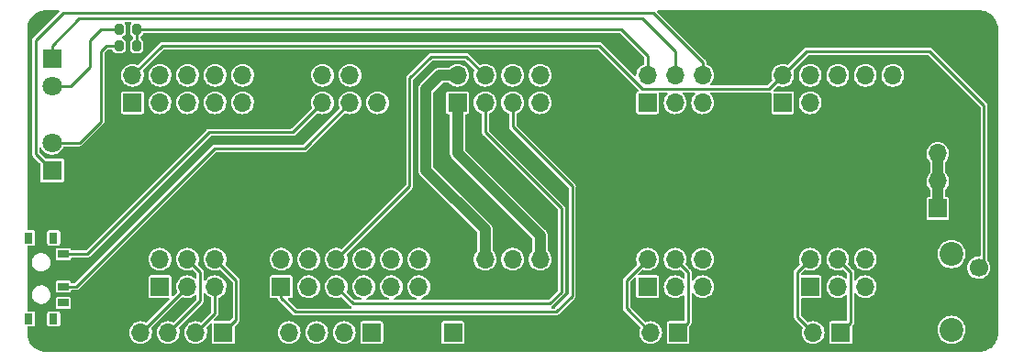
<source format=gbr>
%TF.GenerationSoftware,KiCad,Pcbnew,(6.0.0)*%
%TF.CreationDate,2022-06-06T22:52:27+03:00*%
%TF.ProjectId,link,6c696e6b-2e6b-4696-9361-645f70636258,rev?*%
%TF.SameCoordinates,Original*%
%TF.FileFunction,Copper,L1,Top*%
%TF.FilePolarity,Positive*%
%FSLAX46Y46*%
G04 Gerber Fmt 4.6, Leading zero omitted, Abs format (unit mm)*
G04 Created by KiCad (PCBNEW (6.0.0)) date 2022-06-06 22:52:27*
%MOMM*%
%LPD*%
G01*
G04 APERTURE LIST*
G04 Aperture macros list*
%AMRoundRect*
0 Rectangle with rounded corners*
0 $1 Rounding radius*
0 $2 $3 $4 $5 $6 $7 $8 $9 X,Y pos of 4 corners*
0 Add a 4 corners polygon primitive as box body*
4,1,4,$2,$3,$4,$5,$6,$7,$8,$9,$2,$3,0*
0 Add four circle primitives for the rounded corners*
1,1,$1+$1,$2,$3*
1,1,$1+$1,$4,$5*
1,1,$1+$1,$6,$7*
1,1,$1+$1,$8,$9*
0 Add four rect primitives between the rounded corners*
20,1,$1+$1,$2,$3,$4,$5,0*
20,1,$1+$1,$4,$5,$6,$7,0*
20,1,$1+$1,$6,$7,$8,$9,0*
20,1,$1+$1,$8,$9,$2,$3,0*%
G04 Aperture macros list end*
%TA.AperFunction,ComponentPad*%
%ADD10R,1.700000X1.700000*%
%TD*%
%TA.AperFunction,ComponentPad*%
%ADD11O,1.700000X1.700000*%
%TD*%
%TA.AperFunction,ComponentPad*%
%ADD12R,1.800000X1.800000*%
%TD*%
%TA.AperFunction,ComponentPad*%
%ADD13C,1.800000*%
%TD*%
%TA.AperFunction,ComponentPad*%
%ADD14C,2.200000*%
%TD*%
%TA.AperFunction,ComponentPad*%
%ADD15C,1.700000*%
%TD*%
%TA.AperFunction,SMDPad,CuDef*%
%ADD16RoundRect,0.200000X-0.200000X-0.275000X0.200000X-0.275000X0.200000X0.275000X-0.200000X0.275000X0*%
%TD*%
%TA.AperFunction,SMDPad,CuDef*%
%ADD17R,1.000000X0.700000*%
%TD*%
%TA.AperFunction,SMDPad,CuDef*%
%ADD18R,0.800000X1.000000*%
%TD*%
%TA.AperFunction,ViaPad*%
%ADD19C,0.800000*%
%TD*%
%TA.AperFunction,Conductor*%
%ADD20C,0.250000*%
%TD*%
%TA.AperFunction,Conductor*%
%ADD21C,1.000000*%
%TD*%
G04 APERTURE END LIST*
D10*
%TO.P,J16,1,Pin_1*%
%TO.N,Net-(J4-Pad2)*%
X142500000Y-79000000D03*
D11*
%TO.P,J16,2,Pin_2*%
%TO.N,GND*%
X145040000Y-79000000D03*
%TD*%
D10*
%TO.P,J15,1,Pin_1*%
%TO.N,Net-(J3-Pad9)*%
X135000000Y-79000000D03*
D11*
%TO.P,J15,2,Pin_2*%
%TO.N,Net-(J3-Pad7)*%
X132460000Y-79000000D03*
%TO.P,J15,3,Pin_3*%
%TO.N,Net-(J3-Pad3)*%
X129920000Y-79000000D03*
%TO.P,J15,4,Pin_4*%
%TO.N,Net-(J3-Pad1)*%
X127380000Y-79000000D03*
%TD*%
D12*
%TO.P,D2,1,K*%
%TO.N,PGOOD*%
X105500000Y-64000000D03*
D13*
%TO.P,D2,2,A*%
%TO.N,Net-(D2-Pad2)*%
X105500000Y-61460000D03*
%TD*%
D10*
%TO.P,J14,1,Pin_1*%
%TO.N,Net-(J10-Pad4)*%
X163275000Y-79000000D03*
D11*
%TO.P,J14,2,Pin_2*%
%TO.N,Net-(J10-Pad2)*%
X160735000Y-79000000D03*
%TD*%
D12*
%TO.P,D1,1,K*%
%TO.N,CHG*%
X105500000Y-53725000D03*
D13*
%TO.P,D1,2,A*%
%TO.N,Net-(D1-Pad2)*%
X105500000Y-56265000D03*
%TD*%
D14*
%TO.P,SW1,*%
%TO.N,*%
X188500000Y-71750000D03*
X188500000Y-78750000D03*
D15*
%TO.P,SW1,1,1*%
%TO.N,Net-(J3-Pad2)*%
X191000000Y-73000000D03*
%TO.P,SW1,2,2*%
%TO.N,GND*%
X191000000Y-77500000D03*
%TD*%
D10*
%TO.P,J5,1,Pin_1*%
%TO.N,BATT*%
X187230000Y-67540000D03*
D11*
%TO.P,J5,2,Pin_2*%
%TO.N,GND*%
X189770000Y-67540000D03*
%TO.P,J5,3,Pin_3*%
%TO.N,BATT*%
X187230000Y-65000000D03*
%TO.P,J5,4,Pin_4*%
%TO.N,GND*%
X189770000Y-65000000D03*
%TO.P,J5,5,Pin_5*%
%TO.N,BATT*%
X187230000Y-62460000D03*
%TO.P,J5,6,Pin_6*%
%TO.N,GND*%
X189770000Y-62460000D03*
%TD*%
D10*
%TO.P,J12,1,Pin_1*%
%TO.N,Net-(J12-Pad1)*%
X121300000Y-79000000D03*
D11*
%TO.P,J12,2,Pin_2*%
%TO.N,Net-(J12-Pad2)*%
X118760000Y-79000000D03*
%TO.P,J12,3,Pin_3*%
%TO.N,Net-(J12-Pad3)*%
X116220000Y-79000000D03*
%TO.P,J12,4,Pin_4*%
%TO.N,Net-(J12-Pad4)*%
X113680000Y-79000000D03*
%TD*%
D16*
%TO.P,R1,1*%
%TO.N,Net-(D1-Pad2)*%
X111675000Y-51000000D03*
%TO.P,R1,2*%
%TO.N,VSW*%
X113325000Y-51000000D03*
%TD*%
%TO.P,R2,1*%
%TO.N,Net-(D2-Pad2)*%
X111675000Y-52500000D03*
%TO.P,R2,2*%
%TO.N,VSW*%
X113325000Y-52500000D03*
%TD*%
D10*
%TO.P,J13,1,Pin_1*%
%TO.N,Net-(J13-Pad1)*%
X178275000Y-79000000D03*
D11*
%TO.P,J13,2,Pin_2*%
%TO.N,Net-(J13-Pad2)*%
X175735000Y-79000000D03*
%TD*%
D17*
%TO.P,S1,1,1*%
%TO.N,Net-(J4-Pad6)*%
X106550000Y-71750000D03*
%TO.P,S1,2,2*%
%TO.N,Net-(J4-Pad4)*%
X106550000Y-74750000D03*
%TO.P,S1,3,3*%
%TO.N,unconnected-(S1-Pad3)*%
X106550000Y-76250000D03*
D18*
%TO.P,S1,MP1,MP1*%
%TO.N,unconnected-(S1-PadMP1)*%
X105650000Y-70250000D03*
%TO.P,S1,MP2,MP2*%
%TO.N,unconnected-(S1-PadMP2)*%
X105650000Y-77750000D03*
%TO.P,S1,MP3,MP3*%
%TO.N,unconnected-(S1-PadMP3)*%
X103350000Y-77750000D03*
%TO.P,S1,MP4,MP4*%
%TO.N,unconnected-(S1-PadMP4)*%
X103350000Y-70250000D03*
%TD*%
D10*
%TO.P,J10,1,Pin_1*%
%TO.N,unconnected-(J10-Pad1)*%
X160460000Y-74770000D03*
D11*
%TO.P,J10,2,Pin_2*%
%TO.N,Net-(J10-Pad2)*%
X160460000Y-72230000D03*
%TO.P,J10,3,Pin_3*%
%TO.N,unconnected-(J10-Pad3)*%
X163000000Y-74770000D03*
%TO.P,J10,4,Pin_4*%
%TO.N,Net-(J10-Pad4)*%
X163000000Y-72230000D03*
%TO.P,J10,5,Pin_5*%
%TO.N,unconnected-(J10-Pad5)*%
X165540000Y-74770000D03*
%TO.P,J10,6,Pin_6*%
%TO.N,unconnected-(J10-Pad6)*%
X165540000Y-72230000D03*
%TD*%
D10*
%TO.P,J9,1,Pin_1*%
%TO.N,unconnected-(J9-Pad1)*%
X175460000Y-74770000D03*
D11*
%TO.P,J9,2,Pin_2*%
%TO.N,Net-(J13-Pad2)*%
X175460000Y-72230000D03*
%TO.P,J9,3,Pin_3*%
%TO.N,unconnected-(J9-Pad3)*%
X178000000Y-74770000D03*
%TO.P,J9,4,Pin_4*%
%TO.N,Net-(J13-Pad1)*%
X178000000Y-72230000D03*
%TO.P,J9,5,Pin_5*%
%TO.N,unconnected-(J9-Pad5)*%
X180540000Y-74770000D03*
%TO.P,J9,6,Pin_6*%
%TO.N,unconnected-(J9-Pad6)*%
X180540000Y-72230000D03*
%TD*%
D10*
%TO.P,J2,1,Pin_1*%
%TO.N,GND*%
X145460000Y-74770000D03*
D11*
%TO.P,J2,2,Pin_2*%
%TO.N,V+*%
X145460000Y-72230000D03*
%TO.P,J2,3,Pin_3*%
%TO.N,GND*%
X148000000Y-74770000D03*
%TO.P,J2,4,Pin_4*%
%TO.N,unconnected-(J2-Pad4)*%
X148000000Y-72230000D03*
%TO.P,J2,5,Pin_5*%
%TO.N,GND*%
X150540000Y-74770000D03*
%TO.P,J2,6,Pin_6*%
%TO.N,V-*%
X150540000Y-72230000D03*
%TD*%
D10*
%TO.P,J11,1,Pin_1*%
%TO.N,V-*%
X142920000Y-57770000D03*
D11*
%TO.P,J11,2,Pin_2*%
%TO.N,V+*%
X142920000Y-55230000D03*
%TO.P,J11,3,Pin_3*%
%TO.N,BT_L*%
X145460000Y-57770000D03*
%TO.P,J11,4,Pin_4*%
%TO.N,BT_R*%
X145460000Y-55230000D03*
%TO.P,J11,5,Pin_5*%
%TO.N,IN1*%
X148000000Y-57770000D03*
%TO.P,J11,6,Pin_6*%
%TO.N,unconnected-(J11-Pad6)*%
X148000000Y-55230000D03*
%TO.P,J11,7,Pin_7*%
%TO.N,MASTER_L*%
X150540000Y-57770000D03*
%TO.P,J11,8,Pin_8*%
%TO.N,MASTER_R*%
X150540000Y-55230000D03*
%TO.P,J11,9,Pin_9*%
%TO.N,GND*%
X153080000Y-57770000D03*
%TO.P,J11,10,Pin_10*%
X153080000Y-55230000D03*
%TD*%
D10*
%TO.P,J7,1,Pin_1*%
%TO.N,unconnected-(J7-Pad1)*%
X115460000Y-74770000D03*
D11*
%TO.P,J7,2,Pin_2*%
%TO.N,unconnected-(J7-Pad2)*%
X115460000Y-72230000D03*
%TO.P,J7,3,Pin_3*%
%TO.N,Net-(J12-Pad4)*%
X118000000Y-74770000D03*
%TO.P,J7,4,Pin_4*%
%TO.N,Net-(J12-Pad3)*%
X118000000Y-72230000D03*
%TO.P,J7,5,Pin_5*%
%TO.N,Net-(J12-Pad2)*%
X120540000Y-74770000D03*
%TO.P,J7,6,Pin_6*%
%TO.N,Net-(J12-Pad1)*%
X120540000Y-72230000D03*
%TD*%
D10*
%TO.P,J8,1,Pin_1*%
%TO.N,IN1*%
X126650000Y-74770000D03*
D11*
%TO.P,J8,2,Pin_2*%
%TO.N,IN2*%
X126650000Y-72230000D03*
%TO.P,J8,3,Pin_3*%
%TO.N,unconnected-(J8-Pad3)*%
X129190000Y-74770000D03*
%TO.P,J8,4,Pin_4*%
%TO.N,unconnected-(J8-Pad4)*%
X129190000Y-72230000D03*
%TO.P,J8,5,Pin_5*%
%TO.N,BT_L*%
X131730000Y-74770000D03*
%TO.P,J8,6,Pin_6*%
%TO.N,BT_R*%
X131730000Y-72230000D03*
%TO.P,J8,7,Pin_7*%
%TO.N,unconnected-(J8-Pad7)*%
X134270000Y-74770000D03*
%TO.P,J8,8,Pin_8*%
%TO.N,unconnected-(J8-Pad8)*%
X134270000Y-72230000D03*
%TO.P,J8,9,Pin_9*%
%TO.N,unconnected-(J8-Pad9)*%
X136810000Y-74770000D03*
%TO.P,J8,10,Pin_10*%
%TO.N,unconnected-(J8-Pad10)*%
X136810000Y-72230000D03*
%TO.P,J8,11,Pin_11*%
%TO.N,MASTER_L*%
X139350000Y-74770000D03*
%TO.P,J8,12,Pin_12*%
%TO.N,MASTER_R*%
X139350000Y-72230000D03*
%TD*%
D10*
%TO.P,J1,1,Pin_1*%
%TO.N,MOSI*%
X160460000Y-57770000D03*
D11*
%TO.P,J1,2,Pin_2*%
%TO.N,VSW*%
X160460000Y-55230000D03*
%TO.P,J1,3,Pin_3*%
%TO.N,MISO*%
X163000000Y-57770000D03*
%TO.P,J1,4,Pin_4*%
%TO.N,CHG*%
X163000000Y-55230000D03*
%TO.P,J1,5,Pin_5*%
%TO.N,SCK*%
X165540000Y-57770000D03*
%TO.P,J1,6,Pin_6*%
%TO.N,PGOOD*%
X165540000Y-55230000D03*
%TD*%
D10*
%TO.P,J6,1,Pin_1*%
%TO.N,unconnected-(J6-Pad1)*%
X172920000Y-57770000D03*
D11*
%TO.P,J6,2,Pin_2*%
%TO.N,Net-(J3-Pad2)*%
X172920000Y-55230000D03*
%TO.P,J6,3,Pin_3*%
%TO.N,unconnected-(J6-Pad3)*%
X175460000Y-57770000D03*
%TO.P,J6,4,Pin_4*%
%TO.N,unconnected-(J6-Pad4)*%
X175460000Y-55230000D03*
%TO.P,J6,5,Pin_5*%
%TO.N,GND*%
X178000000Y-57770000D03*
%TO.P,J6,6,Pin_6*%
%TO.N,unconnected-(J6-Pad6)*%
X178000000Y-55230000D03*
%TO.P,J6,7,Pin_7*%
%TO.N,GND*%
X180540000Y-57770000D03*
%TO.P,J6,8,Pin_8*%
%TO.N,unconnected-(J6-Pad8)*%
X180540000Y-55230000D03*
%TO.P,J6,9,Pin_9*%
%TO.N,GND*%
X183080000Y-57770000D03*
%TO.P,J6,10,Pin_10*%
%TO.N,unconnected-(J6-Pad10)*%
X183080000Y-55230000D03*
%TD*%
D10*
%TO.P,J4,1,Pin_1*%
%TO.N,GND*%
X135540000Y-55230000D03*
D11*
%TO.P,J4,2,Pin_2*%
%TO.N,Net-(J4-Pad2)*%
X135540000Y-57770000D03*
%TO.P,J4,3,Pin_3*%
%TO.N,TS*%
X133000000Y-55230000D03*
%TO.P,J4,4,Pin_4*%
%TO.N,Net-(J4-Pad4)*%
X133000000Y-57770000D03*
%TO.P,J4,5,Pin_5*%
%TO.N,BATT*%
X130460000Y-55230000D03*
%TO.P,J4,6,Pin_6*%
%TO.N,Net-(J4-Pad6)*%
X130460000Y-57770000D03*
%TD*%
D10*
%TO.P,J3,1,Pin_1*%
%TO.N,Net-(J3-Pad1)*%
X112920000Y-57770000D03*
D11*
%TO.P,J3,2,Pin_2*%
%TO.N,Net-(J3-Pad2)*%
X112920000Y-55230000D03*
%TO.P,J3,3,Pin_3*%
%TO.N,Net-(J3-Pad3)*%
X115460000Y-57770000D03*
%TO.P,J3,4,Pin_4*%
%TO.N,unconnected-(J3-Pad4)*%
X115460000Y-55230000D03*
%TO.P,J3,5,Pin_5*%
%TO.N,unconnected-(J3-Pad5)*%
X118000000Y-57770000D03*
%TO.P,J3,6,Pin_6*%
%TO.N,unconnected-(J3-Pad6)*%
X118000000Y-55230000D03*
%TO.P,J3,7,Pin_7*%
%TO.N,Net-(J3-Pad7)*%
X120540000Y-57770000D03*
%TO.P,J3,8,Pin_8*%
%TO.N,unconnected-(J3-Pad8)*%
X120540000Y-55230000D03*
%TO.P,J3,9,Pin_9*%
%TO.N,Net-(J3-Pad9)*%
X123080000Y-57770000D03*
%TO.P,J3,10,Pin_10*%
%TO.N,unconnected-(J3-Pad10)*%
X123080000Y-55230000D03*
%TD*%
D19*
%TO.N,GND*%
X184971705Y-72492430D03*
X184944208Y-79960383D03*
X184971705Y-77492430D03*
X184971705Y-74992430D03*
X182500000Y-72500000D03*
X182472503Y-79967953D03*
X182500000Y-77500000D03*
X182500000Y-75000000D03*
X155000000Y-72500000D03*
X154972503Y-79967953D03*
X155000000Y-77500000D03*
X155000000Y-75000000D03*
X157500000Y-72500000D03*
X157472503Y-79967953D03*
X157500000Y-77500000D03*
X157500000Y-75000000D03*
X167500000Y-72500000D03*
X167472503Y-79967953D03*
X167500000Y-77500000D03*
X167500000Y-75000000D03*
X172500000Y-72500000D03*
X172472503Y-79967953D03*
X172500000Y-77500000D03*
X172500000Y-75000000D03*
X170000000Y-72500000D03*
X169972503Y-79967953D03*
X170000000Y-77500000D03*
X170000000Y-75000000D03*
X185000000Y-70000000D03*
X182500000Y-70000000D03*
X177500000Y-70000000D03*
X180000000Y-70000000D03*
X175000000Y-70000000D03*
X164972503Y-69967953D03*
X162472503Y-69967953D03*
X157472503Y-69967953D03*
X159972503Y-69967953D03*
X154972503Y-69967953D03*
X172472503Y-69967953D03*
X169972503Y-69967953D03*
X167472503Y-69967953D03*
X165000000Y-67500000D03*
X162500000Y-67500000D03*
X157500000Y-67500000D03*
X160000000Y-67500000D03*
X155000000Y-67500000D03*
X172500000Y-67500000D03*
X170000000Y-67500000D03*
X167500000Y-67500000D03*
X165000000Y-65000000D03*
X162500000Y-65000000D03*
X157500000Y-65000000D03*
X160000000Y-65000000D03*
X155000000Y-65000000D03*
X172500000Y-65000000D03*
X170000000Y-65000000D03*
X167500000Y-65000000D03*
X175000000Y-65000000D03*
X175000000Y-67500000D03*
X177500000Y-65000000D03*
X177500000Y-67500000D03*
X180000000Y-65000000D03*
X180000000Y-67500000D03*
X182500000Y-67500000D03*
X185000000Y-67500000D03*
X185000000Y-65000000D03*
X182500000Y-65000000D03*
X185000000Y-62500000D03*
X185000000Y-60000000D03*
X182500000Y-60000000D03*
X182500000Y-62500000D03*
X180000000Y-62500000D03*
X180000000Y-60000000D03*
X177500000Y-60000000D03*
X177500000Y-62500000D03*
X175000000Y-62500000D03*
X175000000Y-60000000D03*
X172500000Y-60000000D03*
X172500000Y-62500000D03*
X170000000Y-62500000D03*
X170000000Y-55000000D03*
X167500000Y-55000000D03*
X167500000Y-57500000D03*
X170000000Y-60000000D03*
X170000000Y-57500000D03*
X167500000Y-60000000D03*
X167500000Y-62500000D03*
X165000000Y-62500000D03*
X165000000Y-60000000D03*
X162500000Y-60000000D03*
X162500000Y-62500000D03*
X160000000Y-62500000D03*
X160000000Y-60000000D03*
X155000000Y-55000000D03*
X155000000Y-57500000D03*
X157500000Y-57500000D03*
X157500000Y-60000000D03*
X157500000Y-62500000D03*
X155000000Y-62500000D03*
X155000000Y-60000000D03*
X152500000Y-60000000D03*
X152500000Y-62500000D03*
X145000000Y-62500000D03*
X150000000Y-67500000D03*
X140000000Y-67500000D03*
X140000000Y-70000000D03*
X135000000Y-70000000D03*
X132500000Y-70000000D03*
X135000000Y-67500000D03*
X135000000Y-60000000D03*
X132500000Y-60000000D03*
X127500000Y-55000000D03*
X125000000Y-55000000D03*
X125000000Y-57500000D03*
X127500000Y-57500000D03*
X110000000Y-80000000D03*
X110000000Y-77500000D03*
X110000000Y-75000000D03*
X105000000Y-67500000D03*
X107500000Y-67500000D03*
X110000000Y-62500000D03*
X110000000Y-65000000D03*
X110000000Y-67500000D03*
X127500000Y-65000000D03*
X130000000Y-67500000D03*
X132500000Y-67500000D03*
X132500000Y-65000000D03*
X130000000Y-62500000D03*
X130000000Y-65000000D03*
X135000000Y-65000000D03*
X135000000Y-62500000D03*
X132500000Y-62500000D03*
%TD*%
D20*
%TO.N,Net-(J3-Pad2)*%
X191500000Y-72500000D02*
X191000000Y-73000000D01*
X191500000Y-58000000D02*
X191500000Y-72500000D01*
X186500000Y-53000000D02*
X191500000Y-58000000D01*
X175150000Y-53000000D02*
X186500000Y-53000000D01*
X172920000Y-55230000D02*
X175150000Y-53000000D01*
%TO.N,IN1*%
X153500000Y-75600000D02*
X153500000Y-65500000D01*
X153500000Y-65500000D02*
X148000000Y-60000000D01*
X152000000Y-77100000D02*
X153500000Y-75600000D01*
X127950000Y-77100000D02*
X152000000Y-77100000D01*
X148000000Y-60000000D02*
X148000000Y-57770000D01*
X126650000Y-75800000D02*
X127950000Y-77100000D01*
X126650000Y-74770000D02*
X126650000Y-75800000D01*
%TO.N,BT_L*%
X152500000Y-75250000D02*
X152500000Y-67500000D01*
X152500000Y-67500000D02*
X145460000Y-60460000D01*
X151450000Y-76300000D02*
X152500000Y-75250000D01*
X133260000Y-76300000D02*
X151450000Y-76300000D01*
X131730000Y-74770000D02*
X133260000Y-76300000D01*
X145460000Y-60460000D02*
X145460000Y-57770000D01*
%TO.N,CHG*%
X105500000Y-53725000D02*
X105500000Y-52500000D01*
X108000000Y-50000000D02*
X160000000Y-50000000D01*
X105500000Y-52500000D02*
X108000000Y-50000000D01*
X163000000Y-53000000D02*
X163000000Y-55230000D01*
X160000000Y-50000000D02*
X163000000Y-53000000D01*
%TO.N,Net-(D1-Pad2)*%
X110000000Y-51000000D02*
X111675000Y-51000000D01*
X109000000Y-54500000D02*
X109000000Y-52000000D01*
X109000000Y-52000000D02*
X110000000Y-51000000D01*
X105500000Y-56265000D02*
X107235000Y-56265000D01*
X107235000Y-56265000D02*
X109000000Y-54500000D01*
%TO.N,PGOOD*%
X104000000Y-62500000D02*
X104000000Y-52000000D01*
X105500000Y-64000000D02*
X104000000Y-62500000D01*
X161012081Y-49500000D02*
X165540000Y-54027919D01*
X106500000Y-49500000D02*
X161012081Y-49500000D01*
X104000000Y-52000000D02*
X106500000Y-49500000D01*
X165540000Y-54027919D02*
X165540000Y-55230000D01*
%TO.N,Net-(D2-Pad2)*%
X108040000Y-61460000D02*
X105500000Y-61460000D01*
X110500000Y-52500000D02*
X110000000Y-53000000D01*
X110000000Y-59500000D02*
X108040000Y-61460000D01*
X110000000Y-53000000D02*
X110000000Y-59500000D01*
X111675000Y-52500000D02*
X110500000Y-52500000D01*
%TO.N,VSW*%
X113325000Y-51000000D02*
X158000000Y-51000000D01*
X113325000Y-51000000D02*
X113325000Y-52500000D01*
X158000000Y-51000000D02*
X160460000Y-53460000D01*
X160460000Y-53460000D02*
X160460000Y-55230000D01*
D21*
%TO.N,V-*%
X142920000Y-62420000D02*
X142920000Y-57770000D01*
X150540000Y-70040000D02*
X142920000Y-62420000D01*
X150540000Y-72230000D02*
X150540000Y-70040000D01*
%TO.N,V+*%
X140000000Y-56500000D02*
X141270000Y-55230000D01*
X145460000Y-72230000D02*
X145460000Y-69460000D01*
X145460000Y-69460000D02*
X140000000Y-64000000D01*
X141270000Y-55230000D02*
X142920000Y-55230000D01*
X140000000Y-64000000D02*
X140000000Y-56500000D01*
%TO.N,BATT*%
X187230000Y-62460000D02*
X187230000Y-67540000D01*
D20*
%TO.N,Net-(J12-Pad4)*%
X113770000Y-79000000D02*
X113680000Y-79000000D01*
X118000000Y-74770000D02*
X113770000Y-79000000D01*
%TO.N,Net-(J12-Pad3)*%
X119174511Y-76045489D02*
X119174511Y-73404511D01*
X119174511Y-73404511D02*
X118000000Y-72230000D01*
X116220000Y-79000000D02*
X119174511Y-76045489D01*
%TO.N,Net-(J12-Pad2)*%
X118760000Y-79000000D02*
X120540000Y-77220000D01*
X120540000Y-77220000D02*
X120540000Y-74770000D01*
%TO.N,BT_R*%
X138500000Y-65460000D02*
X138500000Y-55500000D01*
X143730000Y-53500000D02*
X145460000Y-55230000D01*
X138500000Y-55500000D02*
X140500000Y-53500000D01*
X140500000Y-53500000D02*
X143730000Y-53500000D01*
X131730000Y-72230000D02*
X138500000Y-65460000D01*
%TO.N,Net-(J10-Pad4)*%
X164174511Y-78100489D02*
X163275000Y-79000000D01*
X164174511Y-73404511D02*
X164174511Y-78100489D01*
X163000000Y-72230000D02*
X164174511Y-73404511D01*
%TO.N,Net-(J4-Pad4)*%
X107750000Y-74750000D02*
X120500000Y-62000000D01*
X106550000Y-74750000D02*
X107750000Y-74750000D01*
X120500000Y-62000000D02*
X128770000Y-62000000D01*
X128770000Y-62000000D02*
X133000000Y-57770000D01*
%TO.N,Net-(J4-Pad6)*%
X120000000Y-60500000D02*
X127730000Y-60500000D01*
X127730000Y-60500000D02*
X130460000Y-57770000D01*
X106550000Y-71750000D02*
X108750000Y-71750000D01*
X108750000Y-71750000D02*
X120000000Y-60500000D01*
%TO.N,Net-(J13-Pad2)*%
X175460000Y-72230000D02*
X174285489Y-73404511D01*
X174285489Y-73404511D02*
X174285489Y-77550489D01*
X174285489Y-77550489D02*
X175735000Y-79000000D01*
%TO.N,Net-(J13-Pad1)*%
X179174511Y-78100489D02*
X178275000Y-79000000D01*
X179174511Y-73404511D02*
X179174511Y-78100489D01*
X178000000Y-72230000D02*
X179174511Y-73404511D01*
%TO.N,Net-(J12-Pad1)*%
X122500000Y-77800000D02*
X122500000Y-74190000D01*
X122500000Y-74190000D02*
X120540000Y-72230000D01*
X121300000Y-79000000D02*
X122500000Y-77800000D01*
%TO.N,Net-(J3-Pad2)*%
X171650000Y-56500000D02*
X172920000Y-55230000D01*
X112920000Y-55230000D02*
X115650000Y-52500000D01*
X115650000Y-52500000D02*
X156000000Y-52500000D01*
X160000000Y-56500000D02*
X171650000Y-56500000D01*
X156000000Y-52500000D02*
X160000000Y-56500000D01*
%TO.N,Net-(J10-Pad2)*%
X158500000Y-74190000D02*
X158500000Y-76765000D01*
X158500000Y-76765000D02*
X160735000Y-79000000D01*
X160460000Y-72230000D02*
X158500000Y-74190000D01*
%TD*%
%TA.AperFunction,Conductor*%
%TO.N,GND*%
G36*
X106158857Y-49218907D02*
G01*
X106194821Y-49268407D01*
X106194821Y-49329593D01*
X106170670Y-49369004D01*
X103782943Y-51756731D01*
X103776576Y-51762565D01*
X103746806Y-51787545D01*
X103742477Y-51795044D01*
X103727373Y-51821205D01*
X103722732Y-51828489D01*
X103700446Y-51860316D01*
X103698204Y-51868684D01*
X103695738Y-51873971D01*
X103693742Y-51879456D01*
X103689412Y-51886955D01*
X103687909Y-51895481D01*
X103687908Y-51895483D01*
X103682666Y-51925216D01*
X103680796Y-51933650D01*
X103670736Y-51971193D01*
X103671491Y-51979822D01*
X103674123Y-52009905D01*
X103674500Y-52018534D01*
X103674500Y-62481466D01*
X103674123Y-62490095D01*
X103670736Y-62528807D01*
X103672978Y-62537174D01*
X103680796Y-62566349D01*
X103682666Y-62574784D01*
X103686037Y-62593901D01*
X103689412Y-62613045D01*
X103693742Y-62620544D01*
X103695738Y-62626029D01*
X103698204Y-62631316D01*
X103700446Y-62639684D01*
X103721013Y-62669056D01*
X103722732Y-62671511D01*
X103727371Y-62678792D01*
X103746806Y-62712455D01*
X103776571Y-62737431D01*
X103782939Y-62743265D01*
X104370504Y-63330830D01*
X104398281Y-63385347D01*
X104399500Y-63400834D01*
X104399500Y-64919748D01*
X104411133Y-64978231D01*
X104455448Y-65044552D01*
X104521769Y-65088867D01*
X104531332Y-65090769D01*
X104531334Y-65090770D01*
X104554005Y-65095279D01*
X104580252Y-65100500D01*
X106419748Y-65100500D01*
X106445995Y-65095279D01*
X106468666Y-65090770D01*
X106468668Y-65090769D01*
X106478231Y-65088867D01*
X106544552Y-65044552D01*
X106588867Y-64978231D01*
X106600500Y-64919748D01*
X106600500Y-63080252D01*
X106588867Y-63021769D01*
X106544552Y-62955448D01*
X106478231Y-62911133D01*
X106468668Y-62909231D01*
X106468666Y-62909230D01*
X106445995Y-62904721D01*
X106419748Y-62899500D01*
X104900834Y-62899500D01*
X104842643Y-62880593D01*
X104830830Y-62870504D01*
X104354496Y-62394170D01*
X104326719Y-62339653D01*
X104325500Y-62324166D01*
X104325500Y-61992343D01*
X104344407Y-61934152D01*
X104393907Y-61898188D01*
X104455093Y-61898188D01*
X104504593Y-61934152D01*
X104514406Y-61950895D01*
X104542856Y-62012607D01*
X104659588Y-62177780D01*
X104804466Y-62318913D01*
X104972637Y-62431282D01*
X105158470Y-62511122D01*
X105355740Y-62555760D01*
X105557842Y-62563700D01*
X105611377Y-62555938D01*
X105753519Y-62535329D01*
X105753522Y-62535328D01*
X105758007Y-62534678D01*
X105899348Y-62486699D01*
X105945234Y-62471123D01*
X105945237Y-62471121D01*
X105949531Y-62469664D01*
X106126001Y-62370837D01*
X106281505Y-62241505D01*
X106410837Y-62086001D01*
X106509664Y-61909531D01*
X106513515Y-61898188D01*
X106528963Y-61852678D01*
X106565571Y-61803653D01*
X106622709Y-61785500D01*
X108021466Y-61785500D01*
X108030095Y-61785877D01*
X108068807Y-61789264D01*
X108106350Y-61779204D01*
X108114784Y-61777334D01*
X108144517Y-61772092D01*
X108144519Y-61772091D01*
X108153045Y-61770588D01*
X108160544Y-61766258D01*
X108166029Y-61764262D01*
X108171316Y-61761796D01*
X108179684Y-61759554D01*
X108211511Y-61737268D01*
X108218795Y-61732627D01*
X108252455Y-61713194D01*
X108277431Y-61683429D01*
X108283265Y-61677061D01*
X110217057Y-59743269D01*
X110223425Y-59737434D01*
X110253194Y-59712455D01*
X110272629Y-59678792D01*
X110277268Y-59671511D01*
X110278987Y-59669056D01*
X110299554Y-59639684D01*
X110301796Y-59631316D01*
X110304262Y-59626029D01*
X110306258Y-59620544D01*
X110310588Y-59613045D01*
X110317334Y-59574783D01*
X110319204Y-59566349D01*
X110327022Y-59537174D01*
X110329264Y-59528807D01*
X110325877Y-59490091D01*
X110325500Y-59481463D01*
X110325500Y-58639748D01*
X111869500Y-58639748D01*
X111881133Y-58698231D01*
X111925448Y-58764552D01*
X111991769Y-58808867D01*
X112001332Y-58810769D01*
X112001334Y-58810770D01*
X112024005Y-58815279D01*
X112050252Y-58820500D01*
X113789748Y-58820500D01*
X113815995Y-58815279D01*
X113838666Y-58810770D01*
X113838668Y-58810769D01*
X113848231Y-58808867D01*
X113914552Y-58764552D01*
X113958867Y-58698231D01*
X113970500Y-58639748D01*
X113970500Y-57755262D01*
X114404520Y-57755262D01*
X114410372Y-57824946D01*
X114418792Y-57925216D01*
X114421759Y-57960553D01*
X114423092Y-57965201D01*
X114423092Y-57965202D01*
X114477208Y-58153928D01*
X114477209Y-58153931D01*
X114478544Y-58158586D01*
X114572712Y-58341818D01*
X114700677Y-58503270D01*
X114704357Y-58506402D01*
X114704359Y-58506404D01*
X114817017Y-58602283D01*
X114857564Y-58636791D01*
X114861787Y-58639151D01*
X114861791Y-58639154D01*
X114901342Y-58661258D01*
X115037398Y-58737297D01*
X115041996Y-58738791D01*
X115228724Y-58799463D01*
X115228726Y-58799464D01*
X115233329Y-58800959D01*
X115437894Y-58825351D01*
X115442716Y-58824980D01*
X115442719Y-58824980D01*
X115513259Y-58819552D01*
X115643300Y-58809546D01*
X115841725Y-58754145D01*
X115846038Y-58751966D01*
X115846044Y-58751964D01*
X116021289Y-58663441D01*
X116021291Y-58663440D01*
X116025610Y-58661258D01*
X116060943Y-58633653D01*
X116184135Y-58537406D01*
X116184139Y-58537402D01*
X116187951Y-58534424D01*
X116322564Y-58378472D01*
X116341231Y-58345613D01*
X116421934Y-58203550D01*
X116421935Y-58203547D01*
X116424323Y-58199344D01*
X116436449Y-58162894D01*
X116487824Y-58008454D01*
X116487824Y-58008452D01*
X116489351Y-58003863D01*
X116515171Y-57799474D01*
X116515583Y-57770000D01*
X116515313Y-57767244D01*
X116514138Y-57755262D01*
X116944520Y-57755262D01*
X116950372Y-57824946D01*
X116958792Y-57925216D01*
X116961759Y-57960553D01*
X116963092Y-57965201D01*
X116963092Y-57965202D01*
X117017208Y-58153928D01*
X117017209Y-58153931D01*
X117018544Y-58158586D01*
X117112712Y-58341818D01*
X117240677Y-58503270D01*
X117244357Y-58506402D01*
X117244359Y-58506404D01*
X117357017Y-58602283D01*
X117397564Y-58636791D01*
X117401787Y-58639151D01*
X117401791Y-58639154D01*
X117441342Y-58661258D01*
X117577398Y-58737297D01*
X117581996Y-58738791D01*
X117768724Y-58799463D01*
X117768726Y-58799464D01*
X117773329Y-58800959D01*
X117977894Y-58825351D01*
X117982716Y-58824980D01*
X117982719Y-58824980D01*
X118053259Y-58819552D01*
X118183300Y-58809546D01*
X118381725Y-58754145D01*
X118386038Y-58751966D01*
X118386044Y-58751964D01*
X118561289Y-58663441D01*
X118561291Y-58663440D01*
X118565610Y-58661258D01*
X118600943Y-58633653D01*
X118724135Y-58537406D01*
X118724139Y-58537402D01*
X118727951Y-58534424D01*
X118862564Y-58378472D01*
X118881231Y-58345613D01*
X118961934Y-58203550D01*
X118961935Y-58203547D01*
X118964323Y-58199344D01*
X118976449Y-58162894D01*
X119027824Y-58008454D01*
X119027824Y-58008452D01*
X119029351Y-58003863D01*
X119055171Y-57799474D01*
X119055583Y-57770000D01*
X119055313Y-57767244D01*
X119054138Y-57755262D01*
X119484520Y-57755262D01*
X119490372Y-57824946D01*
X119498792Y-57925216D01*
X119501759Y-57960553D01*
X119503092Y-57965201D01*
X119503092Y-57965202D01*
X119557208Y-58153928D01*
X119557209Y-58153931D01*
X119558544Y-58158586D01*
X119652712Y-58341818D01*
X119780677Y-58503270D01*
X119784357Y-58506402D01*
X119784359Y-58506404D01*
X119897017Y-58602283D01*
X119937564Y-58636791D01*
X119941787Y-58639151D01*
X119941791Y-58639154D01*
X119981342Y-58661258D01*
X120117398Y-58737297D01*
X120121996Y-58738791D01*
X120308724Y-58799463D01*
X120308726Y-58799464D01*
X120313329Y-58800959D01*
X120517894Y-58825351D01*
X120522716Y-58824980D01*
X120522719Y-58824980D01*
X120593259Y-58819552D01*
X120723300Y-58809546D01*
X120921725Y-58754145D01*
X120926038Y-58751966D01*
X120926044Y-58751964D01*
X121101289Y-58663441D01*
X121101291Y-58663440D01*
X121105610Y-58661258D01*
X121140943Y-58633653D01*
X121264135Y-58537406D01*
X121264139Y-58537402D01*
X121267951Y-58534424D01*
X121402564Y-58378472D01*
X121421231Y-58345613D01*
X121501934Y-58203550D01*
X121501935Y-58203547D01*
X121504323Y-58199344D01*
X121516449Y-58162894D01*
X121567824Y-58008454D01*
X121567824Y-58008452D01*
X121569351Y-58003863D01*
X121595171Y-57799474D01*
X121595583Y-57770000D01*
X121595313Y-57767244D01*
X121594138Y-57755262D01*
X122024520Y-57755262D01*
X122030372Y-57824946D01*
X122038792Y-57925216D01*
X122041759Y-57960553D01*
X122043092Y-57965201D01*
X122043092Y-57965202D01*
X122097208Y-58153928D01*
X122097209Y-58153931D01*
X122098544Y-58158586D01*
X122192712Y-58341818D01*
X122320677Y-58503270D01*
X122324357Y-58506402D01*
X122324359Y-58506404D01*
X122437017Y-58602283D01*
X122477564Y-58636791D01*
X122481787Y-58639151D01*
X122481791Y-58639154D01*
X122521342Y-58661258D01*
X122657398Y-58737297D01*
X122661996Y-58738791D01*
X122848724Y-58799463D01*
X122848726Y-58799464D01*
X122853329Y-58800959D01*
X123057894Y-58825351D01*
X123062716Y-58824980D01*
X123062719Y-58824980D01*
X123133259Y-58819552D01*
X123263300Y-58809546D01*
X123461725Y-58754145D01*
X123466038Y-58751966D01*
X123466044Y-58751964D01*
X123641289Y-58663441D01*
X123641291Y-58663440D01*
X123645610Y-58661258D01*
X123680943Y-58633653D01*
X123804135Y-58537406D01*
X123804139Y-58537402D01*
X123807951Y-58534424D01*
X123942564Y-58378472D01*
X123961231Y-58345613D01*
X124041934Y-58203550D01*
X124041935Y-58203547D01*
X124044323Y-58199344D01*
X124056449Y-58162894D01*
X124107824Y-58008454D01*
X124107824Y-58008452D01*
X124109351Y-58003863D01*
X124135171Y-57799474D01*
X124135583Y-57770000D01*
X124135313Y-57767244D01*
X124115952Y-57569780D01*
X124115951Y-57569776D01*
X124115480Y-57564970D01*
X124055935Y-57367749D01*
X123959218Y-57185849D01*
X123829011Y-57026200D01*
X123812790Y-57012781D01*
X123674002Y-56897965D01*
X123674000Y-56897964D01*
X123670275Y-56894882D01*
X123528242Y-56818085D01*
X123493309Y-56799197D01*
X123493308Y-56799197D01*
X123489055Y-56796897D01*
X123411769Y-56772973D01*
X123296875Y-56737407D01*
X123296871Y-56737406D01*
X123292254Y-56735977D01*
X123287446Y-56735472D01*
X123287443Y-56735471D01*
X123092185Y-56714949D01*
X123092183Y-56714949D01*
X123087369Y-56714443D01*
X123031800Y-56719500D01*
X122887022Y-56732675D01*
X122887017Y-56732676D01*
X122882203Y-56733114D01*
X122684572Y-56791280D01*
X122680288Y-56793519D01*
X122680287Y-56793520D01*
X122627121Y-56821315D01*
X122502002Y-56886726D01*
X122498231Y-56889758D01*
X122345220Y-57012781D01*
X122345217Y-57012783D01*
X122341447Y-57015815D01*
X122338333Y-57019526D01*
X122338332Y-57019527D01*
X122250742Y-57123913D01*
X122209024Y-57173630D01*
X122206689Y-57177878D01*
X122206688Y-57177879D01*
X122199955Y-57190126D01*
X122109776Y-57354162D01*
X122108313Y-57358775D01*
X122108311Y-57358779D01*
X122105164Y-57368700D01*
X122047484Y-57550532D01*
X122046944Y-57555344D01*
X122046944Y-57555345D01*
X122045865Y-57564970D01*
X122024520Y-57755262D01*
X121594138Y-57755262D01*
X121575952Y-57569780D01*
X121575951Y-57569776D01*
X121575480Y-57564970D01*
X121515935Y-57367749D01*
X121419218Y-57185849D01*
X121289011Y-57026200D01*
X121272790Y-57012781D01*
X121134002Y-56897965D01*
X121134000Y-56897964D01*
X121130275Y-56894882D01*
X120988242Y-56818085D01*
X120953309Y-56799197D01*
X120953308Y-56799197D01*
X120949055Y-56796897D01*
X120871769Y-56772973D01*
X120756875Y-56737407D01*
X120756871Y-56737406D01*
X120752254Y-56735977D01*
X120747446Y-56735472D01*
X120747443Y-56735471D01*
X120552185Y-56714949D01*
X120552183Y-56714949D01*
X120547369Y-56714443D01*
X120491800Y-56719500D01*
X120347022Y-56732675D01*
X120347017Y-56732676D01*
X120342203Y-56733114D01*
X120144572Y-56791280D01*
X120140288Y-56793519D01*
X120140287Y-56793520D01*
X120087121Y-56821315D01*
X119962002Y-56886726D01*
X119958231Y-56889758D01*
X119805220Y-57012781D01*
X119805217Y-57012783D01*
X119801447Y-57015815D01*
X119798333Y-57019526D01*
X119798332Y-57019527D01*
X119710742Y-57123913D01*
X119669024Y-57173630D01*
X119666689Y-57177878D01*
X119666688Y-57177879D01*
X119659955Y-57190126D01*
X119569776Y-57354162D01*
X119568313Y-57358775D01*
X119568311Y-57358779D01*
X119565164Y-57368700D01*
X119507484Y-57550532D01*
X119506944Y-57555344D01*
X119506944Y-57555345D01*
X119505865Y-57564970D01*
X119484520Y-57755262D01*
X119054138Y-57755262D01*
X119035952Y-57569780D01*
X119035951Y-57569776D01*
X119035480Y-57564970D01*
X118975935Y-57367749D01*
X118879218Y-57185849D01*
X118749011Y-57026200D01*
X118732790Y-57012781D01*
X118594002Y-56897965D01*
X118594000Y-56897964D01*
X118590275Y-56894882D01*
X118448242Y-56818085D01*
X118413309Y-56799197D01*
X118413308Y-56799197D01*
X118409055Y-56796897D01*
X118331769Y-56772973D01*
X118216875Y-56737407D01*
X118216871Y-56737406D01*
X118212254Y-56735977D01*
X118207446Y-56735472D01*
X118207443Y-56735471D01*
X118012185Y-56714949D01*
X118012183Y-56714949D01*
X118007369Y-56714443D01*
X117951800Y-56719500D01*
X117807022Y-56732675D01*
X117807017Y-56732676D01*
X117802203Y-56733114D01*
X117604572Y-56791280D01*
X117600288Y-56793519D01*
X117600287Y-56793520D01*
X117547121Y-56821315D01*
X117422002Y-56886726D01*
X117418231Y-56889758D01*
X117265220Y-57012781D01*
X117265217Y-57012783D01*
X117261447Y-57015815D01*
X117258333Y-57019526D01*
X117258332Y-57019527D01*
X117170742Y-57123913D01*
X117129024Y-57173630D01*
X117126689Y-57177878D01*
X117126688Y-57177879D01*
X117119955Y-57190126D01*
X117029776Y-57354162D01*
X117028313Y-57358775D01*
X117028311Y-57358779D01*
X117025164Y-57368700D01*
X116967484Y-57550532D01*
X116966944Y-57555344D01*
X116966944Y-57555345D01*
X116965865Y-57564970D01*
X116944520Y-57755262D01*
X116514138Y-57755262D01*
X116495952Y-57569780D01*
X116495951Y-57569776D01*
X116495480Y-57564970D01*
X116435935Y-57367749D01*
X116339218Y-57185849D01*
X116209011Y-57026200D01*
X116192790Y-57012781D01*
X116054002Y-56897965D01*
X116054000Y-56897964D01*
X116050275Y-56894882D01*
X115908242Y-56818085D01*
X115873309Y-56799197D01*
X115873308Y-56799197D01*
X115869055Y-56796897D01*
X115791769Y-56772973D01*
X115676875Y-56737407D01*
X115676871Y-56737406D01*
X115672254Y-56735977D01*
X115667446Y-56735472D01*
X115667443Y-56735471D01*
X115472185Y-56714949D01*
X115472183Y-56714949D01*
X115467369Y-56714443D01*
X115411800Y-56719500D01*
X115267022Y-56732675D01*
X115267017Y-56732676D01*
X115262203Y-56733114D01*
X115064572Y-56791280D01*
X115060288Y-56793519D01*
X115060287Y-56793520D01*
X115007121Y-56821315D01*
X114882002Y-56886726D01*
X114878231Y-56889758D01*
X114725220Y-57012781D01*
X114725217Y-57012783D01*
X114721447Y-57015815D01*
X114718333Y-57019526D01*
X114718332Y-57019527D01*
X114630742Y-57123913D01*
X114589024Y-57173630D01*
X114586689Y-57177878D01*
X114586688Y-57177879D01*
X114579955Y-57190126D01*
X114489776Y-57354162D01*
X114488313Y-57358775D01*
X114488311Y-57358779D01*
X114485164Y-57368700D01*
X114427484Y-57550532D01*
X114426944Y-57555344D01*
X114426944Y-57555345D01*
X114425865Y-57564970D01*
X114404520Y-57755262D01*
X113970500Y-57755262D01*
X113970500Y-56900252D01*
X113958867Y-56841769D01*
X113914552Y-56775448D01*
X113848231Y-56731133D01*
X113838668Y-56729231D01*
X113838666Y-56729230D01*
X113815995Y-56724721D01*
X113789748Y-56719500D01*
X112050252Y-56719500D01*
X112024005Y-56724721D01*
X112001334Y-56729230D01*
X112001332Y-56729231D01*
X111991769Y-56731133D01*
X111925448Y-56775448D01*
X111881133Y-56841769D01*
X111869500Y-56900252D01*
X111869500Y-58639748D01*
X110325500Y-58639748D01*
X110325500Y-53175834D01*
X110344407Y-53117643D01*
X110354496Y-53105830D01*
X110605830Y-52854496D01*
X110660347Y-52826719D01*
X110675834Y-52825500D01*
X110994403Y-52825500D01*
X111052594Y-52844407D01*
X111088281Y-52893527D01*
X111089354Y-52900304D01*
X111106345Y-52933651D01*
X111129871Y-52979822D01*
X111146950Y-53013342D01*
X111236658Y-53103050D01*
X111243595Y-53106585D01*
X111243597Y-53106586D01*
X111342756Y-53157110D01*
X111349696Y-53160646D01*
X111357390Y-53161865D01*
X111357391Y-53161865D01*
X111439635Y-53174891D01*
X111439637Y-53174891D01*
X111443481Y-53175500D01*
X111674970Y-53175500D01*
X111906518Y-53175499D01*
X111910361Y-53174890D01*
X111910366Y-53174890D01*
X111947217Y-53169053D01*
X112000304Y-53160646D01*
X112084702Y-53117643D01*
X112106403Y-53106586D01*
X112106405Y-53106585D01*
X112113342Y-53103050D01*
X112203050Y-53013342D01*
X112220130Y-52979822D01*
X112257110Y-52907244D01*
X112257110Y-52907243D01*
X112260646Y-52900304D01*
X112266980Y-52860316D01*
X112274891Y-52810365D01*
X112274891Y-52810363D01*
X112275500Y-52806519D01*
X112275499Y-52193482D01*
X112274855Y-52189412D01*
X112269053Y-52152783D01*
X112260646Y-52099696D01*
X112203050Y-51986658D01*
X112113342Y-51896950D01*
X112106405Y-51893415D01*
X112106403Y-51893414D01*
X112000304Y-51839354D01*
X112001445Y-51837114D01*
X111961636Y-51808192D01*
X111942728Y-51750001D01*
X111961635Y-51691810D01*
X112001445Y-51662886D01*
X112000304Y-51660646D01*
X112106403Y-51606586D01*
X112106405Y-51606585D01*
X112113342Y-51603050D01*
X112203050Y-51513342D01*
X112260646Y-51400304D01*
X112275500Y-51306519D01*
X112275499Y-50693482D01*
X112274855Y-50689412D01*
X112269053Y-50652783D01*
X112260646Y-50599696D01*
X112203050Y-50486658D01*
X112198458Y-50482066D01*
X112179754Y-50424500D01*
X112198661Y-50366309D01*
X112248161Y-50330345D01*
X112278754Y-50325500D01*
X112721246Y-50325500D01*
X112779437Y-50344407D01*
X112815401Y-50393907D01*
X112815401Y-50455093D01*
X112801777Y-50481831D01*
X112796950Y-50486658D01*
X112793413Y-50493599D01*
X112793412Y-50493601D01*
X112742893Y-50592751D01*
X112739354Y-50599696D01*
X112724500Y-50693481D01*
X112724501Y-51306518D01*
X112725110Y-51310361D01*
X112725110Y-51310366D01*
X112730502Y-51344409D01*
X112739354Y-51400304D01*
X112796950Y-51513342D01*
X112886658Y-51603050D01*
X112893596Y-51606585D01*
X112893600Y-51606588D01*
X112945446Y-51633005D01*
X112988710Y-51676270D01*
X112999500Y-51721214D01*
X112999500Y-51778786D01*
X112980593Y-51836977D01*
X112945446Y-51866995D01*
X112893600Y-51893412D01*
X112893596Y-51893415D01*
X112886658Y-51896950D01*
X112796950Y-51986658D01*
X112739354Y-52099696D01*
X112724500Y-52193481D01*
X112724501Y-52806518D01*
X112725110Y-52810361D01*
X112725110Y-52810366D01*
X112730947Y-52847217D01*
X112739354Y-52900304D01*
X112756345Y-52933651D01*
X112779871Y-52979822D01*
X112796950Y-53013342D01*
X112886658Y-53103050D01*
X112893595Y-53106585D01*
X112893597Y-53106586D01*
X112992756Y-53157110D01*
X112999696Y-53160646D01*
X113007390Y-53161865D01*
X113007391Y-53161865D01*
X113089635Y-53174891D01*
X113089637Y-53174891D01*
X113093481Y-53175500D01*
X113324970Y-53175500D01*
X113556518Y-53175499D01*
X113560361Y-53174890D01*
X113560366Y-53174890D01*
X113597217Y-53169053D01*
X113650304Y-53160646D01*
X113734702Y-53117643D01*
X113756403Y-53106586D01*
X113756405Y-53106585D01*
X113763342Y-53103050D01*
X113853050Y-53013342D01*
X113870130Y-52979822D01*
X113907110Y-52907244D01*
X113907110Y-52907243D01*
X113910646Y-52900304D01*
X113916980Y-52860316D01*
X113924891Y-52810365D01*
X113924891Y-52810363D01*
X113925500Y-52806519D01*
X113925499Y-52193482D01*
X113924855Y-52189412D01*
X113919053Y-52152783D01*
X113910646Y-52099696D01*
X113853050Y-51986658D01*
X113763342Y-51896950D01*
X113756404Y-51893415D01*
X113756400Y-51893412D01*
X113704554Y-51866995D01*
X113661290Y-51823730D01*
X113650500Y-51778786D01*
X113650500Y-51721214D01*
X113669407Y-51663023D01*
X113704554Y-51633005D01*
X113756400Y-51606588D01*
X113756404Y-51606585D01*
X113763342Y-51603050D01*
X113853050Y-51513342D01*
X113910646Y-51400304D01*
X113911719Y-51393527D01*
X113947404Y-51344409D01*
X114005597Y-51325500D01*
X157824166Y-51325500D01*
X157882357Y-51344407D01*
X157894170Y-51354496D01*
X160105504Y-53565831D01*
X160133281Y-53620348D01*
X160134500Y-53635835D01*
X160134500Y-54156761D01*
X160115593Y-54214952D01*
X160072583Y-54248553D01*
X160069216Y-54249913D01*
X160064572Y-54251280D01*
X160060287Y-54253520D01*
X160060285Y-54253521D01*
X160049032Y-54259404D01*
X159882002Y-54346726D01*
X159878231Y-54349758D01*
X159725220Y-54472781D01*
X159725217Y-54472783D01*
X159721447Y-54475815D01*
X159718333Y-54479526D01*
X159718332Y-54479527D01*
X159615108Y-54602545D01*
X159589024Y-54633630D01*
X159586689Y-54637878D01*
X159586688Y-54637879D01*
X159581795Y-54646779D01*
X159489776Y-54814162D01*
X159488313Y-54818775D01*
X159488311Y-54818779D01*
X159434413Y-54988689D01*
X159427484Y-55010532D01*
X159426944Y-55015344D01*
X159426944Y-55015345D01*
X159425325Y-55029780D01*
X159404520Y-55215262D01*
X159402432Y-55215028D01*
X159385376Y-55265100D01*
X159335372Y-55300359D01*
X159274193Y-55299493D01*
X159236111Y-55275785D01*
X156243269Y-52282943D01*
X156237434Y-52276575D01*
X156218022Y-52253441D01*
X156212455Y-52246806D01*
X156178792Y-52227371D01*
X156171511Y-52222732D01*
X156169056Y-52221013D01*
X156139684Y-52200446D01*
X156131316Y-52198204D01*
X156126029Y-52195738D01*
X156120544Y-52193742D01*
X156113045Y-52189412D01*
X156104519Y-52187909D01*
X156104517Y-52187908D01*
X156074784Y-52182666D01*
X156066349Y-52180796D01*
X156037174Y-52172978D01*
X156028807Y-52170736D01*
X156020178Y-52171491D01*
X155990095Y-52174123D01*
X155981466Y-52174500D01*
X115668534Y-52174500D01*
X115659905Y-52174123D01*
X115629822Y-52171491D01*
X115621193Y-52170736D01*
X115612826Y-52172978D01*
X115583651Y-52180796D01*
X115575216Y-52182666D01*
X115545483Y-52187908D01*
X115545481Y-52187909D01*
X115536955Y-52189412D01*
X115529456Y-52193742D01*
X115523971Y-52195738D01*
X115518684Y-52198204D01*
X115510316Y-52200446D01*
X115480944Y-52221013D01*
X115478489Y-52222732D01*
X115471208Y-52227371D01*
X115437545Y-52246806D01*
X115424321Y-52262566D01*
X115412569Y-52276571D01*
X115406735Y-52282939D01*
X113448556Y-54241118D01*
X113394039Y-54268895D01*
X113338480Y-54259404D01*
X113337777Y-54261076D01*
X113333315Y-54259200D01*
X113329055Y-54256897D01*
X113315229Y-54252617D01*
X113136875Y-54197407D01*
X113136871Y-54197406D01*
X113132254Y-54195977D01*
X113127446Y-54195472D01*
X113127443Y-54195471D01*
X112932185Y-54174949D01*
X112932183Y-54174949D01*
X112927369Y-54174443D01*
X112867354Y-54179905D01*
X112727022Y-54192675D01*
X112727017Y-54192676D01*
X112722203Y-54193114D01*
X112524572Y-54251280D01*
X112520288Y-54253519D01*
X112520287Y-54253520D01*
X112509032Y-54259404D01*
X112342002Y-54346726D01*
X112338231Y-54349758D01*
X112185220Y-54472781D01*
X112185217Y-54472783D01*
X112181447Y-54475815D01*
X112178333Y-54479526D01*
X112178332Y-54479527D01*
X112075108Y-54602545D01*
X112049024Y-54633630D01*
X112046689Y-54637878D01*
X112046688Y-54637879D01*
X112041795Y-54646779D01*
X111949776Y-54814162D01*
X111948313Y-54818775D01*
X111948311Y-54818779D01*
X111894413Y-54988689D01*
X111887484Y-55010532D01*
X111886944Y-55015344D01*
X111886944Y-55015345D01*
X111865638Y-55205298D01*
X111864520Y-55215262D01*
X111870180Y-55282667D01*
X111879299Y-55391253D01*
X111881759Y-55420553D01*
X111883092Y-55425201D01*
X111883092Y-55425202D01*
X111911843Y-55525467D01*
X111938544Y-55618586D01*
X112032712Y-55801818D01*
X112160677Y-55963270D01*
X112164357Y-55966402D01*
X112164359Y-55966404D01*
X112245210Y-56035213D01*
X112317564Y-56096791D01*
X112321787Y-56099151D01*
X112321791Y-56099154D01*
X112428929Y-56159031D01*
X112497398Y-56197297D01*
X112501996Y-56198791D01*
X112688724Y-56259463D01*
X112688726Y-56259464D01*
X112693329Y-56260959D01*
X112897894Y-56285351D01*
X112902716Y-56284980D01*
X112902719Y-56284980D01*
X112970541Y-56279761D01*
X113103300Y-56269546D01*
X113301725Y-56214145D01*
X113306038Y-56211966D01*
X113306044Y-56211964D01*
X113481289Y-56123441D01*
X113481291Y-56123440D01*
X113485610Y-56121258D01*
X113495892Y-56113225D01*
X113644135Y-55997406D01*
X113644139Y-55997402D01*
X113647951Y-55994424D01*
X113652049Y-55989677D01*
X113759796Y-55864849D01*
X113782564Y-55838472D01*
X113784957Y-55834260D01*
X113881934Y-55663550D01*
X113881935Y-55663547D01*
X113884323Y-55659344D01*
X113897882Y-55618586D01*
X113947824Y-55468454D01*
X113947824Y-55468452D01*
X113949351Y-55463863D01*
X113966453Y-55328489D01*
X113970115Y-55299493D01*
X113975171Y-55259474D01*
X113975583Y-55230000D01*
X113974138Y-55215262D01*
X114404520Y-55215262D01*
X114410180Y-55282667D01*
X114419299Y-55391253D01*
X114421759Y-55420553D01*
X114423092Y-55425201D01*
X114423092Y-55425202D01*
X114451843Y-55525467D01*
X114478544Y-55618586D01*
X114572712Y-55801818D01*
X114700677Y-55963270D01*
X114704357Y-55966402D01*
X114704359Y-55966404D01*
X114785210Y-56035213D01*
X114857564Y-56096791D01*
X114861787Y-56099151D01*
X114861791Y-56099154D01*
X114968929Y-56159031D01*
X115037398Y-56197297D01*
X115041996Y-56198791D01*
X115228724Y-56259463D01*
X115228726Y-56259464D01*
X115233329Y-56260959D01*
X115437894Y-56285351D01*
X115442716Y-56284980D01*
X115442719Y-56284980D01*
X115510541Y-56279761D01*
X115643300Y-56269546D01*
X115841725Y-56214145D01*
X115846038Y-56211966D01*
X115846044Y-56211964D01*
X116021289Y-56123441D01*
X116021291Y-56123440D01*
X116025610Y-56121258D01*
X116035892Y-56113225D01*
X116184135Y-55997406D01*
X116184139Y-55997402D01*
X116187951Y-55994424D01*
X116192049Y-55989677D01*
X116299796Y-55864849D01*
X116322564Y-55838472D01*
X116324957Y-55834260D01*
X116421934Y-55663550D01*
X116421935Y-55663547D01*
X116424323Y-55659344D01*
X116437882Y-55618586D01*
X116487824Y-55468454D01*
X116487824Y-55468452D01*
X116489351Y-55463863D01*
X116506453Y-55328489D01*
X116510115Y-55299493D01*
X116515171Y-55259474D01*
X116515583Y-55230000D01*
X116514138Y-55215262D01*
X116944520Y-55215262D01*
X116950180Y-55282667D01*
X116959299Y-55391253D01*
X116961759Y-55420553D01*
X116963092Y-55425201D01*
X116963092Y-55425202D01*
X116991843Y-55525467D01*
X117018544Y-55618586D01*
X117112712Y-55801818D01*
X117240677Y-55963270D01*
X117244357Y-55966402D01*
X117244359Y-55966404D01*
X117325210Y-56035213D01*
X117397564Y-56096791D01*
X117401787Y-56099151D01*
X117401791Y-56099154D01*
X117508929Y-56159031D01*
X117577398Y-56197297D01*
X117581996Y-56198791D01*
X117768724Y-56259463D01*
X117768726Y-56259464D01*
X117773329Y-56260959D01*
X117977894Y-56285351D01*
X117982716Y-56284980D01*
X117982719Y-56284980D01*
X118050541Y-56279761D01*
X118183300Y-56269546D01*
X118381725Y-56214145D01*
X118386038Y-56211966D01*
X118386044Y-56211964D01*
X118561289Y-56123441D01*
X118561291Y-56123440D01*
X118565610Y-56121258D01*
X118575892Y-56113225D01*
X118724135Y-55997406D01*
X118724139Y-55997402D01*
X118727951Y-55994424D01*
X118732049Y-55989677D01*
X118839796Y-55864849D01*
X118862564Y-55838472D01*
X118864957Y-55834260D01*
X118961934Y-55663550D01*
X118961935Y-55663547D01*
X118964323Y-55659344D01*
X118977882Y-55618586D01*
X119027824Y-55468454D01*
X119027824Y-55468452D01*
X119029351Y-55463863D01*
X119046453Y-55328489D01*
X119050115Y-55299493D01*
X119055171Y-55259474D01*
X119055583Y-55230000D01*
X119054138Y-55215262D01*
X119484520Y-55215262D01*
X119490180Y-55282667D01*
X119499299Y-55391253D01*
X119501759Y-55420553D01*
X119503092Y-55425201D01*
X119503092Y-55425202D01*
X119531843Y-55525467D01*
X119558544Y-55618586D01*
X119652712Y-55801818D01*
X119780677Y-55963270D01*
X119784357Y-55966402D01*
X119784359Y-55966404D01*
X119865210Y-56035213D01*
X119937564Y-56096791D01*
X119941787Y-56099151D01*
X119941791Y-56099154D01*
X120048929Y-56159031D01*
X120117398Y-56197297D01*
X120121996Y-56198791D01*
X120308724Y-56259463D01*
X120308726Y-56259464D01*
X120313329Y-56260959D01*
X120517894Y-56285351D01*
X120522716Y-56284980D01*
X120522719Y-56284980D01*
X120590541Y-56279761D01*
X120723300Y-56269546D01*
X120921725Y-56214145D01*
X120926038Y-56211966D01*
X120926044Y-56211964D01*
X121101289Y-56123441D01*
X121101291Y-56123440D01*
X121105610Y-56121258D01*
X121115892Y-56113225D01*
X121264135Y-55997406D01*
X121264139Y-55997402D01*
X121267951Y-55994424D01*
X121272049Y-55989677D01*
X121379796Y-55864849D01*
X121402564Y-55838472D01*
X121404957Y-55834260D01*
X121501934Y-55663550D01*
X121501935Y-55663547D01*
X121504323Y-55659344D01*
X121517882Y-55618586D01*
X121567824Y-55468454D01*
X121567824Y-55468452D01*
X121569351Y-55463863D01*
X121586453Y-55328489D01*
X121590115Y-55299493D01*
X121595171Y-55259474D01*
X121595583Y-55230000D01*
X121594138Y-55215262D01*
X122024520Y-55215262D01*
X122030180Y-55282667D01*
X122039299Y-55391253D01*
X122041759Y-55420553D01*
X122043092Y-55425201D01*
X122043092Y-55425202D01*
X122071843Y-55525467D01*
X122098544Y-55618586D01*
X122192712Y-55801818D01*
X122320677Y-55963270D01*
X122324357Y-55966402D01*
X122324359Y-55966404D01*
X122405210Y-56035213D01*
X122477564Y-56096791D01*
X122481787Y-56099151D01*
X122481791Y-56099154D01*
X122588929Y-56159031D01*
X122657398Y-56197297D01*
X122661996Y-56198791D01*
X122848724Y-56259463D01*
X122848726Y-56259464D01*
X122853329Y-56260959D01*
X123057894Y-56285351D01*
X123062716Y-56284980D01*
X123062719Y-56284980D01*
X123130541Y-56279761D01*
X123263300Y-56269546D01*
X123461725Y-56214145D01*
X123466038Y-56211966D01*
X123466044Y-56211964D01*
X123641289Y-56123441D01*
X123641291Y-56123440D01*
X123645610Y-56121258D01*
X123655892Y-56113225D01*
X123804135Y-55997406D01*
X123804139Y-55997402D01*
X123807951Y-55994424D01*
X123812049Y-55989677D01*
X123919796Y-55864849D01*
X123942564Y-55838472D01*
X123944957Y-55834260D01*
X124041934Y-55663550D01*
X124041935Y-55663547D01*
X124044323Y-55659344D01*
X124057882Y-55618586D01*
X124107824Y-55468454D01*
X124107824Y-55468452D01*
X124109351Y-55463863D01*
X124126453Y-55328489D01*
X124130115Y-55299493D01*
X124135171Y-55259474D01*
X124135583Y-55230000D01*
X124134138Y-55215262D01*
X129404520Y-55215262D01*
X129410180Y-55282667D01*
X129419299Y-55391253D01*
X129421759Y-55420553D01*
X129423092Y-55425201D01*
X129423092Y-55425202D01*
X129451843Y-55525467D01*
X129478544Y-55618586D01*
X129572712Y-55801818D01*
X129700677Y-55963270D01*
X129704357Y-55966402D01*
X129704359Y-55966404D01*
X129785210Y-56035213D01*
X129857564Y-56096791D01*
X129861787Y-56099151D01*
X129861791Y-56099154D01*
X129968929Y-56159031D01*
X130037398Y-56197297D01*
X130041996Y-56198791D01*
X130228724Y-56259463D01*
X130228726Y-56259464D01*
X130233329Y-56260959D01*
X130437894Y-56285351D01*
X130442716Y-56284980D01*
X130442719Y-56284980D01*
X130510541Y-56279761D01*
X130643300Y-56269546D01*
X130841725Y-56214145D01*
X130846038Y-56211966D01*
X130846044Y-56211964D01*
X131021289Y-56123441D01*
X131021291Y-56123440D01*
X131025610Y-56121258D01*
X131035892Y-56113225D01*
X131184135Y-55997406D01*
X131184139Y-55997402D01*
X131187951Y-55994424D01*
X131192049Y-55989677D01*
X131299796Y-55864849D01*
X131322564Y-55838472D01*
X131324957Y-55834260D01*
X131421934Y-55663550D01*
X131421935Y-55663547D01*
X131424323Y-55659344D01*
X131437882Y-55618586D01*
X131487824Y-55468454D01*
X131487824Y-55468452D01*
X131489351Y-55463863D01*
X131506453Y-55328489D01*
X131510115Y-55299493D01*
X131515171Y-55259474D01*
X131515583Y-55230000D01*
X131514138Y-55215262D01*
X131944520Y-55215262D01*
X131950180Y-55282667D01*
X131959299Y-55391253D01*
X131961759Y-55420553D01*
X131963092Y-55425201D01*
X131963092Y-55425202D01*
X131991843Y-55525467D01*
X132018544Y-55618586D01*
X132112712Y-55801818D01*
X132240677Y-55963270D01*
X132244357Y-55966402D01*
X132244359Y-55966404D01*
X132325210Y-56035213D01*
X132397564Y-56096791D01*
X132401787Y-56099151D01*
X132401791Y-56099154D01*
X132508929Y-56159031D01*
X132577398Y-56197297D01*
X132581996Y-56198791D01*
X132768724Y-56259463D01*
X132768726Y-56259464D01*
X132773329Y-56260959D01*
X132977894Y-56285351D01*
X132982716Y-56284980D01*
X132982719Y-56284980D01*
X133050541Y-56279761D01*
X133183300Y-56269546D01*
X133381725Y-56214145D01*
X133386038Y-56211966D01*
X133386044Y-56211964D01*
X133561289Y-56123441D01*
X133561291Y-56123440D01*
X133565610Y-56121258D01*
X133575892Y-56113225D01*
X133724135Y-55997406D01*
X133724139Y-55997402D01*
X133727951Y-55994424D01*
X133732049Y-55989677D01*
X133839796Y-55864849D01*
X133862564Y-55838472D01*
X133864957Y-55834260D01*
X133961934Y-55663550D01*
X133961935Y-55663547D01*
X133964323Y-55659344D01*
X133977882Y-55618586D01*
X134027824Y-55468454D01*
X134027824Y-55468452D01*
X134029351Y-55463863D01*
X134046453Y-55328489D01*
X134050115Y-55299493D01*
X134055171Y-55259474D01*
X134055583Y-55230000D01*
X134053161Y-55205298D01*
X134035952Y-55029780D01*
X134035951Y-55029776D01*
X134035480Y-55024970D01*
X133975935Y-54827749D01*
X133879218Y-54645849D01*
X133749011Y-54486200D01*
X133590275Y-54354882D01*
X133409055Y-54256897D01*
X133324423Y-54230699D01*
X133216875Y-54197407D01*
X133216871Y-54197406D01*
X133212254Y-54195977D01*
X133207446Y-54195472D01*
X133207443Y-54195471D01*
X133012185Y-54174949D01*
X133012183Y-54174949D01*
X133007369Y-54174443D01*
X132947354Y-54179905D01*
X132807022Y-54192675D01*
X132807017Y-54192676D01*
X132802203Y-54193114D01*
X132604572Y-54251280D01*
X132600288Y-54253519D01*
X132600287Y-54253520D01*
X132589032Y-54259404D01*
X132422002Y-54346726D01*
X132418231Y-54349758D01*
X132265220Y-54472781D01*
X132265217Y-54472783D01*
X132261447Y-54475815D01*
X132258333Y-54479526D01*
X132258332Y-54479527D01*
X132155108Y-54602545D01*
X132129024Y-54633630D01*
X132126689Y-54637878D01*
X132126688Y-54637879D01*
X132121795Y-54646779D01*
X132029776Y-54814162D01*
X132028313Y-54818775D01*
X132028311Y-54818779D01*
X131974413Y-54988689D01*
X131967484Y-55010532D01*
X131966944Y-55015344D01*
X131966944Y-55015345D01*
X131945638Y-55205298D01*
X131944520Y-55215262D01*
X131514138Y-55215262D01*
X131513161Y-55205298D01*
X131495952Y-55029780D01*
X131495951Y-55029776D01*
X131495480Y-55024970D01*
X131435935Y-54827749D01*
X131339218Y-54645849D01*
X131209011Y-54486200D01*
X131050275Y-54354882D01*
X130869055Y-54256897D01*
X130784423Y-54230699D01*
X130676875Y-54197407D01*
X130676871Y-54197406D01*
X130672254Y-54195977D01*
X130667446Y-54195472D01*
X130667443Y-54195471D01*
X130472185Y-54174949D01*
X130472183Y-54174949D01*
X130467369Y-54174443D01*
X130407354Y-54179905D01*
X130267022Y-54192675D01*
X130267017Y-54192676D01*
X130262203Y-54193114D01*
X130064572Y-54251280D01*
X130060288Y-54253519D01*
X130060287Y-54253520D01*
X130049032Y-54259404D01*
X129882002Y-54346726D01*
X129878231Y-54349758D01*
X129725220Y-54472781D01*
X129725217Y-54472783D01*
X129721447Y-54475815D01*
X129718333Y-54479526D01*
X129718332Y-54479527D01*
X129615108Y-54602545D01*
X129589024Y-54633630D01*
X129586689Y-54637878D01*
X129586688Y-54637879D01*
X129581795Y-54646779D01*
X129489776Y-54814162D01*
X129488313Y-54818775D01*
X129488311Y-54818779D01*
X129434413Y-54988689D01*
X129427484Y-55010532D01*
X129426944Y-55015344D01*
X129426944Y-55015345D01*
X129405638Y-55205298D01*
X129404520Y-55215262D01*
X124134138Y-55215262D01*
X124133161Y-55205298D01*
X124115952Y-55029780D01*
X124115951Y-55029776D01*
X124115480Y-55024970D01*
X124055935Y-54827749D01*
X123959218Y-54645849D01*
X123829011Y-54486200D01*
X123670275Y-54354882D01*
X123489055Y-54256897D01*
X123404423Y-54230699D01*
X123296875Y-54197407D01*
X123296871Y-54197406D01*
X123292254Y-54195977D01*
X123287446Y-54195472D01*
X123287443Y-54195471D01*
X123092185Y-54174949D01*
X123092183Y-54174949D01*
X123087369Y-54174443D01*
X123027354Y-54179905D01*
X122887022Y-54192675D01*
X122887017Y-54192676D01*
X122882203Y-54193114D01*
X122684572Y-54251280D01*
X122680288Y-54253519D01*
X122680287Y-54253520D01*
X122669032Y-54259404D01*
X122502002Y-54346726D01*
X122498231Y-54349758D01*
X122345220Y-54472781D01*
X122345217Y-54472783D01*
X122341447Y-54475815D01*
X122338333Y-54479526D01*
X122338332Y-54479527D01*
X122235108Y-54602545D01*
X122209024Y-54633630D01*
X122206689Y-54637878D01*
X122206688Y-54637879D01*
X122201795Y-54646779D01*
X122109776Y-54814162D01*
X122108313Y-54818775D01*
X122108311Y-54818779D01*
X122054413Y-54988689D01*
X122047484Y-55010532D01*
X122046944Y-55015344D01*
X122046944Y-55015345D01*
X122025638Y-55205298D01*
X122024520Y-55215262D01*
X121594138Y-55215262D01*
X121593161Y-55205298D01*
X121575952Y-55029780D01*
X121575951Y-55029776D01*
X121575480Y-55024970D01*
X121515935Y-54827749D01*
X121419218Y-54645849D01*
X121289011Y-54486200D01*
X121130275Y-54354882D01*
X120949055Y-54256897D01*
X120864423Y-54230699D01*
X120756875Y-54197407D01*
X120756871Y-54197406D01*
X120752254Y-54195977D01*
X120747446Y-54195472D01*
X120747443Y-54195471D01*
X120552185Y-54174949D01*
X120552183Y-54174949D01*
X120547369Y-54174443D01*
X120487354Y-54179905D01*
X120347022Y-54192675D01*
X120347017Y-54192676D01*
X120342203Y-54193114D01*
X120144572Y-54251280D01*
X120140288Y-54253519D01*
X120140287Y-54253520D01*
X120129032Y-54259404D01*
X119962002Y-54346726D01*
X119958231Y-54349758D01*
X119805220Y-54472781D01*
X119805217Y-54472783D01*
X119801447Y-54475815D01*
X119798333Y-54479526D01*
X119798332Y-54479527D01*
X119695108Y-54602545D01*
X119669024Y-54633630D01*
X119666689Y-54637878D01*
X119666688Y-54637879D01*
X119661795Y-54646779D01*
X119569776Y-54814162D01*
X119568313Y-54818775D01*
X119568311Y-54818779D01*
X119514413Y-54988689D01*
X119507484Y-55010532D01*
X119506944Y-55015344D01*
X119506944Y-55015345D01*
X119485638Y-55205298D01*
X119484520Y-55215262D01*
X119054138Y-55215262D01*
X119053161Y-55205298D01*
X119035952Y-55029780D01*
X119035951Y-55029776D01*
X119035480Y-55024970D01*
X118975935Y-54827749D01*
X118879218Y-54645849D01*
X118749011Y-54486200D01*
X118590275Y-54354882D01*
X118409055Y-54256897D01*
X118324423Y-54230699D01*
X118216875Y-54197407D01*
X118216871Y-54197406D01*
X118212254Y-54195977D01*
X118207446Y-54195472D01*
X118207443Y-54195471D01*
X118012185Y-54174949D01*
X118012183Y-54174949D01*
X118007369Y-54174443D01*
X117947354Y-54179905D01*
X117807022Y-54192675D01*
X117807017Y-54192676D01*
X117802203Y-54193114D01*
X117604572Y-54251280D01*
X117600288Y-54253519D01*
X117600287Y-54253520D01*
X117589032Y-54259404D01*
X117422002Y-54346726D01*
X117418231Y-54349758D01*
X117265220Y-54472781D01*
X117265217Y-54472783D01*
X117261447Y-54475815D01*
X117258333Y-54479526D01*
X117258332Y-54479527D01*
X117155108Y-54602545D01*
X117129024Y-54633630D01*
X117126689Y-54637878D01*
X117126688Y-54637879D01*
X117121795Y-54646779D01*
X117029776Y-54814162D01*
X117028313Y-54818775D01*
X117028311Y-54818779D01*
X116974413Y-54988689D01*
X116967484Y-55010532D01*
X116966944Y-55015344D01*
X116966944Y-55015345D01*
X116945638Y-55205298D01*
X116944520Y-55215262D01*
X116514138Y-55215262D01*
X116513161Y-55205298D01*
X116495952Y-55029780D01*
X116495951Y-55029776D01*
X116495480Y-55024970D01*
X116435935Y-54827749D01*
X116339218Y-54645849D01*
X116209011Y-54486200D01*
X116050275Y-54354882D01*
X115869055Y-54256897D01*
X115784423Y-54230699D01*
X115676875Y-54197407D01*
X115676871Y-54197406D01*
X115672254Y-54195977D01*
X115667446Y-54195472D01*
X115667443Y-54195471D01*
X115472185Y-54174949D01*
X115472183Y-54174949D01*
X115467369Y-54174443D01*
X115407354Y-54179905D01*
X115267022Y-54192675D01*
X115267017Y-54192676D01*
X115262203Y-54193114D01*
X115064572Y-54251280D01*
X115060288Y-54253519D01*
X115060287Y-54253520D01*
X115049032Y-54259404D01*
X114882002Y-54346726D01*
X114878231Y-54349758D01*
X114725220Y-54472781D01*
X114725217Y-54472783D01*
X114721447Y-54475815D01*
X114718333Y-54479526D01*
X114718332Y-54479527D01*
X114615108Y-54602545D01*
X114589024Y-54633630D01*
X114586689Y-54637878D01*
X114586688Y-54637879D01*
X114581795Y-54646779D01*
X114489776Y-54814162D01*
X114488313Y-54818775D01*
X114488311Y-54818779D01*
X114434413Y-54988689D01*
X114427484Y-55010532D01*
X114426944Y-55015344D01*
X114426944Y-55015345D01*
X114405638Y-55205298D01*
X114404520Y-55215262D01*
X113974138Y-55215262D01*
X113973161Y-55205298D01*
X113955952Y-55029780D01*
X113955951Y-55029776D01*
X113955480Y-55024970D01*
X113895935Y-54827749D01*
X113890977Y-54818423D01*
X113880351Y-54758170D01*
X113908384Y-54701942D01*
X115755830Y-52854496D01*
X115810347Y-52826719D01*
X115825834Y-52825500D01*
X155824166Y-52825500D01*
X155882357Y-52844407D01*
X155894170Y-52854496D01*
X159600179Y-56560506D01*
X159627956Y-56615023D01*
X159618385Y-56675455D01*
X159575120Y-56718720D01*
X159549490Y-56727607D01*
X159541338Y-56729229D01*
X159541335Y-56729230D01*
X159531769Y-56731133D01*
X159465448Y-56775448D01*
X159421133Y-56841769D01*
X159409500Y-56900252D01*
X159409500Y-58639748D01*
X159421133Y-58698231D01*
X159465448Y-58764552D01*
X159531769Y-58808867D01*
X159541332Y-58810769D01*
X159541334Y-58810770D01*
X159564005Y-58815279D01*
X159590252Y-58820500D01*
X161329748Y-58820500D01*
X161355995Y-58815279D01*
X161378666Y-58810770D01*
X161378668Y-58810769D01*
X161388231Y-58808867D01*
X161454552Y-58764552D01*
X161498867Y-58698231D01*
X161510500Y-58639748D01*
X161510500Y-56924500D01*
X161529407Y-56866309D01*
X161578907Y-56830345D01*
X161609500Y-56825500D01*
X162217025Y-56825500D01*
X162275216Y-56844407D01*
X162311180Y-56893907D01*
X162311180Y-56955093D01*
X162279058Y-57001655D01*
X162265224Y-57012777D01*
X162265217Y-57012784D01*
X162261447Y-57015815D01*
X162258333Y-57019526D01*
X162258332Y-57019527D01*
X162170742Y-57123913D01*
X162129024Y-57173630D01*
X162126689Y-57177878D01*
X162126688Y-57177879D01*
X162119955Y-57190126D01*
X162029776Y-57354162D01*
X162028313Y-57358775D01*
X162028311Y-57358779D01*
X162025164Y-57368700D01*
X161967484Y-57550532D01*
X161966944Y-57555344D01*
X161966944Y-57555345D01*
X161965865Y-57564970D01*
X161944520Y-57755262D01*
X161950372Y-57824946D01*
X161958792Y-57925216D01*
X161961759Y-57960553D01*
X161963092Y-57965201D01*
X161963092Y-57965202D01*
X162017208Y-58153928D01*
X162017209Y-58153931D01*
X162018544Y-58158586D01*
X162112712Y-58341818D01*
X162240677Y-58503270D01*
X162244357Y-58506402D01*
X162244359Y-58506404D01*
X162357017Y-58602283D01*
X162397564Y-58636791D01*
X162401787Y-58639151D01*
X162401791Y-58639154D01*
X162441342Y-58661258D01*
X162577398Y-58737297D01*
X162581996Y-58738791D01*
X162768724Y-58799463D01*
X162768726Y-58799464D01*
X162773329Y-58800959D01*
X162977894Y-58825351D01*
X162982716Y-58824980D01*
X162982719Y-58824980D01*
X163053259Y-58819552D01*
X163183300Y-58809546D01*
X163381725Y-58754145D01*
X163386038Y-58751966D01*
X163386044Y-58751964D01*
X163561289Y-58663441D01*
X163561291Y-58663440D01*
X163565610Y-58661258D01*
X163600943Y-58633653D01*
X163724135Y-58537406D01*
X163724139Y-58537402D01*
X163727951Y-58534424D01*
X163862564Y-58378472D01*
X163881231Y-58345613D01*
X163961934Y-58203550D01*
X163961935Y-58203547D01*
X163964323Y-58199344D01*
X163976449Y-58162894D01*
X164027824Y-58008454D01*
X164027824Y-58008452D01*
X164029351Y-58003863D01*
X164055171Y-57799474D01*
X164055583Y-57770000D01*
X164055313Y-57767244D01*
X164035952Y-57569780D01*
X164035951Y-57569776D01*
X164035480Y-57564970D01*
X163975935Y-57367749D01*
X163879218Y-57185849D01*
X163749011Y-57026200D01*
X163732790Y-57012781D01*
X163718285Y-57000781D01*
X163685500Y-56949120D01*
X163689342Y-56888055D01*
X163728344Y-56840911D01*
X163781390Y-56825500D01*
X164757025Y-56825500D01*
X164815216Y-56844407D01*
X164851180Y-56893907D01*
X164851180Y-56955093D01*
X164819058Y-57001655D01*
X164805224Y-57012777D01*
X164805217Y-57012784D01*
X164801447Y-57015815D01*
X164798333Y-57019526D01*
X164798332Y-57019527D01*
X164710742Y-57123913D01*
X164669024Y-57173630D01*
X164666689Y-57177878D01*
X164666688Y-57177879D01*
X164659955Y-57190126D01*
X164569776Y-57354162D01*
X164568313Y-57358775D01*
X164568311Y-57358779D01*
X164565164Y-57368700D01*
X164507484Y-57550532D01*
X164506944Y-57555344D01*
X164506944Y-57555345D01*
X164505865Y-57564970D01*
X164484520Y-57755262D01*
X164490372Y-57824946D01*
X164498792Y-57925216D01*
X164501759Y-57960553D01*
X164503092Y-57965201D01*
X164503092Y-57965202D01*
X164557208Y-58153928D01*
X164557209Y-58153931D01*
X164558544Y-58158586D01*
X164652712Y-58341818D01*
X164780677Y-58503270D01*
X164784357Y-58506402D01*
X164784359Y-58506404D01*
X164897017Y-58602283D01*
X164937564Y-58636791D01*
X164941787Y-58639151D01*
X164941791Y-58639154D01*
X164981342Y-58661258D01*
X165117398Y-58737297D01*
X165121996Y-58738791D01*
X165308724Y-58799463D01*
X165308726Y-58799464D01*
X165313329Y-58800959D01*
X165517894Y-58825351D01*
X165522716Y-58824980D01*
X165522719Y-58824980D01*
X165593259Y-58819552D01*
X165723300Y-58809546D01*
X165921725Y-58754145D01*
X165926038Y-58751966D01*
X165926044Y-58751964D01*
X166101289Y-58663441D01*
X166101291Y-58663440D01*
X166105610Y-58661258D01*
X166140943Y-58633653D01*
X166264135Y-58537406D01*
X166264139Y-58537402D01*
X166267951Y-58534424D01*
X166402564Y-58378472D01*
X166421231Y-58345613D01*
X166501934Y-58203550D01*
X166501935Y-58203547D01*
X166504323Y-58199344D01*
X166516449Y-58162894D01*
X166567824Y-58008454D01*
X166567824Y-58008452D01*
X166569351Y-58003863D01*
X166595171Y-57799474D01*
X166595583Y-57770000D01*
X166595313Y-57767244D01*
X166575952Y-57569780D01*
X166575951Y-57569776D01*
X166575480Y-57564970D01*
X166515935Y-57367749D01*
X166419218Y-57185849D01*
X166289011Y-57026200D01*
X166272790Y-57012781D01*
X166258285Y-57000781D01*
X166225500Y-56949120D01*
X166229342Y-56888055D01*
X166268344Y-56840911D01*
X166321390Y-56825500D01*
X171631466Y-56825500D01*
X171640095Y-56825877D01*
X171678807Y-56829264D01*
X171716350Y-56819204D01*
X171724778Y-56817335D01*
X171753311Y-56812304D01*
X171813898Y-56820819D01*
X171857912Y-56863322D01*
X171869500Y-56909800D01*
X171869500Y-58639748D01*
X171881133Y-58698231D01*
X171925448Y-58764552D01*
X171991769Y-58808867D01*
X172001332Y-58810769D01*
X172001334Y-58810770D01*
X172024005Y-58815279D01*
X172050252Y-58820500D01*
X173789748Y-58820500D01*
X173815995Y-58815279D01*
X173838666Y-58810770D01*
X173838668Y-58810769D01*
X173848231Y-58808867D01*
X173914552Y-58764552D01*
X173958867Y-58698231D01*
X173970500Y-58639748D01*
X173970500Y-57755262D01*
X174404520Y-57755262D01*
X174410372Y-57824946D01*
X174418792Y-57925216D01*
X174421759Y-57960553D01*
X174423092Y-57965201D01*
X174423092Y-57965202D01*
X174477208Y-58153928D01*
X174477209Y-58153931D01*
X174478544Y-58158586D01*
X174572712Y-58341818D01*
X174700677Y-58503270D01*
X174704357Y-58506402D01*
X174704359Y-58506404D01*
X174817017Y-58602283D01*
X174857564Y-58636791D01*
X174861787Y-58639151D01*
X174861791Y-58639154D01*
X174901342Y-58661258D01*
X175037398Y-58737297D01*
X175041996Y-58738791D01*
X175228724Y-58799463D01*
X175228726Y-58799464D01*
X175233329Y-58800959D01*
X175437894Y-58825351D01*
X175442716Y-58824980D01*
X175442719Y-58824980D01*
X175513259Y-58819552D01*
X175643300Y-58809546D01*
X175841725Y-58754145D01*
X175846038Y-58751966D01*
X175846044Y-58751964D01*
X176021289Y-58663441D01*
X176021291Y-58663440D01*
X176025610Y-58661258D01*
X176060943Y-58633653D01*
X176184135Y-58537406D01*
X176184139Y-58537402D01*
X176187951Y-58534424D01*
X176322564Y-58378472D01*
X176341231Y-58345613D01*
X176421934Y-58203550D01*
X176421935Y-58203547D01*
X176424323Y-58199344D01*
X176436449Y-58162894D01*
X176487824Y-58008454D01*
X176487824Y-58008452D01*
X176489351Y-58003863D01*
X176515171Y-57799474D01*
X176515583Y-57770000D01*
X176515313Y-57767244D01*
X176495952Y-57569780D01*
X176495951Y-57569776D01*
X176495480Y-57564970D01*
X176435935Y-57367749D01*
X176339218Y-57185849D01*
X176209011Y-57026200D01*
X176192790Y-57012781D01*
X176054002Y-56897965D01*
X176054000Y-56897964D01*
X176050275Y-56894882D01*
X175908242Y-56818085D01*
X175873309Y-56799197D01*
X175873308Y-56799197D01*
X175869055Y-56796897D01*
X175791769Y-56772973D01*
X175676875Y-56737407D01*
X175676871Y-56737406D01*
X175672254Y-56735977D01*
X175667446Y-56735472D01*
X175667443Y-56735471D01*
X175472185Y-56714949D01*
X175472183Y-56714949D01*
X175467369Y-56714443D01*
X175411800Y-56719500D01*
X175267022Y-56732675D01*
X175267017Y-56732676D01*
X175262203Y-56733114D01*
X175064572Y-56791280D01*
X175060288Y-56793519D01*
X175060287Y-56793520D01*
X175007121Y-56821315D01*
X174882002Y-56886726D01*
X174878231Y-56889758D01*
X174725220Y-57012781D01*
X174725217Y-57012783D01*
X174721447Y-57015815D01*
X174718333Y-57019526D01*
X174718332Y-57019527D01*
X174630742Y-57123913D01*
X174589024Y-57173630D01*
X174586689Y-57177878D01*
X174586688Y-57177879D01*
X174579955Y-57190126D01*
X174489776Y-57354162D01*
X174488313Y-57358775D01*
X174488311Y-57358779D01*
X174485164Y-57368700D01*
X174427484Y-57550532D01*
X174426944Y-57555344D01*
X174426944Y-57555345D01*
X174425865Y-57564970D01*
X174404520Y-57755262D01*
X173970500Y-57755262D01*
X173970500Y-56900252D01*
X173958867Y-56841769D01*
X173914552Y-56775448D01*
X173848231Y-56731133D01*
X173838668Y-56729231D01*
X173838666Y-56729230D01*
X173815995Y-56724721D01*
X173789748Y-56719500D01*
X172129835Y-56719500D01*
X172071644Y-56700593D01*
X172035680Y-56651093D01*
X172035680Y-56589907D01*
X172059831Y-56550496D01*
X172391288Y-56219039D01*
X172445805Y-56191262D01*
X172497218Y-56197850D01*
X172497398Y-56197297D01*
X172501996Y-56198791D01*
X172688724Y-56259463D01*
X172688726Y-56259464D01*
X172693329Y-56260959D01*
X172897894Y-56285351D01*
X172902716Y-56284980D01*
X172902719Y-56284980D01*
X172970541Y-56279761D01*
X173103300Y-56269546D01*
X173301725Y-56214145D01*
X173306038Y-56211966D01*
X173306044Y-56211964D01*
X173481289Y-56123441D01*
X173481291Y-56123440D01*
X173485610Y-56121258D01*
X173495892Y-56113225D01*
X173644135Y-55997406D01*
X173644139Y-55997402D01*
X173647951Y-55994424D01*
X173652049Y-55989677D01*
X173759796Y-55864849D01*
X173782564Y-55838472D01*
X173784957Y-55834260D01*
X173881934Y-55663550D01*
X173881935Y-55663547D01*
X173884323Y-55659344D01*
X173897882Y-55618586D01*
X173947824Y-55468454D01*
X173947824Y-55468452D01*
X173949351Y-55463863D01*
X173966453Y-55328489D01*
X173970115Y-55299493D01*
X173975171Y-55259474D01*
X173975583Y-55230000D01*
X173974138Y-55215262D01*
X174404520Y-55215262D01*
X174410180Y-55282667D01*
X174419299Y-55391253D01*
X174421759Y-55420553D01*
X174423092Y-55425201D01*
X174423092Y-55425202D01*
X174451843Y-55525467D01*
X174478544Y-55618586D01*
X174572712Y-55801818D01*
X174700677Y-55963270D01*
X174704357Y-55966402D01*
X174704359Y-55966404D01*
X174785210Y-56035213D01*
X174857564Y-56096791D01*
X174861787Y-56099151D01*
X174861791Y-56099154D01*
X174968929Y-56159031D01*
X175037398Y-56197297D01*
X175041996Y-56198791D01*
X175228724Y-56259463D01*
X175228726Y-56259464D01*
X175233329Y-56260959D01*
X175437894Y-56285351D01*
X175442716Y-56284980D01*
X175442719Y-56284980D01*
X175510541Y-56279761D01*
X175643300Y-56269546D01*
X175841725Y-56214145D01*
X175846038Y-56211966D01*
X175846044Y-56211964D01*
X176021289Y-56123441D01*
X176021291Y-56123440D01*
X176025610Y-56121258D01*
X176035892Y-56113225D01*
X176184135Y-55997406D01*
X176184139Y-55997402D01*
X176187951Y-55994424D01*
X176192049Y-55989677D01*
X176299796Y-55864849D01*
X176322564Y-55838472D01*
X176324957Y-55834260D01*
X176421934Y-55663550D01*
X176421935Y-55663547D01*
X176424323Y-55659344D01*
X176437882Y-55618586D01*
X176487824Y-55468454D01*
X176487824Y-55468452D01*
X176489351Y-55463863D01*
X176506453Y-55328489D01*
X176510115Y-55299493D01*
X176515171Y-55259474D01*
X176515583Y-55230000D01*
X176514138Y-55215262D01*
X176944520Y-55215262D01*
X176950180Y-55282667D01*
X176959299Y-55391253D01*
X176961759Y-55420553D01*
X176963092Y-55425201D01*
X176963092Y-55425202D01*
X176991843Y-55525467D01*
X177018544Y-55618586D01*
X177112712Y-55801818D01*
X177240677Y-55963270D01*
X177244357Y-55966402D01*
X177244359Y-55966404D01*
X177325210Y-56035213D01*
X177397564Y-56096791D01*
X177401787Y-56099151D01*
X177401791Y-56099154D01*
X177508929Y-56159031D01*
X177577398Y-56197297D01*
X177581996Y-56198791D01*
X177768724Y-56259463D01*
X177768726Y-56259464D01*
X177773329Y-56260959D01*
X177977894Y-56285351D01*
X177982716Y-56284980D01*
X177982719Y-56284980D01*
X178050541Y-56279761D01*
X178183300Y-56269546D01*
X178381725Y-56214145D01*
X178386038Y-56211966D01*
X178386044Y-56211964D01*
X178561289Y-56123441D01*
X178561291Y-56123440D01*
X178565610Y-56121258D01*
X178575892Y-56113225D01*
X178724135Y-55997406D01*
X178724139Y-55997402D01*
X178727951Y-55994424D01*
X178732049Y-55989677D01*
X178839796Y-55864849D01*
X178862564Y-55838472D01*
X178864957Y-55834260D01*
X178961934Y-55663550D01*
X178961935Y-55663547D01*
X178964323Y-55659344D01*
X178977882Y-55618586D01*
X179027824Y-55468454D01*
X179027824Y-55468452D01*
X179029351Y-55463863D01*
X179046453Y-55328489D01*
X179050115Y-55299493D01*
X179055171Y-55259474D01*
X179055583Y-55230000D01*
X179054138Y-55215262D01*
X179484520Y-55215262D01*
X179490180Y-55282667D01*
X179499299Y-55391253D01*
X179501759Y-55420553D01*
X179503092Y-55425201D01*
X179503092Y-55425202D01*
X179531843Y-55525467D01*
X179558544Y-55618586D01*
X179652712Y-55801818D01*
X179780677Y-55963270D01*
X179784357Y-55966402D01*
X179784359Y-55966404D01*
X179865210Y-56035213D01*
X179937564Y-56096791D01*
X179941787Y-56099151D01*
X179941791Y-56099154D01*
X180048929Y-56159031D01*
X180117398Y-56197297D01*
X180121996Y-56198791D01*
X180308724Y-56259463D01*
X180308726Y-56259464D01*
X180313329Y-56260959D01*
X180517894Y-56285351D01*
X180522716Y-56284980D01*
X180522719Y-56284980D01*
X180590541Y-56279761D01*
X180723300Y-56269546D01*
X180921725Y-56214145D01*
X180926038Y-56211966D01*
X180926044Y-56211964D01*
X181101289Y-56123441D01*
X181101291Y-56123440D01*
X181105610Y-56121258D01*
X181115892Y-56113225D01*
X181264135Y-55997406D01*
X181264139Y-55997402D01*
X181267951Y-55994424D01*
X181272049Y-55989677D01*
X181379796Y-55864849D01*
X181402564Y-55838472D01*
X181404957Y-55834260D01*
X181501934Y-55663550D01*
X181501935Y-55663547D01*
X181504323Y-55659344D01*
X181517882Y-55618586D01*
X181567824Y-55468454D01*
X181567824Y-55468452D01*
X181569351Y-55463863D01*
X181586453Y-55328489D01*
X181590115Y-55299493D01*
X181595171Y-55259474D01*
X181595583Y-55230000D01*
X181594138Y-55215262D01*
X182024520Y-55215262D01*
X182030180Y-55282667D01*
X182039299Y-55391253D01*
X182041759Y-55420553D01*
X182043092Y-55425201D01*
X182043092Y-55425202D01*
X182071843Y-55525467D01*
X182098544Y-55618586D01*
X182192712Y-55801818D01*
X182320677Y-55963270D01*
X182324357Y-55966402D01*
X182324359Y-55966404D01*
X182405210Y-56035213D01*
X182477564Y-56096791D01*
X182481787Y-56099151D01*
X182481791Y-56099154D01*
X182588929Y-56159031D01*
X182657398Y-56197297D01*
X182661996Y-56198791D01*
X182848724Y-56259463D01*
X182848726Y-56259464D01*
X182853329Y-56260959D01*
X183057894Y-56285351D01*
X183062716Y-56284980D01*
X183062719Y-56284980D01*
X183130541Y-56279761D01*
X183263300Y-56269546D01*
X183461725Y-56214145D01*
X183466038Y-56211966D01*
X183466044Y-56211964D01*
X183641289Y-56123441D01*
X183641291Y-56123440D01*
X183645610Y-56121258D01*
X183655892Y-56113225D01*
X183804135Y-55997406D01*
X183804139Y-55997402D01*
X183807951Y-55994424D01*
X183812049Y-55989677D01*
X183919796Y-55864849D01*
X183942564Y-55838472D01*
X183944957Y-55834260D01*
X184041934Y-55663550D01*
X184041935Y-55663547D01*
X184044323Y-55659344D01*
X184057882Y-55618586D01*
X184107824Y-55468454D01*
X184107824Y-55468452D01*
X184109351Y-55463863D01*
X184126453Y-55328489D01*
X184130115Y-55299493D01*
X184135171Y-55259474D01*
X184135583Y-55230000D01*
X184133161Y-55205298D01*
X184115952Y-55029780D01*
X184115951Y-55029776D01*
X184115480Y-55024970D01*
X184055935Y-54827749D01*
X183959218Y-54645849D01*
X183829011Y-54486200D01*
X183670275Y-54354882D01*
X183489055Y-54256897D01*
X183404423Y-54230699D01*
X183296875Y-54197407D01*
X183296871Y-54197406D01*
X183292254Y-54195977D01*
X183287446Y-54195472D01*
X183287443Y-54195471D01*
X183092185Y-54174949D01*
X183092183Y-54174949D01*
X183087369Y-54174443D01*
X183027354Y-54179905D01*
X182887022Y-54192675D01*
X182887017Y-54192676D01*
X182882203Y-54193114D01*
X182684572Y-54251280D01*
X182680288Y-54253519D01*
X182680287Y-54253520D01*
X182669032Y-54259404D01*
X182502002Y-54346726D01*
X182498231Y-54349758D01*
X182345220Y-54472781D01*
X182345217Y-54472783D01*
X182341447Y-54475815D01*
X182338333Y-54479526D01*
X182338332Y-54479527D01*
X182235108Y-54602545D01*
X182209024Y-54633630D01*
X182206689Y-54637878D01*
X182206688Y-54637879D01*
X182201795Y-54646779D01*
X182109776Y-54814162D01*
X182108313Y-54818775D01*
X182108311Y-54818779D01*
X182054413Y-54988689D01*
X182047484Y-55010532D01*
X182046944Y-55015344D01*
X182046944Y-55015345D01*
X182025638Y-55205298D01*
X182024520Y-55215262D01*
X181594138Y-55215262D01*
X181593161Y-55205298D01*
X181575952Y-55029780D01*
X181575951Y-55029776D01*
X181575480Y-55024970D01*
X181515935Y-54827749D01*
X181419218Y-54645849D01*
X181289011Y-54486200D01*
X181130275Y-54354882D01*
X180949055Y-54256897D01*
X180864423Y-54230699D01*
X180756875Y-54197407D01*
X180756871Y-54197406D01*
X180752254Y-54195977D01*
X180747446Y-54195472D01*
X180747443Y-54195471D01*
X180552185Y-54174949D01*
X180552183Y-54174949D01*
X180547369Y-54174443D01*
X180487354Y-54179905D01*
X180347022Y-54192675D01*
X180347017Y-54192676D01*
X180342203Y-54193114D01*
X180144572Y-54251280D01*
X180140288Y-54253519D01*
X180140287Y-54253520D01*
X180129032Y-54259404D01*
X179962002Y-54346726D01*
X179958231Y-54349758D01*
X179805220Y-54472781D01*
X179805217Y-54472783D01*
X179801447Y-54475815D01*
X179798333Y-54479526D01*
X179798332Y-54479527D01*
X179695108Y-54602545D01*
X179669024Y-54633630D01*
X179666689Y-54637878D01*
X179666688Y-54637879D01*
X179661795Y-54646779D01*
X179569776Y-54814162D01*
X179568313Y-54818775D01*
X179568311Y-54818779D01*
X179514413Y-54988689D01*
X179507484Y-55010532D01*
X179506944Y-55015344D01*
X179506944Y-55015345D01*
X179485638Y-55205298D01*
X179484520Y-55215262D01*
X179054138Y-55215262D01*
X179053161Y-55205298D01*
X179035952Y-55029780D01*
X179035951Y-55029776D01*
X179035480Y-55024970D01*
X178975935Y-54827749D01*
X178879218Y-54645849D01*
X178749011Y-54486200D01*
X178590275Y-54354882D01*
X178409055Y-54256897D01*
X178324423Y-54230699D01*
X178216875Y-54197407D01*
X178216871Y-54197406D01*
X178212254Y-54195977D01*
X178207446Y-54195472D01*
X178207443Y-54195471D01*
X178012185Y-54174949D01*
X178012183Y-54174949D01*
X178007369Y-54174443D01*
X177947354Y-54179905D01*
X177807022Y-54192675D01*
X177807017Y-54192676D01*
X177802203Y-54193114D01*
X177604572Y-54251280D01*
X177600288Y-54253519D01*
X177600287Y-54253520D01*
X177589032Y-54259404D01*
X177422002Y-54346726D01*
X177418231Y-54349758D01*
X177265220Y-54472781D01*
X177265217Y-54472783D01*
X177261447Y-54475815D01*
X177258333Y-54479526D01*
X177258332Y-54479527D01*
X177155108Y-54602545D01*
X177129024Y-54633630D01*
X177126689Y-54637878D01*
X177126688Y-54637879D01*
X177121795Y-54646779D01*
X177029776Y-54814162D01*
X177028313Y-54818775D01*
X177028311Y-54818779D01*
X176974413Y-54988689D01*
X176967484Y-55010532D01*
X176966944Y-55015344D01*
X176966944Y-55015345D01*
X176945638Y-55205298D01*
X176944520Y-55215262D01*
X176514138Y-55215262D01*
X176513161Y-55205298D01*
X176495952Y-55029780D01*
X176495951Y-55029776D01*
X176495480Y-55024970D01*
X176435935Y-54827749D01*
X176339218Y-54645849D01*
X176209011Y-54486200D01*
X176050275Y-54354882D01*
X175869055Y-54256897D01*
X175784423Y-54230699D01*
X175676875Y-54197407D01*
X175676871Y-54197406D01*
X175672254Y-54195977D01*
X175667446Y-54195472D01*
X175667443Y-54195471D01*
X175472185Y-54174949D01*
X175472183Y-54174949D01*
X175467369Y-54174443D01*
X175407354Y-54179905D01*
X175267022Y-54192675D01*
X175267017Y-54192676D01*
X175262203Y-54193114D01*
X175064572Y-54251280D01*
X175060288Y-54253519D01*
X175060287Y-54253520D01*
X175049032Y-54259404D01*
X174882002Y-54346726D01*
X174878231Y-54349758D01*
X174725220Y-54472781D01*
X174725217Y-54472783D01*
X174721447Y-54475815D01*
X174718333Y-54479526D01*
X174718332Y-54479527D01*
X174615108Y-54602545D01*
X174589024Y-54633630D01*
X174586689Y-54637878D01*
X174586688Y-54637879D01*
X174581795Y-54646779D01*
X174489776Y-54814162D01*
X174488313Y-54818775D01*
X174488311Y-54818779D01*
X174434413Y-54988689D01*
X174427484Y-55010532D01*
X174426944Y-55015344D01*
X174426944Y-55015345D01*
X174405638Y-55205298D01*
X174404520Y-55215262D01*
X173974138Y-55215262D01*
X173973161Y-55205298D01*
X173955952Y-55029780D01*
X173955951Y-55029776D01*
X173955480Y-55024970D01*
X173895935Y-54827749D01*
X173890977Y-54818423D01*
X173880351Y-54758170D01*
X173908384Y-54701942D01*
X174572515Y-54037812D01*
X175255831Y-53354496D01*
X175310348Y-53326719D01*
X175325835Y-53325500D01*
X186324166Y-53325500D01*
X186382357Y-53344407D01*
X186394170Y-53354496D01*
X191145504Y-58105830D01*
X191173281Y-58160347D01*
X191174500Y-58175834D01*
X191174500Y-71852058D01*
X191155593Y-71910249D01*
X191106093Y-71946213D01*
X191065152Y-71950516D01*
X191012185Y-71944949D01*
X191012183Y-71944949D01*
X191007369Y-71944443D01*
X190947354Y-71949905D01*
X190807022Y-71962675D01*
X190807017Y-71962676D01*
X190802203Y-71963114D01*
X190604572Y-72021280D01*
X190600288Y-72023519D01*
X190600287Y-72023520D01*
X190594878Y-72026348D01*
X190422002Y-72116726D01*
X190418231Y-72119758D01*
X190265220Y-72242781D01*
X190265217Y-72242783D01*
X190261447Y-72245815D01*
X190258333Y-72249526D01*
X190258332Y-72249527D01*
X190174039Y-72349984D01*
X190129024Y-72403630D01*
X190126689Y-72407878D01*
X190126688Y-72407879D01*
X190102298Y-72452244D01*
X190029776Y-72584162D01*
X190028313Y-72588775D01*
X190028311Y-72588779D01*
X189991084Y-72706135D01*
X189967484Y-72780532D01*
X189966944Y-72785344D01*
X189966944Y-72785345D01*
X189945351Y-72977857D01*
X189944520Y-72985262D01*
X189945526Y-72997244D01*
X189961226Y-73184203D01*
X189961759Y-73190553D01*
X189963092Y-73195201D01*
X189963092Y-73195202D01*
X190012452Y-73367340D01*
X190018544Y-73388586D01*
X190112712Y-73571818D01*
X190240677Y-73733270D01*
X190244357Y-73736402D01*
X190244359Y-73736404D01*
X190318141Y-73799197D01*
X190397564Y-73866791D01*
X190401787Y-73869151D01*
X190401791Y-73869154D01*
X190474573Y-73909830D01*
X190577398Y-73967297D01*
X190581996Y-73968791D01*
X190768724Y-74029463D01*
X190768726Y-74029464D01*
X190773329Y-74030959D01*
X190977894Y-74055351D01*
X190982716Y-74054980D01*
X190982719Y-74054980D01*
X191050541Y-74049761D01*
X191183300Y-74039546D01*
X191381725Y-73984145D01*
X191386038Y-73981966D01*
X191386044Y-73981964D01*
X191561289Y-73893441D01*
X191561291Y-73893440D01*
X191565610Y-73891258D01*
X191571411Y-73886726D01*
X191724135Y-73767406D01*
X191724139Y-73767402D01*
X191727951Y-73764424D01*
X191751272Y-73737407D01*
X191825775Y-73651093D01*
X191862564Y-73608472D01*
X191864957Y-73604260D01*
X191961934Y-73433550D01*
X191961935Y-73433547D01*
X191964323Y-73429344D01*
X191966419Y-73423045D01*
X192027824Y-73238454D01*
X192027824Y-73238452D01*
X192029351Y-73233863D01*
X192032118Y-73211964D01*
X192048017Y-73086101D01*
X192055171Y-73029474D01*
X192055583Y-73000000D01*
X192055313Y-72997244D01*
X192035952Y-72799780D01*
X192035951Y-72799776D01*
X192035480Y-72794970D01*
X192024072Y-72757183D01*
X191989280Y-72641951D01*
X191975935Y-72597749D01*
X191879218Y-72415849D01*
X191869253Y-72403630D01*
X191847780Y-72377302D01*
X191825500Y-72314731D01*
X191825500Y-58018534D01*
X191825877Y-58009905D01*
X191828509Y-57979822D01*
X191829264Y-57971193D01*
X191819204Y-57933650D01*
X191817334Y-57925216D01*
X191812092Y-57895483D01*
X191812091Y-57895481D01*
X191810588Y-57886955D01*
X191806258Y-57879456D01*
X191804262Y-57873971D01*
X191801796Y-57868684D01*
X191799554Y-57860316D01*
X191777268Y-57828489D01*
X191772627Y-57821205D01*
X191757523Y-57795044D01*
X191753194Y-57787545D01*
X191723429Y-57762569D01*
X191717061Y-57756735D01*
X186743269Y-52782943D01*
X186737434Y-52776575D01*
X186712455Y-52746806D01*
X186678792Y-52727371D01*
X186671511Y-52722732D01*
X186669056Y-52721013D01*
X186639684Y-52700446D01*
X186631316Y-52698204D01*
X186626029Y-52695738D01*
X186620544Y-52693742D01*
X186613045Y-52689412D01*
X186604519Y-52687909D01*
X186604517Y-52687908D01*
X186574784Y-52682666D01*
X186566349Y-52680796D01*
X186537174Y-52672978D01*
X186528807Y-52670736D01*
X186503182Y-52672978D01*
X186490095Y-52674123D01*
X186481466Y-52674500D01*
X175168526Y-52674500D01*
X175159898Y-52674123D01*
X175156576Y-52673832D01*
X175121193Y-52670737D01*
X175112830Y-52672978D01*
X175112827Y-52672978D01*
X175083656Y-52680794D01*
X175075229Y-52682663D01*
X175036955Y-52689412D01*
X175029454Y-52693743D01*
X175023960Y-52695742D01*
X175018678Y-52698205D01*
X175010316Y-52700446D01*
X175003223Y-52705413D01*
X175003222Y-52705413D01*
X174978478Y-52722739D01*
X174971219Y-52727364D01*
X174937545Y-52746806D01*
X174926654Y-52759786D01*
X174912574Y-52776566D01*
X174906739Y-52782935D01*
X173448554Y-54241119D01*
X173394037Y-54268896D01*
X173338479Y-54259395D01*
X173337773Y-54261075D01*
X173333319Y-54259202D01*
X173329055Y-54256897D01*
X173315229Y-54252617D01*
X173136875Y-54197407D01*
X173136871Y-54197406D01*
X173132254Y-54195977D01*
X173127446Y-54195472D01*
X173127443Y-54195471D01*
X172932185Y-54174949D01*
X172932183Y-54174949D01*
X172927369Y-54174443D01*
X172867354Y-54179905D01*
X172727022Y-54192675D01*
X172727017Y-54192676D01*
X172722203Y-54193114D01*
X172524572Y-54251280D01*
X172520288Y-54253519D01*
X172520287Y-54253520D01*
X172509032Y-54259404D01*
X172342002Y-54346726D01*
X172338231Y-54349758D01*
X172185220Y-54472781D01*
X172185217Y-54472783D01*
X172181447Y-54475815D01*
X172178333Y-54479526D01*
X172178332Y-54479527D01*
X172075108Y-54602545D01*
X172049024Y-54633630D01*
X172046689Y-54637878D01*
X172046688Y-54637879D01*
X172041795Y-54646779D01*
X171949776Y-54814162D01*
X171948313Y-54818775D01*
X171948311Y-54818779D01*
X171894413Y-54988689D01*
X171887484Y-55010532D01*
X171886944Y-55015344D01*
X171886944Y-55015345D01*
X171865638Y-55205298D01*
X171864520Y-55215262D01*
X171870180Y-55282667D01*
X171879299Y-55391253D01*
X171881759Y-55420553D01*
X171883092Y-55425201D01*
X171883092Y-55425202D01*
X171911843Y-55525467D01*
X171938544Y-55618586D01*
X171940759Y-55622896D01*
X171940761Y-55622901D01*
X171950539Y-55641927D01*
X171960322Y-55702325D01*
X171932491Y-55757182D01*
X171544171Y-56145503D01*
X171489654Y-56173281D01*
X171474167Y-56174500D01*
X166324981Y-56174500D01*
X166266790Y-56155593D01*
X166230826Y-56106093D01*
X166230826Y-56044907D01*
X166261274Y-56001420D01*
X166260630Y-56000743D01*
X166263986Y-55997547D01*
X166264025Y-55997491D01*
X166267951Y-55994424D01*
X166272049Y-55989677D01*
X166379796Y-55864849D01*
X166402564Y-55838472D01*
X166404957Y-55834260D01*
X166501934Y-55663550D01*
X166501935Y-55663547D01*
X166504323Y-55659344D01*
X166517882Y-55618586D01*
X166567824Y-55468454D01*
X166567824Y-55468452D01*
X166569351Y-55463863D01*
X166586453Y-55328489D01*
X166590115Y-55299493D01*
X166595171Y-55259474D01*
X166595583Y-55230000D01*
X166593161Y-55205298D01*
X166575952Y-55029780D01*
X166575951Y-55029776D01*
X166575480Y-55024970D01*
X166515935Y-54827749D01*
X166419218Y-54645849D01*
X166289011Y-54486200D01*
X166130275Y-54354882D01*
X165949055Y-54256897D01*
X165935226Y-54252616D01*
X165885229Y-54217349D01*
X165865500Y-54158044D01*
X165865500Y-54046441D01*
X165865877Y-54037812D01*
X165868508Y-54007741D01*
X165869263Y-53999112D01*
X165859205Y-53961576D01*
X165857337Y-53953150D01*
X165855716Y-53943957D01*
X165850588Y-53914874D01*
X165846255Y-53907369D01*
X165844262Y-53901892D01*
X165841795Y-53896601D01*
X165839553Y-53888235D01*
X165817264Y-53856403D01*
X165812628Y-53849125D01*
X165797524Y-53822963D01*
X165797523Y-53822961D01*
X165793194Y-53815464D01*
X165763436Y-53790494D01*
X165757068Y-53784660D01*
X161341411Y-49369004D01*
X161313634Y-49314487D01*
X161323205Y-49254055D01*
X161366470Y-49210790D01*
X161411415Y-49200000D01*
X190966040Y-49200000D01*
X190988227Y-49202518D01*
X190999642Y-49205143D01*
X191010517Y-49202682D01*
X191021664Y-49202702D01*
X191021664Y-49202863D01*
X191031669Y-49202076D01*
X191103759Y-49206801D01*
X191228475Y-49214975D01*
X191241302Y-49216663D01*
X191459516Y-49260068D01*
X191472016Y-49263418D01*
X191666960Y-49329593D01*
X191682691Y-49334933D01*
X191694653Y-49339889D01*
X191753694Y-49369004D01*
X191894180Y-49438284D01*
X191905386Y-49444753D01*
X192090385Y-49568365D01*
X192100639Y-49576233D01*
X192267914Y-49722930D01*
X192277069Y-49732085D01*
X192423767Y-49899361D01*
X192431635Y-49909615D01*
X192555247Y-50094614D01*
X192561716Y-50105820D01*
X192660111Y-50305346D01*
X192665067Y-50317308D01*
X192667848Y-50325500D01*
X192736581Y-50527980D01*
X192739932Y-50540484D01*
X192782292Y-50753441D01*
X192783336Y-50758691D01*
X192785025Y-50771523D01*
X192785774Y-50782943D01*
X192797891Y-50967816D01*
X192797101Y-50977628D01*
X192797375Y-50977628D01*
X192797355Y-50988778D01*
X192794857Y-50999642D01*
X192797317Y-51010514D01*
X192797317Y-51010516D01*
X192797559Y-51011583D01*
X192800000Y-51033432D01*
X192800000Y-78966040D01*
X192797482Y-78988227D01*
X192794857Y-78999642D01*
X192797318Y-79010517D01*
X192797298Y-79021664D01*
X192797137Y-79021664D01*
X192797924Y-79031669D01*
X192793199Y-79103759D01*
X192786865Y-79200415D01*
X192785026Y-79228469D01*
X192783337Y-79241302D01*
X192745097Y-79433550D01*
X192739933Y-79459511D01*
X192736582Y-79472016D01*
X192696824Y-79589139D01*
X192665067Y-79682691D01*
X192660111Y-79694654D01*
X192561716Y-79894180D01*
X192555247Y-79905386D01*
X192431635Y-80090385D01*
X192423767Y-80100639D01*
X192291003Y-80252027D01*
X192277070Y-80267914D01*
X192267915Y-80277069D01*
X192100639Y-80423767D01*
X192090385Y-80431635D01*
X191905386Y-80555247D01*
X191894180Y-80561716D01*
X191715697Y-80649734D01*
X191694654Y-80660111D01*
X191682692Y-80665067D01*
X191472016Y-80736582D01*
X191459516Y-80739932D01*
X191241302Y-80783337D01*
X191228477Y-80785025D01*
X191032181Y-80797891D01*
X191022372Y-80797101D01*
X191022372Y-80797375D01*
X191011222Y-80797355D01*
X191000358Y-80794857D01*
X190989486Y-80797317D01*
X190989484Y-80797317D01*
X190988417Y-80797559D01*
X190966568Y-80800000D01*
X105033960Y-80800000D01*
X105011773Y-80797482D01*
X105000358Y-80794857D01*
X104989483Y-80797318D01*
X104978336Y-80797298D01*
X104978336Y-80797137D01*
X104968331Y-80797924D01*
X104896241Y-80793199D01*
X104771525Y-80785025D01*
X104758698Y-80783337D01*
X104540484Y-80739932D01*
X104527984Y-80736582D01*
X104317308Y-80665067D01*
X104305346Y-80660111D01*
X104284304Y-80649734D01*
X104105820Y-80561716D01*
X104094614Y-80555247D01*
X103909615Y-80431635D01*
X103899361Y-80423767D01*
X103732085Y-80277069D01*
X103722930Y-80267914D01*
X103708997Y-80252027D01*
X103576233Y-80100639D01*
X103568365Y-80090385D01*
X103444753Y-79905386D01*
X103438284Y-79894180D01*
X103339889Y-79694654D01*
X103334933Y-79682691D01*
X103303176Y-79589139D01*
X103263418Y-79472016D01*
X103260067Y-79459511D01*
X103254903Y-79433550D01*
X103216663Y-79241302D01*
X103214974Y-79228470D01*
X103213136Y-79200415D01*
X103202109Y-79032181D01*
X103202899Y-79022372D01*
X103202625Y-79022372D01*
X103202645Y-79011222D01*
X103205143Y-79000358D01*
X103202683Y-78989486D01*
X103202683Y-78989484D01*
X103202441Y-78988417D01*
X103202089Y-78985262D01*
X112624520Y-78985262D01*
X112641759Y-79190553D01*
X112643092Y-79195201D01*
X112643092Y-79195202D01*
X112652632Y-79228470D01*
X112698544Y-79388586D01*
X112792712Y-79571818D01*
X112920677Y-79733270D01*
X112924357Y-79736402D01*
X112924359Y-79736404D01*
X112977414Y-79781557D01*
X113077564Y-79866791D01*
X113081787Y-79869151D01*
X113081791Y-79869154D01*
X113170383Y-79918666D01*
X113257398Y-79967297D01*
X113261996Y-79968791D01*
X113448724Y-80029463D01*
X113448726Y-80029464D01*
X113453329Y-80030959D01*
X113657894Y-80055351D01*
X113662716Y-80054980D01*
X113662719Y-80054980D01*
X113733259Y-80049552D01*
X113863300Y-80039546D01*
X114061725Y-79984145D01*
X114066038Y-79981966D01*
X114066044Y-79981964D01*
X114241289Y-79893441D01*
X114241291Y-79893440D01*
X114245610Y-79891258D01*
X114249427Y-79888276D01*
X114404135Y-79767406D01*
X114404139Y-79767402D01*
X114407951Y-79764424D01*
X114542564Y-79608472D01*
X114561231Y-79575613D01*
X114641934Y-79433550D01*
X114641935Y-79433547D01*
X114644323Y-79429344D01*
X114657882Y-79388586D01*
X114707824Y-79238454D01*
X114707824Y-79238452D01*
X114709351Y-79233863D01*
X114710033Y-79228470D01*
X114734823Y-79032228D01*
X114735171Y-79029474D01*
X114735583Y-79000000D01*
X114734483Y-78988777D01*
X114715952Y-78799780D01*
X114715951Y-78799776D01*
X114715480Y-78794970D01*
X114700602Y-78745691D01*
X114667644Y-78636529D01*
X114668926Y-78575357D01*
X114692415Y-78537911D01*
X117471288Y-75759039D01*
X117525805Y-75731262D01*
X117577218Y-75737850D01*
X117577398Y-75737297D01*
X117581996Y-75738791D01*
X117768724Y-75799463D01*
X117768726Y-75799464D01*
X117773329Y-75800959D01*
X117977894Y-75825351D01*
X117982716Y-75824980D01*
X117982719Y-75824980D01*
X118053259Y-75819552D01*
X118183300Y-75809546D01*
X118381725Y-75754145D01*
X118386038Y-75751966D01*
X118386044Y-75751964D01*
X118561289Y-75663441D01*
X118561291Y-75663440D01*
X118565610Y-75661258D01*
X118589209Y-75642821D01*
X118689061Y-75564808D01*
X118746556Y-75543881D01*
X118805371Y-75560746D01*
X118843041Y-75608961D01*
X118849011Y-75642821D01*
X118849011Y-75869655D01*
X118830104Y-75927846D01*
X118820015Y-75939659D01*
X116748556Y-78011118D01*
X116694039Y-78038895D01*
X116638480Y-78029404D01*
X116637777Y-78031076D01*
X116633315Y-78029200D01*
X116629055Y-78026897D01*
X116618146Y-78023520D01*
X116436875Y-77967407D01*
X116436871Y-77967406D01*
X116432254Y-77965977D01*
X116427446Y-77965472D01*
X116427443Y-77965471D01*
X116232185Y-77944949D01*
X116232183Y-77944949D01*
X116227369Y-77944443D01*
X116171800Y-77949500D01*
X116027022Y-77962675D01*
X116027017Y-77962676D01*
X116022203Y-77963114D01*
X115824572Y-78021280D01*
X115820288Y-78023519D01*
X115820287Y-78023520D01*
X115790878Y-78038895D01*
X115642002Y-78116726D01*
X115638231Y-78119758D01*
X115485220Y-78242781D01*
X115485217Y-78242783D01*
X115481447Y-78245815D01*
X115478333Y-78249526D01*
X115478332Y-78249527D01*
X115363483Y-78386399D01*
X115349024Y-78403630D01*
X115346689Y-78407878D01*
X115346688Y-78407879D01*
X115339955Y-78420126D01*
X115249776Y-78584162D01*
X115248313Y-78588775D01*
X115248311Y-78588779D01*
X115245466Y-78597749D01*
X115187484Y-78780532D01*
X115186944Y-78785344D01*
X115186944Y-78785345D01*
X115165416Y-78977277D01*
X115164520Y-78985262D01*
X115181759Y-79190553D01*
X115183092Y-79195201D01*
X115183092Y-79195202D01*
X115192632Y-79228470D01*
X115238544Y-79388586D01*
X115332712Y-79571818D01*
X115460677Y-79733270D01*
X115464357Y-79736402D01*
X115464359Y-79736404D01*
X115517414Y-79781557D01*
X115617564Y-79866791D01*
X115621787Y-79869151D01*
X115621791Y-79869154D01*
X115710383Y-79918666D01*
X115797398Y-79967297D01*
X115801996Y-79968791D01*
X115988724Y-80029463D01*
X115988726Y-80029464D01*
X115993329Y-80030959D01*
X116197894Y-80055351D01*
X116202716Y-80054980D01*
X116202719Y-80054980D01*
X116273259Y-80049552D01*
X116403300Y-80039546D01*
X116601725Y-79984145D01*
X116606038Y-79981966D01*
X116606044Y-79981964D01*
X116781289Y-79893441D01*
X116781291Y-79893440D01*
X116785610Y-79891258D01*
X116789427Y-79888276D01*
X116944135Y-79767406D01*
X116944139Y-79767402D01*
X116947951Y-79764424D01*
X117082564Y-79608472D01*
X117101231Y-79575613D01*
X117181934Y-79433550D01*
X117181935Y-79433547D01*
X117184323Y-79429344D01*
X117197882Y-79388586D01*
X117247824Y-79238454D01*
X117247824Y-79238452D01*
X117249351Y-79233863D01*
X117250033Y-79228470D01*
X117274823Y-79032228D01*
X117275171Y-79029474D01*
X117275583Y-79000000D01*
X117274483Y-78988777D01*
X117255952Y-78799780D01*
X117255951Y-78799776D01*
X117255480Y-78794970D01*
X117195935Y-78597749D01*
X117190977Y-78588423D01*
X117180351Y-78528170D01*
X117208384Y-78471942D01*
X119391568Y-76288758D01*
X119397936Y-76282923D01*
X119427705Y-76257944D01*
X119447140Y-76224281D01*
X119451779Y-76217000D01*
X119453498Y-76214545D01*
X119474065Y-76185173D01*
X119476307Y-76176806D01*
X119478770Y-76171525D01*
X119480768Y-76166035D01*
X119485099Y-76158534D01*
X119491847Y-76120267D01*
X119493716Y-76111838D01*
X119501534Y-76082659D01*
X119503775Y-76074295D01*
X119500388Y-76035579D01*
X119500011Y-76026951D01*
X119500011Y-75433447D01*
X119518918Y-75375256D01*
X119568418Y-75339292D01*
X119629604Y-75339292D01*
X119676597Y-75371954D01*
X119777671Y-75499479D01*
X119777675Y-75499483D01*
X119780677Y-75503270D01*
X119784357Y-75506402D01*
X119784359Y-75506404D01*
X119848211Y-75560746D01*
X119937564Y-75636791D01*
X119941787Y-75639151D01*
X119941791Y-75639154D01*
X120062007Y-75706340D01*
X120117398Y-75737297D01*
X120124745Y-75739684D01*
X120146092Y-75746620D01*
X120195592Y-75782584D01*
X120214500Y-75840775D01*
X120214500Y-77044166D01*
X120195593Y-77102357D01*
X120185504Y-77114170D01*
X119288556Y-78011118D01*
X119234039Y-78038895D01*
X119178480Y-78029404D01*
X119177777Y-78031076D01*
X119173315Y-78029200D01*
X119169055Y-78026897D01*
X119158146Y-78023520D01*
X118976875Y-77967407D01*
X118976871Y-77967406D01*
X118972254Y-77965977D01*
X118967446Y-77965472D01*
X118967443Y-77965471D01*
X118772185Y-77944949D01*
X118772183Y-77944949D01*
X118767369Y-77944443D01*
X118711800Y-77949500D01*
X118567022Y-77962675D01*
X118567017Y-77962676D01*
X118562203Y-77963114D01*
X118364572Y-78021280D01*
X118360288Y-78023519D01*
X118360287Y-78023520D01*
X118330878Y-78038895D01*
X118182002Y-78116726D01*
X118178231Y-78119758D01*
X118025220Y-78242781D01*
X118025217Y-78242783D01*
X118021447Y-78245815D01*
X118018333Y-78249526D01*
X118018332Y-78249527D01*
X117903483Y-78386399D01*
X117889024Y-78403630D01*
X117886689Y-78407878D01*
X117886688Y-78407879D01*
X117879955Y-78420126D01*
X117789776Y-78584162D01*
X117788313Y-78588775D01*
X117788311Y-78588779D01*
X117785466Y-78597749D01*
X117727484Y-78780532D01*
X117726944Y-78785344D01*
X117726944Y-78785345D01*
X117705416Y-78977277D01*
X117704520Y-78985262D01*
X117721759Y-79190553D01*
X117723092Y-79195201D01*
X117723092Y-79195202D01*
X117732632Y-79228470D01*
X117778544Y-79388586D01*
X117872712Y-79571818D01*
X118000677Y-79733270D01*
X118004357Y-79736402D01*
X118004359Y-79736404D01*
X118057414Y-79781557D01*
X118157564Y-79866791D01*
X118161787Y-79869151D01*
X118161791Y-79869154D01*
X118250383Y-79918666D01*
X118337398Y-79967297D01*
X118341996Y-79968791D01*
X118528724Y-80029463D01*
X118528726Y-80029464D01*
X118533329Y-80030959D01*
X118737894Y-80055351D01*
X118742716Y-80054980D01*
X118742719Y-80054980D01*
X118813259Y-80049552D01*
X118943300Y-80039546D01*
X119141725Y-79984145D01*
X119146038Y-79981966D01*
X119146044Y-79981964D01*
X119321289Y-79893441D01*
X119321291Y-79893440D01*
X119325610Y-79891258D01*
X119329427Y-79888276D01*
X119484135Y-79767406D01*
X119484139Y-79767402D01*
X119487951Y-79764424D01*
X119622564Y-79608472D01*
X119641231Y-79575613D01*
X119721934Y-79433550D01*
X119721935Y-79433547D01*
X119724323Y-79429344D01*
X119737882Y-79388586D01*
X119787824Y-79238454D01*
X119787824Y-79238452D01*
X119789351Y-79233863D01*
X119790033Y-79228470D01*
X119814823Y-79032228D01*
X119815171Y-79029474D01*
X119815583Y-79000000D01*
X119814483Y-78988777D01*
X119795952Y-78799780D01*
X119795951Y-78799776D01*
X119795480Y-78794970D01*
X119735935Y-78597749D01*
X119730977Y-78588423D01*
X119720351Y-78528170D01*
X119748384Y-78471942D01*
X120080496Y-78139830D01*
X120135013Y-78112053D01*
X120195445Y-78121624D01*
X120238710Y-78164889D01*
X120249500Y-78209834D01*
X120249500Y-79869748D01*
X120253779Y-79891258D01*
X120256591Y-79905395D01*
X120261133Y-79928231D01*
X120305448Y-79994552D01*
X120371769Y-80038867D01*
X120381332Y-80040769D01*
X120381334Y-80040770D01*
X120404005Y-80045279D01*
X120430252Y-80050500D01*
X122169748Y-80050500D01*
X122195995Y-80045279D01*
X122218666Y-80040770D01*
X122218668Y-80040769D01*
X122228231Y-80038867D01*
X122294552Y-79994552D01*
X122338867Y-79928231D01*
X122343410Y-79905395D01*
X122346221Y-79891258D01*
X122350500Y-79869748D01*
X122350500Y-78985262D01*
X126324520Y-78985262D01*
X126341759Y-79190553D01*
X126343092Y-79195201D01*
X126343092Y-79195202D01*
X126352632Y-79228470D01*
X126398544Y-79388586D01*
X126492712Y-79571818D01*
X126620677Y-79733270D01*
X126624357Y-79736402D01*
X126624359Y-79736404D01*
X126677414Y-79781557D01*
X126777564Y-79866791D01*
X126781787Y-79869151D01*
X126781791Y-79869154D01*
X126870383Y-79918666D01*
X126957398Y-79967297D01*
X126961996Y-79968791D01*
X127148724Y-80029463D01*
X127148726Y-80029464D01*
X127153329Y-80030959D01*
X127357894Y-80055351D01*
X127362716Y-80054980D01*
X127362719Y-80054980D01*
X127433259Y-80049552D01*
X127563300Y-80039546D01*
X127761725Y-79984145D01*
X127766038Y-79981966D01*
X127766044Y-79981964D01*
X127941289Y-79893441D01*
X127941291Y-79893440D01*
X127945610Y-79891258D01*
X127949427Y-79888276D01*
X128104135Y-79767406D01*
X128104139Y-79767402D01*
X128107951Y-79764424D01*
X128242564Y-79608472D01*
X128261231Y-79575613D01*
X128341934Y-79433550D01*
X128341935Y-79433547D01*
X128344323Y-79429344D01*
X128357882Y-79388586D01*
X128407824Y-79238454D01*
X128407824Y-79238452D01*
X128409351Y-79233863D01*
X128410033Y-79228470D01*
X128434823Y-79032228D01*
X128435171Y-79029474D01*
X128435583Y-79000000D01*
X128434483Y-78988777D01*
X128434138Y-78985262D01*
X128864520Y-78985262D01*
X128881759Y-79190553D01*
X128883092Y-79195201D01*
X128883092Y-79195202D01*
X128892632Y-79228470D01*
X128938544Y-79388586D01*
X129032712Y-79571818D01*
X129160677Y-79733270D01*
X129164357Y-79736402D01*
X129164359Y-79736404D01*
X129217414Y-79781557D01*
X129317564Y-79866791D01*
X129321787Y-79869151D01*
X129321791Y-79869154D01*
X129410383Y-79918666D01*
X129497398Y-79967297D01*
X129501996Y-79968791D01*
X129688724Y-80029463D01*
X129688726Y-80029464D01*
X129693329Y-80030959D01*
X129897894Y-80055351D01*
X129902716Y-80054980D01*
X129902719Y-80054980D01*
X129973259Y-80049552D01*
X130103300Y-80039546D01*
X130301725Y-79984145D01*
X130306038Y-79981966D01*
X130306044Y-79981964D01*
X130481289Y-79893441D01*
X130481291Y-79893440D01*
X130485610Y-79891258D01*
X130489427Y-79888276D01*
X130644135Y-79767406D01*
X130644139Y-79767402D01*
X130647951Y-79764424D01*
X130782564Y-79608472D01*
X130801231Y-79575613D01*
X130881934Y-79433550D01*
X130881935Y-79433547D01*
X130884323Y-79429344D01*
X130897882Y-79388586D01*
X130947824Y-79238454D01*
X130947824Y-79238452D01*
X130949351Y-79233863D01*
X130950033Y-79228470D01*
X130974823Y-79032228D01*
X130975171Y-79029474D01*
X130975583Y-79000000D01*
X130974483Y-78988777D01*
X130974138Y-78985262D01*
X131404520Y-78985262D01*
X131421759Y-79190553D01*
X131423092Y-79195201D01*
X131423092Y-79195202D01*
X131432632Y-79228470D01*
X131478544Y-79388586D01*
X131572712Y-79571818D01*
X131700677Y-79733270D01*
X131704357Y-79736402D01*
X131704359Y-79736404D01*
X131757414Y-79781557D01*
X131857564Y-79866791D01*
X131861787Y-79869151D01*
X131861791Y-79869154D01*
X131950383Y-79918666D01*
X132037398Y-79967297D01*
X132041996Y-79968791D01*
X132228724Y-80029463D01*
X132228726Y-80029464D01*
X132233329Y-80030959D01*
X132437894Y-80055351D01*
X132442716Y-80054980D01*
X132442719Y-80054980D01*
X132513259Y-80049552D01*
X132643300Y-80039546D01*
X132841725Y-79984145D01*
X132846038Y-79981966D01*
X132846044Y-79981964D01*
X133021289Y-79893441D01*
X133021291Y-79893440D01*
X133025610Y-79891258D01*
X133029427Y-79888276D01*
X133053142Y-79869748D01*
X133949500Y-79869748D01*
X133953779Y-79891258D01*
X133956591Y-79905395D01*
X133961133Y-79928231D01*
X134005448Y-79994552D01*
X134071769Y-80038867D01*
X134081332Y-80040769D01*
X134081334Y-80040770D01*
X134104005Y-80045279D01*
X134130252Y-80050500D01*
X135869748Y-80050500D01*
X135895995Y-80045279D01*
X135918666Y-80040770D01*
X135918668Y-80040769D01*
X135928231Y-80038867D01*
X135994552Y-79994552D01*
X136038867Y-79928231D01*
X136043410Y-79905395D01*
X136046221Y-79891258D01*
X136050500Y-79869748D01*
X141449500Y-79869748D01*
X141453779Y-79891258D01*
X141456591Y-79905395D01*
X141461133Y-79928231D01*
X141505448Y-79994552D01*
X141571769Y-80038867D01*
X141581332Y-80040769D01*
X141581334Y-80040770D01*
X141604005Y-80045279D01*
X141630252Y-80050500D01*
X143369748Y-80050500D01*
X143395995Y-80045279D01*
X143418666Y-80040770D01*
X143418668Y-80040769D01*
X143428231Y-80038867D01*
X143494552Y-79994552D01*
X143538867Y-79928231D01*
X143543410Y-79905395D01*
X143546221Y-79891258D01*
X143550500Y-79869748D01*
X143550500Y-78130252D01*
X143543939Y-78097266D01*
X143540770Y-78081334D01*
X143540769Y-78081332D01*
X143538867Y-78071769D01*
X143494552Y-78005448D01*
X143428231Y-77961133D01*
X143418668Y-77959231D01*
X143418666Y-77959230D01*
X143395995Y-77954721D01*
X143369748Y-77949500D01*
X141630252Y-77949500D01*
X141604005Y-77954721D01*
X141581334Y-77959230D01*
X141581332Y-77959231D01*
X141571769Y-77961133D01*
X141505448Y-78005448D01*
X141461133Y-78071769D01*
X141459231Y-78081332D01*
X141459230Y-78081334D01*
X141456061Y-78097266D01*
X141449500Y-78130252D01*
X141449500Y-79869748D01*
X136050500Y-79869748D01*
X136050500Y-78130252D01*
X136043939Y-78097266D01*
X136040770Y-78081334D01*
X136040769Y-78081332D01*
X136038867Y-78071769D01*
X135994552Y-78005448D01*
X135928231Y-77961133D01*
X135918668Y-77959231D01*
X135918666Y-77959230D01*
X135895995Y-77954721D01*
X135869748Y-77949500D01*
X134130252Y-77949500D01*
X134104005Y-77954721D01*
X134081334Y-77959230D01*
X134081332Y-77959231D01*
X134071769Y-77961133D01*
X134005448Y-78005448D01*
X133961133Y-78071769D01*
X133959231Y-78081332D01*
X133959230Y-78081334D01*
X133956061Y-78097266D01*
X133949500Y-78130252D01*
X133949500Y-79869748D01*
X133053142Y-79869748D01*
X133184135Y-79767406D01*
X133184139Y-79767402D01*
X133187951Y-79764424D01*
X133322564Y-79608472D01*
X133341231Y-79575613D01*
X133421934Y-79433550D01*
X133421935Y-79433547D01*
X133424323Y-79429344D01*
X133437882Y-79388586D01*
X133487824Y-79238454D01*
X133487824Y-79238452D01*
X133489351Y-79233863D01*
X133490033Y-79228470D01*
X133514823Y-79032228D01*
X133515171Y-79029474D01*
X133515583Y-79000000D01*
X133514483Y-78988777D01*
X133495952Y-78799780D01*
X133495951Y-78799776D01*
X133495480Y-78794970D01*
X133435935Y-78597749D01*
X133339218Y-78415849D01*
X133209011Y-78256200D01*
X133062639Y-78135110D01*
X133054002Y-78127965D01*
X133054000Y-78127964D01*
X133050275Y-78124882D01*
X132891245Y-78038895D01*
X132873309Y-78029197D01*
X132873308Y-78029197D01*
X132869055Y-78026897D01*
X132798169Y-78004954D01*
X132676875Y-77967407D01*
X132676871Y-77967406D01*
X132672254Y-77965977D01*
X132667446Y-77965472D01*
X132667443Y-77965471D01*
X132472185Y-77944949D01*
X132472183Y-77944949D01*
X132467369Y-77944443D01*
X132411800Y-77949500D01*
X132267022Y-77962675D01*
X132267017Y-77962676D01*
X132262203Y-77963114D01*
X132064572Y-78021280D01*
X132060288Y-78023519D01*
X132060287Y-78023520D01*
X132030878Y-78038895D01*
X131882002Y-78116726D01*
X131878231Y-78119758D01*
X131725220Y-78242781D01*
X131725217Y-78242783D01*
X131721447Y-78245815D01*
X131718333Y-78249526D01*
X131718332Y-78249527D01*
X131603483Y-78386399D01*
X131589024Y-78403630D01*
X131586689Y-78407878D01*
X131586688Y-78407879D01*
X131579955Y-78420126D01*
X131489776Y-78584162D01*
X131488313Y-78588775D01*
X131488311Y-78588779D01*
X131485466Y-78597749D01*
X131427484Y-78780532D01*
X131426944Y-78785344D01*
X131426944Y-78785345D01*
X131405416Y-78977277D01*
X131404520Y-78985262D01*
X130974138Y-78985262D01*
X130955952Y-78799780D01*
X130955951Y-78799776D01*
X130955480Y-78794970D01*
X130895935Y-78597749D01*
X130799218Y-78415849D01*
X130669011Y-78256200D01*
X130522639Y-78135110D01*
X130514002Y-78127965D01*
X130514000Y-78127964D01*
X130510275Y-78124882D01*
X130351245Y-78038895D01*
X130333309Y-78029197D01*
X130333308Y-78029197D01*
X130329055Y-78026897D01*
X130258169Y-78004954D01*
X130136875Y-77967407D01*
X130136871Y-77967406D01*
X130132254Y-77965977D01*
X130127446Y-77965472D01*
X130127443Y-77965471D01*
X129932185Y-77944949D01*
X129932183Y-77944949D01*
X129927369Y-77944443D01*
X129871800Y-77949500D01*
X129727022Y-77962675D01*
X129727017Y-77962676D01*
X129722203Y-77963114D01*
X129524572Y-78021280D01*
X129520288Y-78023519D01*
X129520287Y-78023520D01*
X129490878Y-78038895D01*
X129342002Y-78116726D01*
X129338231Y-78119758D01*
X129185220Y-78242781D01*
X129185217Y-78242783D01*
X129181447Y-78245815D01*
X129178333Y-78249526D01*
X129178332Y-78249527D01*
X129063483Y-78386399D01*
X129049024Y-78403630D01*
X129046689Y-78407878D01*
X129046688Y-78407879D01*
X129039955Y-78420126D01*
X128949776Y-78584162D01*
X128948313Y-78588775D01*
X128948311Y-78588779D01*
X128945466Y-78597749D01*
X128887484Y-78780532D01*
X128886944Y-78785344D01*
X128886944Y-78785345D01*
X128865416Y-78977277D01*
X128864520Y-78985262D01*
X128434138Y-78985262D01*
X128415952Y-78799780D01*
X128415951Y-78799776D01*
X128415480Y-78794970D01*
X128355935Y-78597749D01*
X128259218Y-78415849D01*
X128129011Y-78256200D01*
X127982639Y-78135110D01*
X127974002Y-78127965D01*
X127974000Y-78127964D01*
X127970275Y-78124882D01*
X127811245Y-78038895D01*
X127793309Y-78029197D01*
X127793308Y-78029197D01*
X127789055Y-78026897D01*
X127718169Y-78004954D01*
X127596875Y-77967407D01*
X127596871Y-77967406D01*
X127592254Y-77965977D01*
X127587446Y-77965472D01*
X127587443Y-77965471D01*
X127392185Y-77944949D01*
X127392183Y-77944949D01*
X127387369Y-77944443D01*
X127331800Y-77949500D01*
X127187022Y-77962675D01*
X127187017Y-77962676D01*
X127182203Y-77963114D01*
X126984572Y-78021280D01*
X126980288Y-78023519D01*
X126980287Y-78023520D01*
X126950878Y-78038895D01*
X126802002Y-78116726D01*
X126798231Y-78119758D01*
X126645220Y-78242781D01*
X126645217Y-78242783D01*
X126641447Y-78245815D01*
X126638333Y-78249526D01*
X126638332Y-78249527D01*
X126523483Y-78386399D01*
X126509024Y-78403630D01*
X126506689Y-78407878D01*
X126506688Y-78407879D01*
X126499955Y-78420126D01*
X126409776Y-78584162D01*
X126408313Y-78588775D01*
X126408311Y-78588779D01*
X126405466Y-78597749D01*
X126347484Y-78780532D01*
X126346944Y-78785344D01*
X126346944Y-78785345D01*
X126325416Y-78977277D01*
X126324520Y-78985262D01*
X122350500Y-78985262D01*
X122350500Y-78450834D01*
X122369407Y-78392644D01*
X122379496Y-78380831D01*
X122717069Y-78043258D01*
X122723424Y-78037435D01*
X122753194Y-78012455D01*
X122772636Y-77978781D01*
X122777261Y-77971522D01*
X122784536Y-77961133D01*
X122792681Y-77949500D01*
X122794587Y-77946778D01*
X122794587Y-77946777D01*
X122799554Y-77939684D01*
X122801795Y-77931322D01*
X122804258Y-77926040D01*
X122806257Y-77920546D01*
X122810588Y-77913045D01*
X122817337Y-77874771D01*
X122819206Y-77866344D01*
X122827022Y-77837173D01*
X122827022Y-77837170D01*
X122829263Y-77828807D01*
X122825877Y-77790103D01*
X122825500Y-77781475D01*
X122825500Y-75639748D01*
X125599500Y-75639748D01*
X125611133Y-75698231D01*
X125655448Y-75764552D01*
X125721769Y-75808867D01*
X125731332Y-75810769D01*
X125731334Y-75810770D01*
X125752280Y-75814936D01*
X125780252Y-75820500D01*
X126240023Y-75820500D01*
X126298214Y-75839407D01*
X126334178Y-75888907D01*
X126337519Y-75902306D01*
X126339412Y-75913045D01*
X126343742Y-75920545D01*
X126345738Y-75926029D01*
X126348204Y-75931316D01*
X126350446Y-75939684D01*
X126357735Y-75950093D01*
X126372732Y-75971511D01*
X126377371Y-75978792D01*
X126396806Y-76012455D01*
X126414082Y-76026951D01*
X126426571Y-76037431D01*
X126432939Y-76043265D01*
X127706731Y-77317057D01*
X127712565Y-77323424D01*
X127737545Y-77353194D01*
X127761074Y-77366778D01*
X127771205Y-77372627D01*
X127778489Y-77377268D01*
X127810316Y-77399554D01*
X127818684Y-77401796D01*
X127823971Y-77404262D01*
X127829456Y-77406258D01*
X127836955Y-77410588D01*
X127845481Y-77412091D01*
X127845483Y-77412092D01*
X127875216Y-77417334D01*
X127883650Y-77419204D01*
X127921193Y-77429264D01*
X127959908Y-77425877D01*
X127968537Y-77425500D01*
X151981466Y-77425500D01*
X151990095Y-77425877D01*
X152028807Y-77429264D01*
X152066350Y-77419204D01*
X152074784Y-77417334D01*
X152104517Y-77412092D01*
X152104519Y-77412091D01*
X152113045Y-77410588D01*
X152120544Y-77406258D01*
X152126029Y-77404262D01*
X152131316Y-77401796D01*
X152139684Y-77399554D01*
X152171511Y-77377268D01*
X152178795Y-77372627D01*
X152188926Y-77366778D01*
X152212455Y-77353194D01*
X152237431Y-77323429D01*
X152243265Y-77317061D01*
X152766519Y-76793807D01*
X158170736Y-76793807D01*
X158172978Y-76802174D01*
X158180796Y-76831349D01*
X158182666Y-76839783D01*
X158189412Y-76878045D01*
X158193742Y-76885544D01*
X158195738Y-76891029D01*
X158198204Y-76896316D01*
X158200446Y-76904684D01*
X158221013Y-76934056D01*
X158222732Y-76936511D01*
X158227371Y-76943792D01*
X158246806Y-76977455D01*
X158276571Y-77002431D01*
X158282939Y-77008265D01*
X159745959Y-78471286D01*
X159773736Y-78525803D01*
X159766962Y-78580185D01*
X159764776Y-78584162D01*
X159702484Y-78780532D01*
X159701944Y-78785344D01*
X159701944Y-78785345D01*
X159680416Y-78977277D01*
X159679520Y-78985262D01*
X159696759Y-79190553D01*
X159698092Y-79195201D01*
X159698092Y-79195202D01*
X159707632Y-79228470D01*
X159753544Y-79388586D01*
X159847712Y-79571818D01*
X159975677Y-79733270D01*
X159979357Y-79736402D01*
X159979359Y-79736404D01*
X160032414Y-79781557D01*
X160132564Y-79866791D01*
X160136787Y-79869151D01*
X160136791Y-79869154D01*
X160225383Y-79918666D01*
X160312398Y-79967297D01*
X160316996Y-79968791D01*
X160503724Y-80029463D01*
X160503726Y-80029464D01*
X160508329Y-80030959D01*
X160712894Y-80055351D01*
X160717716Y-80054980D01*
X160717719Y-80054980D01*
X160788259Y-80049552D01*
X160918300Y-80039546D01*
X161116725Y-79984145D01*
X161121038Y-79981966D01*
X161121044Y-79981964D01*
X161296289Y-79893441D01*
X161296291Y-79893440D01*
X161300610Y-79891258D01*
X161304427Y-79888276D01*
X161459135Y-79767406D01*
X161459139Y-79767402D01*
X161462951Y-79764424D01*
X161597564Y-79608472D01*
X161616231Y-79575613D01*
X161696934Y-79433550D01*
X161696935Y-79433547D01*
X161699323Y-79429344D01*
X161712882Y-79388586D01*
X161762824Y-79238454D01*
X161762824Y-79238452D01*
X161764351Y-79233863D01*
X161765033Y-79228470D01*
X161789823Y-79032228D01*
X161790171Y-79029474D01*
X161790583Y-79000000D01*
X161789483Y-78988777D01*
X161770952Y-78799780D01*
X161770951Y-78799776D01*
X161770480Y-78794970D01*
X161710935Y-78597749D01*
X161614218Y-78415849D01*
X161484011Y-78256200D01*
X161337639Y-78135110D01*
X161329002Y-78127965D01*
X161329000Y-78127964D01*
X161325275Y-78124882D01*
X161166245Y-78038895D01*
X161148309Y-78029197D01*
X161148308Y-78029197D01*
X161144055Y-78026897D01*
X161073169Y-78004954D01*
X160951875Y-77967407D01*
X160951871Y-77967406D01*
X160947254Y-77965977D01*
X160942446Y-77965472D01*
X160942443Y-77965471D01*
X160747185Y-77944949D01*
X160747183Y-77944949D01*
X160742369Y-77944443D01*
X160686800Y-77949500D01*
X160542022Y-77962675D01*
X160542017Y-77962676D01*
X160537203Y-77963114D01*
X160483886Y-77978806D01*
X160344219Y-78019912D01*
X160344216Y-78019913D01*
X160339572Y-78021280D01*
X160323270Y-78029803D01*
X160262944Y-78040007D01*
X160207400Y-78012073D01*
X158854496Y-76659170D01*
X158826719Y-76604653D01*
X158825500Y-76589166D01*
X158825500Y-74365834D01*
X158844407Y-74307643D01*
X158854496Y-74295830D01*
X159240496Y-73909830D01*
X159295013Y-73882053D01*
X159355445Y-73891624D01*
X159398710Y-73934889D01*
X159409500Y-73979834D01*
X159409500Y-75639748D01*
X159421133Y-75698231D01*
X159465448Y-75764552D01*
X159531769Y-75808867D01*
X159541332Y-75810769D01*
X159541334Y-75810770D01*
X159562280Y-75814936D01*
X159590252Y-75820500D01*
X161329748Y-75820500D01*
X161357720Y-75814936D01*
X161378666Y-75810770D01*
X161378668Y-75810769D01*
X161388231Y-75808867D01*
X161454552Y-75764552D01*
X161498867Y-75698231D01*
X161510500Y-75639748D01*
X161510500Y-74755262D01*
X161944520Y-74755262D01*
X161961759Y-74960553D01*
X161963092Y-74965201D01*
X161963092Y-74965202D01*
X162011023Y-75132356D01*
X162018544Y-75158586D01*
X162112712Y-75341818D01*
X162240677Y-75503270D01*
X162244357Y-75506402D01*
X162244359Y-75506404D01*
X162308211Y-75560746D01*
X162397564Y-75636791D01*
X162401787Y-75639151D01*
X162401791Y-75639154D01*
X162490383Y-75688666D01*
X162577398Y-75737297D01*
X162581996Y-75738791D01*
X162768724Y-75799463D01*
X162768726Y-75799464D01*
X162773329Y-75800959D01*
X162977894Y-75825351D01*
X162982716Y-75824980D01*
X162982719Y-75824980D01*
X163053259Y-75819552D01*
X163183300Y-75809546D01*
X163381725Y-75754145D01*
X163386038Y-75751966D01*
X163386044Y-75751964D01*
X163561289Y-75663441D01*
X163561291Y-75663440D01*
X163565610Y-75661258D01*
X163589209Y-75642821D01*
X163689061Y-75564808D01*
X163746556Y-75543881D01*
X163805371Y-75560746D01*
X163843041Y-75608961D01*
X163849011Y-75642821D01*
X163849011Y-77850500D01*
X163830104Y-77908691D01*
X163780604Y-77944655D01*
X163750011Y-77949500D01*
X162405252Y-77949500D01*
X162379005Y-77954721D01*
X162356334Y-77959230D01*
X162356332Y-77959231D01*
X162346769Y-77961133D01*
X162280448Y-78005448D01*
X162236133Y-78071769D01*
X162234231Y-78081332D01*
X162234230Y-78081334D01*
X162231061Y-78097266D01*
X162224500Y-78130252D01*
X162224500Y-79869748D01*
X162228779Y-79891258D01*
X162231591Y-79905395D01*
X162236133Y-79928231D01*
X162280448Y-79994552D01*
X162346769Y-80038867D01*
X162356332Y-80040769D01*
X162356334Y-80040770D01*
X162379005Y-80045279D01*
X162405252Y-80050500D01*
X164144748Y-80050500D01*
X164170995Y-80045279D01*
X164193666Y-80040770D01*
X164193668Y-80040769D01*
X164203231Y-80038867D01*
X164269552Y-79994552D01*
X164313867Y-79928231D01*
X164318410Y-79905395D01*
X164321221Y-79891258D01*
X164325500Y-79869748D01*
X164325500Y-78450834D01*
X164344407Y-78392643D01*
X164354496Y-78380830D01*
X164391568Y-78343758D01*
X164397936Y-78337923D01*
X164399823Y-78336340D01*
X164427705Y-78312944D01*
X164447140Y-78279281D01*
X164451779Y-78272000D01*
X164453498Y-78269545D01*
X164474065Y-78240173D01*
X164476307Y-78231805D01*
X164478773Y-78226518D01*
X164480769Y-78221033D01*
X164485099Y-78213534D01*
X164491845Y-78175272D01*
X164493715Y-78166838D01*
X164501533Y-78137663D01*
X164503775Y-78129296D01*
X164500388Y-78090580D01*
X164500011Y-78081952D01*
X164500011Y-77579296D01*
X173956225Y-77579296D01*
X173958467Y-77587663D01*
X173966285Y-77616838D01*
X173968155Y-77625272D01*
X173974901Y-77663534D01*
X173979231Y-77671033D01*
X173981227Y-77676518D01*
X173983693Y-77681805D01*
X173985935Y-77690173D01*
X174006502Y-77719545D01*
X174008221Y-77722000D01*
X174012860Y-77729281D01*
X174032295Y-77762944D01*
X174054379Y-77781475D01*
X174062060Y-77787920D01*
X174068428Y-77793754D01*
X174745959Y-78471285D01*
X174773736Y-78525802D01*
X174766963Y-78580184D01*
X174764776Y-78584162D01*
X174702484Y-78780532D01*
X174701944Y-78785344D01*
X174701944Y-78785345D01*
X174680416Y-78977277D01*
X174679520Y-78985262D01*
X174696759Y-79190553D01*
X174698092Y-79195201D01*
X174698092Y-79195202D01*
X174707632Y-79228470D01*
X174753544Y-79388586D01*
X174847712Y-79571818D01*
X174975677Y-79733270D01*
X174979357Y-79736402D01*
X174979359Y-79736404D01*
X175032414Y-79781557D01*
X175132564Y-79866791D01*
X175136787Y-79869151D01*
X175136791Y-79869154D01*
X175225383Y-79918666D01*
X175312398Y-79967297D01*
X175316996Y-79968791D01*
X175503724Y-80029463D01*
X175503726Y-80029464D01*
X175508329Y-80030959D01*
X175712894Y-80055351D01*
X175717716Y-80054980D01*
X175717719Y-80054980D01*
X175788259Y-80049552D01*
X175918300Y-80039546D01*
X176116725Y-79984145D01*
X176121038Y-79981966D01*
X176121044Y-79981964D01*
X176296289Y-79893441D01*
X176296291Y-79893440D01*
X176300610Y-79891258D01*
X176304427Y-79888276D01*
X176459135Y-79767406D01*
X176459139Y-79767402D01*
X176462951Y-79764424D01*
X176597564Y-79608472D01*
X176616231Y-79575613D01*
X176696934Y-79433550D01*
X176696935Y-79433547D01*
X176699323Y-79429344D01*
X176712882Y-79388586D01*
X176762824Y-79238454D01*
X176762824Y-79238452D01*
X176764351Y-79233863D01*
X176765033Y-79228470D01*
X176789823Y-79032228D01*
X176790171Y-79029474D01*
X176790583Y-79000000D01*
X176789483Y-78988777D01*
X176770952Y-78799780D01*
X176770951Y-78799776D01*
X176770480Y-78794970D01*
X176710935Y-78597749D01*
X176614218Y-78415849D01*
X176484011Y-78256200D01*
X176337639Y-78135110D01*
X176329002Y-78127965D01*
X176329000Y-78127964D01*
X176325275Y-78124882D01*
X176166245Y-78038895D01*
X176148309Y-78029197D01*
X176148308Y-78029197D01*
X176144055Y-78026897D01*
X176073169Y-78004954D01*
X175951875Y-77967407D01*
X175951871Y-77967406D01*
X175947254Y-77965977D01*
X175942446Y-77965472D01*
X175942443Y-77965471D01*
X175747185Y-77944949D01*
X175747183Y-77944949D01*
X175742369Y-77944443D01*
X175686800Y-77949500D01*
X175542022Y-77962675D01*
X175542017Y-77962676D01*
X175537203Y-77963114D01*
X175339572Y-78021280D01*
X175335290Y-78023519D01*
X175335289Y-78023519D01*
X175331937Y-78025272D01*
X175323271Y-78029802D01*
X175262943Y-78040007D01*
X175207399Y-78012073D01*
X174639985Y-77444659D01*
X174612208Y-77390142D01*
X174610989Y-77374655D01*
X174610989Y-75919500D01*
X174629896Y-75861309D01*
X174679396Y-75825345D01*
X174709989Y-75820500D01*
X176329748Y-75820500D01*
X176357720Y-75814936D01*
X176378666Y-75810770D01*
X176378668Y-75810769D01*
X176388231Y-75808867D01*
X176454552Y-75764552D01*
X176498867Y-75698231D01*
X176510500Y-75639748D01*
X176510500Y-74755262D01*
X176944520Y-74755262D01*
X176961759Y-74960553D01*
X176963092Y-74965201D01*
X176963092Y-74965202D01*
X177011023Y-75132356D01*
X177018544Y-75158586D01*
X177112712Y-75341818D01*
X177240677Y-75503270D01*
X177244357Y-75506402D01*
X177244359Y-75506404D01*
X177308211Y-75560746D01*
X177397564Y-75636791D01*
X177401787Y-75639151D01*
X177401791Y-75639154D01*
X177490383Y-75688666D01*
X177577398Y-75737297D01*
X177581996Y-75738791D01*
X177768724Y-75799463D01*
X177768726Y-75799464D01*
X177773329Y-75800959D01*
X177977894Y-75825351D01*
X177982716Y-75824980D01*
X177982719Y-75824980D01*
X178053259Y-75819552D01*
X178183300Y-75809546D01*
X178381725Y-75754145D01*
X178386038Y-75751966D01*
X178386044Y-75751964D01*
X178561289Y-75663441D01*
X178561291Y-75663440D01*
X178565610Y-75661258D01*
X178589209Y-75642821D01*
X178689061Y-75564808D01*
X178746556Y-75543881D01*
X178805371Y-75560746D01*
X178843041Y-75608961D01*
X178849011Y-75642821D01*
X178849011Y-77850500D01*
X178830104Y-77908691D01*
X178780604Y-77944655D01*
X178750011Y-77949500D01*
X177405252Y-77949500D01*
X177379005Y-77954721D01*
X177356334Y-77959230D01*
X177356332Y-77959231D01*
X177346769Y-77961133D01*
X177280448Y-78005448D01*
X177236133Y-78071769D01*
X177234231Y-78081332D01*
X177234230Y-78081334D01*
X177231061Y-78097266D01*
X177224500Y-78130252D01*
X177224500Y-79869748D01*
X177228779Y-79891258D01*
X177231591Y-79905395D01*
X177236133Y-79928231D01*
X177280448Y-79994552D01*
X177346769Y-80038867D01*
X177356332Y-80040769D01*
X177356334Y-80040770D01*
X177379005Y-80045279D01*
X177405252Y-80050500D01*
X179144748Y-80050500D01*
X179170995Y-80045279D01*
X179193666Y-80040770D01*
X179193668Y-80040769D01*
X179203231Y-80038867D01*
X179269552Y-79994552D01*
X179313867Y-79928231D01*
X179318410Y-79905395D01*
X179321221Y-79891258D01*
X179325500Y-79869748D01*
X179325500Y-78750000D01*
X187194532Y-78750000D01*
X187214365Y-78976692D01*
X187215484Y-78980867D01*
X187215484Y-78980869D01*
X187217953Y-78990082D01*
X187273261Y-79196496D01*
X187369432Y-79402734D01*
X187371913Y-79406277D01*
X187371914Y-79406279D01*
X187413643Y-79465874D01*
X187499953Y-79589139D01*
X187660861Y-79750047D01*
X187664399Y-79752524D01*
X187664401Y-79752526D01*
X187824875Y-79864890D01*
X187847266Y-79880568D01*
X188053504Y-79976739D01*
X188140207Y-79999971D01*
X188269131Y-80034516D01*
X188269133Y-80034516D01*
X188273308Y-80035635D01*
X188500000Y-80055468D01*
X188726692Y-80035635D01*
X188730867Y-80034516D01*
X188730869Y-80034516D01*
X188859793Y-79999971D01*
X188946496Y-79976739D01*
X189152734Y-79880568D01*
X189175125Y-79864890D01*
X189335599Y-79752526D01*
X189335601Y-79752524D01*
X189339139Y-79750047D01*
X189500047Y-79589139D01*
X189586358Y-79465874D01*
X189628086Y-79406279D01*
X189628087Y-79406277D01*
X189630568Y-79402734D01*
X189726739Y-79196496D01*
X189782047Y-78990082D01*
X189784516Y-78980869D01*
X189784516Y-78980867D01*
X189785635Y-78976692D01*
X189805468Y-78750000D01*
X189785635Y-78523308D01*
X189767425Y-78455345D01*
X189735537Y-78336340D01*
X189726739Y-78303504D01*
X189630568Y-78097266D01*
X189628086Y-78093721D01*
X189502526Y-77914401D01*
X189502524Y-77914399D01*
X189500047Y-77910861D01*
X189339139Y-77749953D01*
X189309621Y-77729284D01*
X189156279Y-77621914D01*
X189156277Y-77621913D01*
X189152734Y-77619432D01*
X188946496Y-77523261D01*
X188857437Y-77499398D01*
X188730869Y-77465484D01*
X188730867Y-77465484D01*
X188726692Y-77464365D01*
X188500000Y-77444532D01*
X188273308Y-77464365D01*
X188269133Y-77465484D01*
X188269131Y-77465484D01*
X188142563Y-77499398D01*
X188053504Y-77523261D01*
X187847266Y-77619432D01*
X187843723Y-77621913D01*
X187843721Y-77621914D01*
X187690380Y-77729284D01*
X187660861Y-77749953D01*
X187499953Y-77910861D01*
X187497476Y-77914399D01*
X187497474Y-77914401D01*
X187371914Y-78093721D01*
X187369432Y-78097266D01*
X187273261Y-78303504D01*
X187264463Y-78336340D01*
X187232576Y-78455345D01*
X187214365Y-78523308D01*
X187194532Y-78750000D01*
X179325500Y-78750000D01*
X179325500Y-78450834D01*
X179344407Y-78392643D01*
X179354496Y-78380830D01*
X179391568Y-78343758D01*
X179397936Y-78337923D01*
X179399823Y-78336340D01*
X179427705Y-78312944D01*
X179447140Y-78279281D01*
X179451779Y-78272000D01*
X179453498Y-78269545D01*
X179474065Y-78240173D01*
X179476307Y-78231805D01*
X179478773Y-78226518D01*
X179480769Y-78221033D01*
X179485099Y-78213534D01*
X179491845Y-78175272D01*
X179493715Y-78166838D01*
X179501533Y-78137663D01*
X179503775Y-78129296D01*
X179500388Y-78090580D01*
X179500011Y-78081952D01*
X179500011Y-75433447D01*
X179518918Y-75375256D01*
X179568418Y-75339292D01*
X179629604Y-75339292D01*
X179676597Y-75371954D01*
X179777671Y-75499479D01*
X179777675Y-75499483D01*
X179780677Y-75503270D01*
X179784357Y-75506402D01*
X179784359Y-75506404D01*
X179848211Y-75560746D01*
X179937564Y-75636791D01*
X179941787Y-75639151D01*
X179941791Y-75639154D01*
X180030383Y-75688666D01*
X180117398Y-75737297D01*
X180121996Y-75738791D01*
X180308724Y-75799463D01*
X180308726Y-75799464D01*
X180313329Y-75800959D01*
X180517894Y-75825351D01*
X180522716Y-75824980D01*
X180522719Y-75824980D01*
X180593259Y-75819552D01*
X180723300Y-75809546D01*
X180921725Y-75754145D01*
X180926038Y-75751966D01*
X180926044Y-75751964D01*
X181101289Y-75663441D01*
X181101291Y-75663440D01*
X181105610Y-75661258D01*
X181127044Y-75644512D01*
X181264135Y-75537406D01*
X181264139Y-75537402D01*
X181267951Y-75534424D01*
X181298115Y-75499479D01*
X181363123Y-75424165D01*
X181402564Y-75378472D01*
X181406267Y-75371954D01*
X181501934Y-75203550D01*
X181501935Y-75203547D01*
X181504323Y-75199344D01*
X181507352Y-75190241D01*
X181567824Y-75008454D01*
X181567824Y-75008452D01*
X181569351Y-75003863D01*
X181595171Y-74799474D01*
X181595583Y-74770000D01*
X181595313Y-74767244D01*
X181575952Y-74569780D01*
X181575951Y-74569776D01*
X181575480Y-74564970D01*
X181515935Y-74367749D01*
X181419218Y-74185849D01*
X181289011Y-74026200D01*
X181200003Y-73952566D01*
X181134002Y-73897965D01*
X181134000Y-73897964D01*
X181130275Y-73894882D01*
X180949055Y-73796897D01*
X180879764Y-73775448D01*
X180756875Y-73737407D01*
X180756871Y-73737406D01*
X180752254Y-73735977D01*
X180747446Y-73735472D01*
X180747443Y-73735471D01*
X180552185Y-73714949D01*
X180552183Y-73714949D01*
X180547369Y-73714443D01*
X180491800Y-73719500D01*
X180347022Y-73732675D01*
X180347017Y-73732676D01*
X180342203Y-73733114D01*
X180144572Y-73791280D01*
X180140288Y-73793519D01*
X180140287Y-73793520D01*
X180129428Y-73799197D01*
X179962002Y-73886726D01*
X179958231Y-73889758D01*
X179805220Y-74012781D01*
X179805217Y-74012783D01*
X179801447Y-74015815D01*
X179798333Y-74019526D01*
X179798332Y-74019527D01*
X179674849Y-74166688D01*
X179622961Y-74199111D01*
X179561925Y-74194843D01*
X179515054Y-74155514D01*
X179500011Y-74103052D01*
X179500011Y-73423034D01*
X179500388Y-73414405D01*
X179503019Y-73384333D01*
X179503774Y-73375704D01*
X179493714Y-73338162D01*
X179491848Y-73329742D01*
X179490227Y-73320549D01*
X179485099Y-73291466D01*
X179480766Y-73283961D01*
X179478773Y-73278484D01*
X179476306Y-73273193D01*
X179474064Y-73264827D01*
X179451775Y-73232995D01*
X179447139Y-73225717D01*
X179447139Y-73225716D01*
X179427705Y-73192056D01*
X179397940Y-73167080D01*
X179391573Y-73161246D01*
X179193597Y-72963270D01*
X178988923Y-72758597D01*
X178961146Y-72704081D01*
X178964988Y-72657345D01*
X179027824Y-72468454D01*
X179027824Y-72468452D01*
X179029351Y-72463863D01*
X179034877Y-72420124D01*
X179054823Y-72262228D01*
X179055171Y-72259474D01*
X179055583Y-72230000D01*
X179054138Y-72215262D01*
X179484520Y-72215262D01*
X179490246Y-72283448D01*
X179500695Y-72407879D01*
X179501759Y-72420553D01*
X179503092Y-72425201D01*
X179503092Y-72425202D01*
X179557208Y-72613928D01*
X179557209Y-72613931D01*
X179558544Y-72618586D01*
X179652712Y-72801818D01*
X179780677Y-72963270D01*
X179784357Y-72966402D01*
X179784359Y-72966404D01*
X179892169Y-73058157D01*
X179937564Y-73096791D01*
X179941787Y-73099151D01*
X179941791Y-73099154D01*
X179978268Y-73119540D01*
X180117398Y-73197297D01*
X180121996Y-73198791D01*
X180308724Y-73259463D01*
X180308726Y-73259464D01*
X180313329Y-73260959D01*
X180517894Y-73285351D01*
X180522716Y-73284980D01*
X180522719Y-73284980D01*
X180590541Y-73279761D01*
X180723300Y-73269546D01*
X180921725Y-73214145D01*
X180926038Y-73211966D01*
X180926044Y-73211964D01*
X181101289Y-73123441D01*
X181101291Y-73123440D01*
X181105610Y-73121258D01*
X181140943Y-73093653D01*
X181264135Y-72997406D01*
X181264139Y-72997402D01*
X181267951Y-72994424D01*
X181275860Y-72985262D01*
X181327313Y-72925651D01*
X181402564Y-72838472D01*
X181413236Y-72819686D01*
X181501934Y-72663550D01*
X181501935Y-72663547D01*
X181504323Y-72659344D01*
X181516449Y-72622894D01*
X181567824Y-72468454D01*
X181567824Y-72468452D01*
X181569351Y-72463863D01*
X181574877Y-72420124D01*
X181594823Y-72262228D01*
X181595171Y-72259474D01*
X181595583Y-72230000D01*
X181591177Y-72185064D01*
X181575952Y-72029780D01*
X181575951Y-72029776D01*
X181575480Y-72024970D01*
X181573227Y-72017506D01*
X181533086Y-71884554D01*
X181515935Y-71827749D01*
X181474596Y-71750000D01*
X187194532Y-71750000D01*
X187214365Y-71976692D01*
X187215484Y-71980867D01*
X187215484Y-71980869D01*
X187239153Y-72069204D01*
X187273261Y-72196496D01*
X187369432Y-72402734D01*
X187371913Y-72406277D01*
X187371914Y-72406279D01*
X187474681Y-72553046D01*
X187499953Y-72589139D01*
X187660861Y-72750047D01*
X187664399Y-72752524D01*
X187664401Y-72752526D01*
X187843721Y-72878086D01*
X187847266Y-72880568D01*
X188053504Y-72976739D01*
X188103301Y-72990082D01*
X188269131Y-73034516D01*
X188269133Y-73034516D01*
X188273308Y-73035635D01*
X188500000Y-73055468D01*
X188726692Y-73035635D01*
X188730867Y-73034516D01*
X188730869Y-73034516D01*
X188896699Y-72990082D01*
X188946496Y-72976739D01*
X189152734Y-72880568D01*
X189156279Y-72878086D01*
X189335599Y-72752526D01*
X189335601Y-72752524D01*
X189339139Y-72750047D01*
X189500047Y-72589139D01*
X189525320Y-72553046D01*
X189628086Y-72406279D01*
X189628087Y-72406277D01*
X189630568Y-72402734D01*
X189726739Y-72196496D01*
X189760847Y-72069204D01*
X189784516Y-71980869D01*
X189784516Y-71980867D01*
X189785635Y-71976692D01*
X189805468Y-71750000D01*
X189785635Y-71523308D01*
X189776698Y-71489952D01*
X189737808Y-71344814D01*
X189726739Y-71303504D01*
X189630568Y-71097266D01*
X189531195Y-70955345D01*
X189502526Y-70914401D01*
X189502524Y-70914399D01*
X189500047Y-70910861D01*
X189339139Y-70749953D01*
X189152734Y-70619432D01*
X188946496Y-70523261D01*
X188857437Y-70499398D01*
X188730869Y-70465484D01*
X188730867Y-70465484D01*
X188726692Y-70464365D01*
X188500000Y-70444532D01*
X188273308Y-70464365D01*
X188269133Y-70465484D01*
X188269131Y-70465484D01*
X188142563Y-70499398D01*
X188053504Y-70523261D01*
X187847266Y-70619432D01*
X187660861Y-70749953D01*
X187499953Y-70910861D01*
X187497476Y-70914399D01*
X187497474Y-70914401D01*
X187468805Y-70955345D01*
X187369432Y-71097266D01*
X187273261Y-71303504D01*
X187262192Y-71344814D01*
X187223303Y-71489952D01*
X187214365Y-71523308D01*
X187194532Y-71750000D01*
X181474596Y-71750000D01*
X181419218Y-71645849D01*
X181289011Y-71486200D01*
X181179379Y-71395504D01*
X181134002Y-71357965D01*
X181134000Y-71357964D01*
X181130275Y-71354882D01*
X180949055Y-71256897D01*
X180885855Y-71237333D01*
X180756875Y-71197407D01*
X180756871Y-71197406D01*
X180752254Y-71195977D01*
X180747446Y-71195472D01*
X180747443Y-71195471D01*
X180552185Y-71174949D01*
X180552183Y-71174949D01*
X180547369Y-71174443D01*
X180487354Y-71179905D01*
X180347022Y-71192675D01*
X180347017Y-71192676D01*
X180342203Y-71193114D01*
X180144572Y-71251280D01*
X180140288Y-71253519D01*
X180140287Y-71253520D01*
X180110878Y-71268895D01*
X179962002Y-71346726D01*
X179958231Y-71349758D01*
X179805220Y-71472781D01*
X179805217Y-71472783D01*
X179801447Y-71475815D01*
X179798336Y-71479523D01*
X179798332Y-71479527D01*
X179789585Y-71489952D01*
X179669024Y-71633630D01*
X179666689Y-71637878D01*
X179666688Y-71637879D01*
X179660125Y-71649817D01*
X179569776Y-71814162D01*
X179568313Y-71818775D01*
X179568311Y-71818779D01*
X179528309Y-71944882D01*
X179507484Y-72010532D01*
X179506944Y-72015344D01*
X179506944Y-72015345D01*
X179487327Y-72190241D01*
X179484520Y-72215262D01*
X179054138Y-72215262D01*
X179051177Y-72185064D01*
X179035952Y-72029780D01*
X179035951Y-72029776D01*
X179035480Y-72024970D01*
X179033227Y-72017506D01*
X178993086Y-71884554D01*
X178975935Y-71827749D01*
X178879218Y-71645849D01*
X178749011Y-71486200D01*
X178639379Y-71395504D01*
X178594002Y-71357965D01*
X178594000Y-71357964D01*
X178590275Y-71354882D01*
X178409055Y-71256897D01*
X178345855Y-71237333D01*
X178216875Y-71197407D01*
X178216871Y-71197406D01*
X178212254Y-71195977D01*
X178207446Y-71195472D01*
X178207443Y-71195471D01*
X178012185Y-71174949D01*
X178012183Y-71174949D01*
X178007369Y-71174443D01*
X177947354Y-71179905D01*
X177807022Y-71192675D01*
X177807017Y-71192676D01*
X177802203Y-71193114D01*
X177604572Y-71251280D01*
X177600288Y-71253519D01*
X177600287Y-71253520D01*
X177570878Y-71268895D01*
X177422002Y-71346726D01*
X177418231Y-71349758D01*
X177265220Y-71472781D01*
X177265217Y-71472783D01*
X177261447Y-71475815D01*
X177258336Y-71479523D01*
X177258332Y-71479527D01*
X177249585Y-71489952D01*
X177129024Y-71633630D01*
X177126689Y-71637878D01*
X177126688Y-71637879D01*
X177120125Y-71649817D01*
X177029776Y-71814162D01*
X177028313Y-71818775D01*
X177028311Y-71818779D01*
X176988309Y-71944882D01*
X176967484Y-72010532D01*
X176966944Y-72015344D01*
X176966944Y-72015345D01*
X176947327Y-72190241D01*
X176944520Y-72215262D01*
X176950246Y-72283448D01*
X176960695Y-72407879D01*
X176961759Y-72420553D01*
X176963092Y-72425201D01*
X176963092Y-72425202D01*
X177017208Y-72613928D01*
X177017209Y-72613931D01*
X177018544Y-72618586D01*
X177112712Y-72801818D01*
X177240677Y-72963270D01*
X177244357Y-72966402D01*
X177244359Y-72966404D01*
X177352169Y-73058157D01*
X177397564Y-73096791D01*
X177401787Y-73099151D01*
X177401791Y-73099154D01*
X177438268Y-73119540D01*
X177577398Y-73197297D01*
X177581996Y-73198791D01*
X177768724Y-73259463D01*
X177768726Y-73259464D01*
X177773329Y-73260959D01*
X177977894Y-73285351D01*
X177982716Y-73284980D01*
X177982719Y-73284980D01*
X178050541Y-73279761D01*
X178183300Y-73269546D01*
X178381725Y-73214145D01*
X178386042Y-73211964D01*
X178386048Y-73211962D01*
X178412166Y-73198769D01*
X178472631Y-73189409D01*
X178526806Y-73217132D01*
X178820015Y-73510342D01*
X178847792Y-73564858D01*
X178849011Y-73580345D01*
X178849011Y-73898541D01*
X178830104Y-73956732D01*
X178780604Y-73992696D01*
X178719418Y-73992696D01*
X178686906Y-73974822D01*
X178594002Y-73897965D01*
X178594000Y-73897964D01*
X178590275Y-73894882D01*
X178409055Y-73796897D01*
X178339764Y-73775448D01*
X178216875Y-73737407D01*
X178216871Y-73737406D01*
X178212254Y-73735977D01*
X178207446Y-73735472D01*
X178207443Y-73735471D01*
X178012185Y-73714949D01*
X178012183Y-73714949D01*
X178007369Y-73714443D01*
X177951800Y-73719500D01*
X177807022Y-73732675D01*
X177807017Y-73732676D01*
X177802203Y-73733114D01*
X177604572Y-73791280D01*
X177600288Y-73793519D01*
X177600287Y-73793520D01*
X177589428Y-73799197D01*
X177422002Y-73886726D01*
X177418231Y-73889758D01*
X177265220Y-74012781D01*
X177265217Y-74012783D01*
X177261447Y-74015815D01*
X177258333Y-74019526D01*
X177258332Y-74019527D01*
X177146481Y-74152826D01*
X177129024Y-74173630D01*
X177126689Y-74177878D01*
X177126688Y-74177879D01*
X177095141Y-74235263D01*
X177029776Y-74354162D01*
X177028313Y-74358775D01*
X177028311Y-74358779D01*
X176974413Y-74528689D01*
X176967484Y-74550532D01*
X176966944Y-74555344D01*
X176966944Y-74555345D01*
X176956351Y-74649789D01*
X176944520Y-74755262D01*
X176510500Y-74755262D01*
X176510500Y-73900252D01*
X176498867Y-73841769D01*
X176454552Y-73775448D01*
X176388231Y-73731133D01*
X176378668Y-73729231D01*
X176378666Y-73729230D01*
X176355995Y-73724721D01*
X176329748Y-73719500D01*
X174709989Y-73719500D01*
X174651798Y-73700593D01*
X174615834Y-73651093D01*
X174610989Y-73620500D01*
X174610989Y-73580344D01*
X174629896Y-73522153D01*
X174639986Y-73510340D01*
X174931288Y-73219039D01*
X174985804Y-73191262D01*
X175037219Y-73197848D01*
X175037398Y-73197297D01*
X175040315Y-73198245D01*
X175040316Y-73198245D01*
X175124866Y-73225717D01*
X175228724Y-73259463D01*
X175228726Y-73259464D01*
X175233329Y-73260959D01*
X175437894Y-73285351D01*
X175442716Y-73284980D01*
X175442719Y-73284980D01*
X175510541Y-73279761D01*
X175643300Y-73269546D01*
X175841725Y-73214145D01*
X175846038Y-73211966D01*
X175846044Y-73211964D01*
X176021289Y-73123441D01*
X176021291Y-73123440D01*
X176025610Y-73121258D01*
X176060943Y-73093653D01*
X176184135Y-72997406D01*
X176184139Y-72997402D01*
X176187951Y-72994424D01*
X176195860Y-72985262D01*
X176247313Y-72925651D01*
X176322564Y-72838472D01*
X176333236Y-72819686D01*
X176421934Y-72663550D01*
X176421935Y-72663547D01*
X176424323Y-72659344D01*
X176436449Y-72622894D01*
X176487824Y-72468454D01*
X176487824Y-72468452D01*
X176489351Y-72463863D01*
X176494877Y-72420124D01*
X176514823Y-72262228D01*
X176515171Y-72259474D01*
X176515583Y-72230000D01*
X176511177Y-72185064D01*
X176495952Y-72029780D01*
X176495951Y-72029776D01*
X176495480Y-72024970D01*
X176493227Y-72017506D01*
X176453086Y-71884554D01*
X176435935Y-71827749D01*
X176339218Y-71645849D01*
X176209011Y-71486200D01*
X176099379Y-71395504D01*
X176054002Y-71357965D01*
X176054000Y-71357964D01*
X176050275Y-71354882D01*
X175869055Y-71256897D01*
X175805855Y-71237333D01*
X175676875Y-71197407D01*
X175676871Y-71197406D01*
X175672254Y-71195977D01*
X175667446Y-71195472D01*
X175667443Y-71195471D01*
X175472185Y-71174949D01*
X175472183Y-71174949D01*
X175467369Y-71174443D01*
X175407354Y-71179905D01*
X175267022Y-71192675D01*
X175267017Y-71192676D01*
X175262203Y-71193114D01*
X175064572Y-71251280D01*
X175060288Y-71253519D01*
X175060287Y-71253520D01*
X175030878Y-71268895D01*
X174882002Y-71346726D01*
X174878231Y-71349758D01*
X174725220Y-71472781D01*
X174725217Y-71472783D01*
X174721447Y-71475815D01*
X174718336Y-71479523D01*
X174718332Y-71479527D01*
X174709585Y-71489952D01*
X174589024Y-71633630D01*
X174586689Y-71637878D01*
X174586688Y-71637879D01*
X174580125Y-71649817D01*
X174489776Y-71814162D01*
X174488313Y-71818775D01*
X174488311Y-71818779D01*
X174448309Y-71944882D01*
X174427484Y-72010532D01*
X174426944Y-72015344D01*
X174426944Y-72015345D01*
X174407327Y-72190241D01*
X174404520Y-72215262D01*
X174410246Y-72283448D01*
X174420695Y-72407879D01*
X174421759Y-72420553D01*
X174423092Y-72425201D01*
X174423092Y-72425202D01*
X174477208Y-72613928D01*
X174477209Y-72613931D01*
X174478544Y-72618586D01*
X174480758Y-72622894D01*
X174480761Y-72622901D01*
X174490539Y-72641927D01*
X174500322Y-72702325D01*
X174472491Y-72757182D01*
X174068439Y-73161235D01*
X174062071Y-73167070D01*
X174038932Y-73186486D01*
X174038929Y-73186489D01*
X174032295Y-73192056D01*
X174017818Y-73217132D01*
X174012862Y-73225716D01*
X174008221Y-73233000D01*
X173985935Y-73264827D01*
X173983693Y-73273195D01*
X173981227Y-73278482D01*
X173979231Y-73283967D01*
X173974901Y-73291466D01*
X173973398Y-73299992D01*
X173973397Y-73299994D01*
X173968155Y-73329727D01*
X173966285Y-73338161D01*
X173956225Y-73375704D01*
X173956980Y-73384333D01*
X173959612Y-73414416D01*
X173959989Y-73423045D01*
X173959989Y-77531955D01*
X173959612Y-77540584D01*
X173956225Y-77579296D01*
X164500011Y-77579296D01*
X164500011Y-75433447D01*
X164518918Y-75375256D01*
X164568418Y-75339292D01*
X164629604Y-75339292D01*
X164676597Y-75371954D01*
X164777671Y-75499479D01*
X164777675Y-75499483D01*
X164780677Y-75503270D01*
X164784357Y-75506402D01*
X164784359Y-75506404D01*
X164848211Y-75560746D01*
X164937564Y-75636791D01*
X164941787Y-75639151D01*
X164941791Y-75639154D01*
X165030383Y-75688666D01*
X165117398Y-75737297D01*
X165121996Y-75738791D01*
X165308724Y-75799463D01*
X165308726Y-75799464D01*
X165313329Y-75800959D01*
X165517894Y-75825351D01*
X165522716Y-75824980D01*
X165522719Y-75824980D01*
X165593259Y-75819552D01*
X165723300Y-75809546D01*
X165921725Y-75754145D01*
X165926038Y-75751966D01*
X165926044Y-75751964D01*
X166101289Y-75663441D01*
X166101291Y-75663440D01*
X166105610Y-75661258D01*
X166127044Y-75644512D01*
X166264135Y-75537406D01*
X166264139Y-75537402D01*
X166267951Y-75534424D01*
X166298115Y-75499479D01*
X166363123Y-75424165D01*
X166402564Y-75378472D01*
X166406267Y-75371954D01*
X166501934Y-75203550D01*
X166501935Y-75203547D01*
X166504323Y-75199344D01*
X166507352Y-75190241D01*
X166567824Y-75008454D01*
X166567824Y-75008452D01*
X166569351Y-75003863D01*
X166595171Y-74799474D01*
X166595583Y-74770000D01*
X166595313Y-74767244D01*
X166575952Y-74569780D01*
X166575951Y-74569776D01*
X166575480Y-74564970D01*
X166515935Y-74367749D01*
X166419218Y-74185849D01*
X166289011Y-74026200D01*
X166200003Y-73952566D01*
X166134002Y-73897965D01*
X166134000Y-73897964D01*
X166130275Y-73894882D01*
X165949055Y-73796897D01*
X165879764Y-73775448D01*
X165756875Y-73737407D01*
X165756871Y-73737406D01*
X165752254Y-73735977D01*
X165747446Y-73735472D01*
X165747443Y-73735471D01*
X165552185Y-73714949D01*
X165552183Y-73714949D01*
X165547369Y-73714443D01*
X165491800Y-73719500D01*
X165347022Y-73732675D01*
X165347017Y-73732676D01*
X165342203Y-73733114D01*
X165144572Y-73791280D01*
X165140288Y-73793519D01*
X165140287Y-73793520D01*
X165129428Y-73799197D01*
X164962002Y-73886726D01*
X164958231Y-73889758D01*
X164805220Y-74012781D01*
X164805217Y-74012783D01*
X164801447Y-74015815D01*
X164798333Y-74019526D01*
X164798332Y-74019527D01*
X164674849Y-74166688D01*
X164622961Y-74199111D01*
X164561925Y-74194843D01*
X164515054Y-74155514D01*
X164500011Y-74103052D01*
X164500011Y-73423034D01*
X164500388Y-73414405D01*
X164503019Y-73384333D01*
X164503774Y-73375704D01*
X164493714Y-73338162D01*
X164491848Y-73329742D01*
X164490227Y-73320549D01*
X164485099Y-73291466D01*
X164480766Y-73283961D01*
X164478773Y-73278484D01*
X164476306Y-73273193D01*
X164474064Y-73264827D01*
X164451775Y-73232995D01*
X164447139Y-73225717D01*
X164447139Y-73225716D01*
X164427705Y-73192056D01*
X164397940Y-73167080D01*
X164391573Y-73161246D01*
X164193597Y-72963270D01*
X163988923Y-72758597D01*
X163961146Y-72704081D01*
X163964988Y-72657345D01*
X164027824Y-72468454D01*
X164027824Y-72468452D01*
X164029351Y-72463863D01*
X164034877Y-72420124D01*
X164054823Y-72262228D01*
X164055171Y-72259474D01*
X164055583Y-72230000D01*
X164054138Y-72215262D01*
X164484520Y-72215262D01*
X164490246Y-72283448D01*
X164500695Y-72407879D01*
X164501759Y-72420553D01*
X164503092Y-72425201D01*
X164503092Y-72425202D01*
X164557208Y-72613928D01*
X164557209Y-72613931D01*
X164558544Y-72618586D01*
X164652712Y-72801818D01*
X164780677Y-72963270D01*
X164784357Y-72966402D01*
X164784359Y-72966404D01*
X164892169Y-73058157D01*
X164937564Y-73096791D01*
X164941787Y-73099151D01*
X164941791Y-73099154D01*
X164978268Y-73119540D01*
X165117398Y-73197297D01*
X165121996Y-73198791D01*
X165308724Y-73259463D01*
X165308726Y-73259464D01*
X165313329Y-73260959D01*
X165517894Y-73285351D01*
X165522716Y-73284980D01*
X165522719Y-73284980D01*
X165590541Y-73279761D01*
X165723300Y-73269546D01*
X165921725Y-73214145D01*
X165926038Y-73211966D01*
X165926044Y-73211964D01*
X166101289Y-73123441D01*
X166101291Y-73123440D01*
X166105610Y-73121258D01*
X166140943Y-73093653D01*
X166264135Y-72997406D01*
X166264139Y-72997402D01*
X166267951Y-72994424D01*
X166275860Y-72985262D01*
X166327313Y-72925651D01*
X166402564Y-72838472D01*
X166413236Y-72819686D01*
X166501934Y-72663550D01*
X166501935Y-72663547D01*
X166504323Y-72659344D01*
X166516449Y-72622894D01*
X166567824Y-72468454D01*
X166567824Y-72468452D01*
X166569351Y-72463863D01*
X166574877Y-72420124D01*
X166594823Y-72262228D01*
X166595171Y-72259474D01*
X166595583Y-72230000D01*
X166591177Y-72185064D01*
X166575952Y-72029780D01*
X166575951Y-72029776D01*
X166575480Y-72024970D01*
X166573227Y-72017506D01*
X166533086Y-71884554D01*
X166515935Y-71827749D01*
X166419218Y-71645849D01*
X166289011Y-71486200D01*
X166179379Y-71395504D01*
X166134002Y-71357965D01*
X166134000Y-71357964D01*
X166130275Y-71354882D01*
X165949055Y-71256897D01*
X165885855Y-71237333D01*
X165756875Y-71197407D01*
X165756871Y-71197406D01*
X165752254Y-71195977D01*
X165747446Y-71195472D01*
X165747443Y-71195471D01*
X165552185Y-71174949D01*
X165552183Y-71174949D01*
X165547369Y-71174443D01*
X165487354Y-71179905D01*
X165347022Y-71192675D01*
X165347017Y-71192676D01*
X165342203Y-71193114D01*
X165144572Y-71251280D01*
X165140288Y-71253519D01*
X165140287Y-71253520D01*
X165110878Y-71268895D01*
X164962002Y-71346726D01*
X164958231Y-71349758D01*
X164805220Y-71472781D01*
X164805217Y-71472783D01*
X164801447Y-71475815D01*
X164798336Y-71479523D01*
X164798332Y-71479527D01*
X164789585Y-71489952D01*
X164669024Y-71633630D01*
X164666689Y-71637878D01*
X164666688Y-71637879D01*
X164660125Y-71649817D01*
X164569776Y-71814162D01*
X164568313Y-71818775D01*
X164568311Y-71818779D01*
X164528309Y-71944882D01*
X164507484Y-72010532D01*
X164506944Y-72015344D01*
X164506944Y-72015345D01*
X164487327Y-72190241D01*
X164484520Y-72215262D01*
X164054138Y-72215262D01*
X164051177Y-72185064D01*
X164035952Y-72029780D01*
X164035951Y-72029776D01*
X164035480Y-72024970D01*
X164033227Y-72017506D01*
X163993086Y-71884554D01*
X163975935Y-71827749D01*
X163879218Y-71645849D01*
X163749011Y-71486200D01*
X163639379Y-71395504D01*
X163594002Y-71357965D01*
X163594000Y-71357964D01*
X163590275Y-71354882D01*
X163409055Y-71256897D01*
X163345855Y-71237333D01*
X163216875Y-71197407D01*
X163216871Y-71197406D01*
X163212254Y-71195977D01*
X163207446Y-71195472D01*
X163207443Y-71195471D01*
X163012185Y-71174949D01*
X163012183Y-71174949D01*
X163007369Y-71174443D01*
X162947354Y-71179905D01*
X162807022Y-71192675D01*
X162807017Y-71192676D01*
X162802203Y-71193114D01*
X162604572Y-71251280D01*
X162600288Y-71253519D01*
X162600287Y-71253520D01*
X162570878Y-71268895D01*
X162422002Y-71346726D01*
X162418231Y-71349758D01*
X162265220Y-71472781D01*
X162265217Y-71472783D01*
X162261447Y-71475815D01*
X162258336Y-71479523D01*
X162258332Y-71479527D01*
X162249585Y-71489952D01*
X162129024Y-71633630D01*
X162126689Y-71637878D01*
X162126688Y-71637879D01*
X162120125Y-71649817D01*
X162029776Y-71814162D01*
X162028313Y-71818775D01*
X162028311Y-71818779D01*
X161988309Y-71944882D01*
X161967484Y-72010532D01*
X161966944Y-72015344D01*
X161966944Y-72015345D01*
X161947327Y-72190241D01*
X161944520Y-72215262D01*
X161950246Y-72283448D01*
X161960695Y-72407879D01*
X161961759Y-72420553D01*
X161963092Y-72425201D01*
X161963092Y-72425202D01*
X162017208Y-72613928D01*
X162017209Y-72613931D01*
X162018544Y-72618586D01*
X162112712Y-72801818D01*
X162240677Y-72963270D01*
X162244357Y-72966402D01*
X162244359Y-72966404D01*
X162352169Y-73058157D01*
X162397564Y-73096791D01*
X162401787Y-73099151D01*
X162401791Y-73099154D01*
X162438268Y-73119540D01*
X162577398Y-73197297D01*
X162581996Y-73198791D01*
X162768724Y-73259463D01*
X162768726Y-73259464D01*
X162773329Y-73260959D01*
X162977894Y-73285351D01*
X162982716Y-73284980D01*
X162982719Y-73284980D01*
X163050541Y-73279761D01*
X163183300Y-73269546D01*
X163381725Y-73214145D01*
X163386042Y-73211964D01*
X163386048Y-73211962D01*
X163412166Y-73198769D01*
X163472631Y-73189409D01*
X163526806Y-73217132D01*
X163820015Y-73510342D01*
X163847792Y-73564858D01*
X163849011Y-73580345D01*
X163849011Y-73898541D01*
X163830104Y-73956732D01*
X163780604Y-73992696D01*
X163719418Y-73992696D01*
X163686906Y-73974822D01*
X163594002Y-73897965D01*
X163594000Y-73897964D01*
X163590275Y-73894882D01*
X163409055Y-73796897D01*
X163339764Y-73775448D01*
X163216875Y-73737407D01*
X163216871Y-73737406D01*
X163212254Y-73735977D01*
X163207446Y-73735472D01*
X163207443Y-73735471D01*
X163012185Y-73714949D01*
X163012183Y-73714949D01*
X163007369Y-73714443D01*
X162951800Y-73719500D01*
X162807022Y-73732675D01*
X162807017Y-73732676D01*
X162802203Y-73733114D01*
X162604572Y-73791280D01*
X162600288Y-73793519D01*
X162600287Y-73793520D01*
X162589428Y-73799197D01*
X162422002Y-73886726D01*
X162418231Y-73889758D01*
X162265220Y-74012781D01*
X162265217Y-74012783D01*
X162261447Y-74015815D01*
X162258333Y-74019526D01*
X162258332Y-74019527D01*
X162146481Y-74152826D01*
X162129024Y-74173630D01*
X162126689Y-74177878D01*
X162126688Y-74177879D01*
X162095141Y-74235263D01*
X162029776Y-74354162D01*
X162028313Y-74358775D01*
X162028311Y-74358779D01*
X161974413Y-74528689D01*
X161967484Y-74550532D01*
X161966944Y-74555344D01*
X161966944Y-74555345D01*
X161956351Y-74649789D01*
X161944520Y-74755262D01*
X161510500Y-74755262D01*
X161510500Y-73900252D01*
X161498867Y-73841769D01*
X161454552Y-73775448D01*
X161388231Y-73731133D01*
X161378668Y-73729231D01*
X161378666Y-73729230D01*
X161355995Y-73724721D01*
X161329748Y-73719500D01*
X159669834Y-73719500D01*
X159611643Y-73700593D01*
X159575679Y-73651093D01*
X159575679Y-73589907D01*
X159599830Y-73550496D01*
X159931287Y-73219039D01*
X159985804Y-73191262D01*
X160037219Y-73197848D01*
X160037398Y-73197297D01*
X160040315Y-73198245D01*
X160040316Y-73198245D01*
X160124866Y-73225717D01*
X160228724Y-73259463D01*
X160228726Y-73259464D01*
X160233329Y-73260959D01*
X160437894Y-73285351D01*
X160442716Y-73284980D01*
X160442719Y-73284980D01*
X160510541Y-73279761D01*
X160643300Y-73269546D01*
X160841725Y-73214145D01*
X160846038Y-73211966D01*
X160846044Y-73211964D01*
X161021289Y-73123441D01*
X161021291Y-73123440D01*
X161025610Y-73121258D01*
X161060943Y-73093653D01*
X161184135Y-72997406D01*
X161184139Y-72997402D01*
X161187951Y-72994424D01*
X161195860Y-72985262D01*
X161247313Y-72925651D01*
X161322564Y-72838472D01*
X161333236Y-72819686D01*
X161421934Y-72663550D01*
X161421935Y-72663547D01*
X161424323Y-72659344D01*
X161436449Y-72622894D01*
X161487824Y-72468454D01*
X161487824Y-72468452D01*
X161489351Y-72463863D01*
X161494877Y-72420124D01*
X161514823Y-72262228D01*
X161515171Y-72259474D01*
X161515583Y-72230000D01*
X161511177Y-72185064D01*
X161495952Y-72029780D01*
X161495951Y-72029776D01*
X161495480Y-72024970D01*
X161493227Y-72017506D01*
X161453086Y-71884554D01*
X161435935Y-71827749D01*
X161339218Y-71645849D01*
X161209011Y-71486200D01*
X161099379Y-71395504D01*
X161054002Y-71357965D01*
X161054000Y-71357964D01*
X161050275Y-71354882D01*
X160869055Y-71256897D01*
X160805855Y-71237333D01*
X160676875Y-71197407D01*
X160676871Y-71197406D01*
X160672254Y-71195977D01*
X160667446Y-71195472D01*
X160667443Y-71195471D01*
X160472185Y-71174949D01*
X160472183Y-71174949D01*
X160467369Y-71174443D01*
X160407354Y-71179905D01*
X160267022Y-71192675D01*
X160267017Y-71192676D01*
X160262203Y-71193114D01*
X160064572Y-71251280D01*
X160060288Y-71253519D01*
X160060287Y-71253520D01*
X160030878Y-71268895D01*
X159882002Y-71346726D01*
X159878231Y-71349758D01*
X159725220Y-71472781D01*
X159725217Y-71472783D01*
X159721447Y-71475815D01*
X159718336Y-71479523D01*
X159718332Y-71479527D01*
X159709585Y-71489952D01*
X159589024Y-71633630D01*
X159586689Y-71637878D01*
X159586688Y-71637879D01*
X159580125Y-71649817D01*
X159489776Y-71814162D01*
X159488313Y-71818775D01*
X159488311Y-71818779D01*
X159448309Y-71944882D01*
X159427484Y-72010532D01*
X159426944Y-72015344D01*
X159426944Y-72015345D01*
X159407327Y-72190241D01*
X159404520Y-72215262D01*
X159410246Y-72283448D01*
X159420695Y-72407879D01*
X159421759Y-72420553D01*
X159478544Y-72618586D01*
X159480758Y-72622894D01*
X159490540Y-72641928D01*
X159500321Y-72702327D01*
X159472491Y-72757183D01*
X158282943Y-73946731D01*
X158276576Y-73952565D01*
X158246806Y-73977545D01*
X158238059Y-73992696D01*
X158227373Y-74011205D01*
X158222732Y-74018489D01*
X158200446Y-74050316D01*
X158198204Y-74058684D01*
X158195738Y-74063971D01*
X158193742Y-74069456D01*
X158189412Y-74076955D01*
X158187909Y-74085481D01*
X158187908Y-74085483D01*
X158182666Y-74115216D01*
X158180796Y-74123650D01*
X158170736Y-74161193D01*
X158171491Y-74169822D01*
X158174123Y-74199905D01*
X158174500Y-74208534D01*
X158174500Y-76746466D01*
X158174123Y-76755095D01*
X158170736Y-76793807D01*
X152766519Y-76793807D01*
X153717069Y-75843258D01*
X153723424Y-75837435D01*
X153753194Y-75812455D01*
X153772636Y-75778781D01*
X153777261Y-75771522D01*
X153782142Y-75764552D01*
X153788518Y-75755446D01*
X153794587Y-75746778D01*
X153794587Y-75746777D01*
X153799554Y-75739684D01*
X153801795Y-75731322D01*
X153804258Y-75726040D01*
X153806257Y-75720546D01*
X153810588Y-75713045D01*
X153817337Y-75674771D01*
X153819206Y-75666344D01*
X153827022Y-75637173D01*
X153827022Y-75637170D01*
X153829263Y-75628807D01*
X153825877Y-75590103D01*
X153825500Y-75581475D01*
X153825500Y-65518534D01*
X153825877Y-65509905D01*
X153828509Y-65479822D01*
X153829264Y-65471193D01*
X153819204Y-65433650D01*
X153817334Y-65425216D01*
X153812092Y-65395483D01*
X153812091Y-65395481D01*
X153810588Y-65386955D01*
X153806258Y-65379456D01*
X153804262Y-65373971D01*
X153801796Y-65368684D01*
X153799554Y-65360316D01*
X153777268Y-65328489D01*
X153772627Y-65321205D01*
X153757523Y-65295044D01*
X153753194Y-65287545D01*
X153723429Y-65262569D01*
X153717061Y-65256735D01*
X153445588Y-64985262D01*
X186174520Y-64985262D01*
X186191759Y-65190553D01*
X186193092Y-65195201D01*
X186193092Y-65195202D01*
X186244466Y-65374363D01*
X186248544Y-65388586D01*
X186342712Y-65571818D01*
X186470677Y-65733270D01*
X186494664Y-65753684D01*
X186526724Y-65805796D01*
X186529500Y-65829076D01*
X186529500Y-66390500D01*
X186510593Y-66448691D01*
X186461093Y-66484655D01*
X186430500Y-66489500D01*
X186360252Y-66489500D01*
X186334005Y-66494721D01*
X186311334Y-66499230D01*
X186311332Y-66499231D01*
X186301769Y-66501133D01*
X186235448Y-66545448D01*
X186191133Y-66611769D01*
X186179500Y-66670252D01*
X186179500Y-68409748D01*
X186191133Y-68468231D01*
X186235448Y-68534552D01*
X186301769Y-68578867D01*
X186311332Y-68580769D01*
X186311334Y-68580770D01*
X186334005Y-68585279D01*
X186360252Y-68590500D01*
X188099748Y-68590500D01*
X188125995Y-68585279D01*
X188148666Y-68580770D01*
X188148668Y-68580769D01*
X188158231Y-68578867D01*
X188224552Y-68534552D01*
X188268867Y-68468231D01*
X188280500Y-68409748D01*
X188280500Y-66670252D01*
X188268867Y-66611769D01*
X188224552Y-66545448D01*
X188158231Y-66501133D01*
X188148668Y-66499231D01*
X188148666Y-66499230D01*
X188125995Y-66494721D01*
X188099748Y-66489500D01*
X188029500Y-66489500D01*
X187971309Y-66470593D01*
X187935345Y-66421093D01*
X187930500Y-66390500D01*
X187930500Y-65832344D01*
X187949407Y-65774153D01*
X187957866Y-65764491D01*
X187957951Y-65764424D01*
X188092564Y-65608472D01*
X188094957Y-65604260D01*
X188191934Y-65433550D01*
X188191935Y-65433547D01*
X188194323Y-65429344D01*
X188207882Y-65388586D01*
X188257824Y-65238454D01*
X188257824Y-65238452D01*
X188259351Y-65233863D01*
X188285171Y-65029474D01*
X188285583Y-65000000D01*
X188282511Y-64968666D01*
X188265952Y-64799780D01*
X188265951Y-64799776D01*
X188265480Y-64794970D01*
X188205935Y-64597749D01*
X188109218Y-64415849D01*
X187979011Y-64256200D01*
X187975282Y-64253115D01*
X187975276Y-64253109D01*
X187966395Y-64245762D01*
X187933610Y-64194102D01*
X187930500Y-64169482D01*
X187930500Y-63292344D01*
X187949407Y-63234153D01*
X187957866Y-63224491D01*
X187957951Y-63224424D01*
X188092564Y-63068472D01*
X188111231Y-63035613D01*
X188191934Y-62893550D01*
X188191935Y-62893547D01*
X188194323Y-62889344D01*
X188196856Y-62881732D01*
X188257824Y-62698454D01*
X188257824Y-62698452D01*
X188259351Y-62693863D01*
X188260193Y-62687202D01*
X188284823Y-62492228D01*
X188285171Y-62489474D01*
X188285583Y-62460000D01*
X188282520Y-62428758D01*
X188265952Y-62259780D01*
X188265951Y-62259776D01*
X188265480Y-62254970D01*
X188205935Y-62057749D01*
X188109218Y-61875849D01*
X187979011Y-61716200D01*
X187939398Y-61683429D01*
X187824002Y-61587965D01*
X187824000Y-61587964D01*
X187820275Y-61584882D01*
X187639055Y-61486897D01*
X187575855Y-61467333D01*
X187446875Y-61427407D01*
X187446871Y-61427406D01*
X187442254Y-61425977D01*
X187437446Y-61425472D01*
X187437443Y-61425471D01*
X187242185Y-61404949D01*
X187242183Y-61404949D01*
X187237369Y-61404443D01*
X187177354Y-61409905D01*
X187037022Y-61422675D01*
X187037017Y-61422676D01*
X187032203Y-61423114D01*
X186834572Y-61481280D01*
X186830288Y-61483519D01*
X186830287Y-61483520D01*
X186819428Y-61489197D01*
X186652002Y-61576726D01*
X186648231Y-61579758D01*
X186495220Y-61702781D01*
X186495217Y-61702783D01*
X186491447Y-61705815D01*
X186488333Y-61709526D01*
X186488332Y-61709527D01*
X186388143Y-61828928D01*
X186359024Y-61863630D01*
X186356689Y-61867878D01*
X186356688Y-61867879D01*
X186349955Y-61880126D01*
X186259776Y-62044162D01*
X186258313Y-62048775D01*
X186258311Y-62048779D01*
X186246504Y-62086001D01*
X186197484Y-62240532D01*
X186196944Y-62245344D01*
X186196944Y-62245345D01*
X186179709Y-62399005D01*
X186174520Y-62445262D01*
X186180135Y-62512123D01*
X186189700Y-62626029D01*
X186191759Y-62650553D01*
X186193092Y-62655201D01*
X186193092Y-62655202D01*
X186244375Y-62834046D01*
X186248544Y-62848586D01*
X186342712Y-63031818D01*
X186470677Y-63193270D01*
X186494664Y-63213684D01*
X186526724Y-63265796D01*
X186529500Y-63289076D01*
X186529500Y-64167787D01*
X186510593Y-64225978D01*
X186498243Y-64238945D01*
X186498681Y-64239392D01*
X186495218Y-64242783D01*
X186491447Y-64245815D01*
X186488338Y-64249520D01*
X186488335Y-64249523D01*
X186362141Y-64399915D01*
X186359024Y-64403630D01*
X186356689Y-64407878D01*
X186356688Y-64407879D01*
X186349955Y-64420126D01*
X186259776Y-64584162D01*
X186197484Y-64780532D01*
X186196944Y-64785344D01*
X186196944Y-64785345D01*
X186175309Y-64978231D01*
X186174520Y-64985262D01*
X153445588Y-64985262D01*
X148354496Y-59894170D01*
X148326719Y-59839653D01*
X148325500Y-59824166D01*
X148325500Y-58843233D01*
X148344407Y-58785042D01*
X148382511Y-58755701D01*
X148381725Y-58754145D01*
X148561289Y-58663441D01*
X148561291Y-58663440D01*
X148565610Y-58661258D01*
X148600943Y-58633653D01*
X148724135Y-58537406D01*
X148724139Y-58537402D01*
X148727951Y-58534424D01*
X148862564Y-58378472D01*
X148881231Y-58345613D01*
X148961934Y-58203550D01*
X148961935Y-58203547D01*
X148964323Y-58199344D01*
X148976449Y-58162894D01*
X149027824Y-58008454D01*
X149027824Y-58008452D01*
X149029351Y-58003863D01*
X149055171Y-57799474D01*
X149055583Y-57770000D01*
X149055313Y-57767244D01*
X149054138Y-57755262D01*
X149484520Y-57755262D01*
X149490372Y-57824946D01*
X149498792Y-57925216D01*
X149501759Y-57960553D01*
X149503092Y-57965201D01*
X149503092Y-57965202D01*
X149557208Y-58153928D01*
X149557209Y-58153931D01*
X149558544Y-58158586D01*
X149652712Y-58341818D01*
X149780677Y-58503270D01*
X149784357Y-58506402D01*
X149784359Y-58506404D01*
X149897017Y-58602283D01*
X149937564Y-58636791D01*
X149941787Y-58639151D01*
X149941791Y-58639154D01*
X149981342Y-58661258D01*
X150117398Y-58737297D01*
X150121996Y-58738791D01*
X150308724Y-58799463D01*
X150308726Y-58799464D01*
X150313329Y-58800959D01*
X150517894Y-58825351D01*
X150522716Y-58824980D01*
X150522719Y-58824980D01*
X150593259Y-58819552D01*
X150723300Y-58809546D01*
X150921725Y-58754145D01*
X150926038Y-58751966D01*
X150926044Y-58751964D01*
X151101289Y-58663441D01*
X151101291Y-58663440D01*
X151105610Y-58661258D01*
X151140943Y-58633653D01*
X151264135Y-58537406D01*
X151264139Y-58537402D01*
X151267951Y-58534424D01*
X151402564Y-58378472D01*
X151421231Y-58345613D01*
X151501934Y-58203550D01*
X151501935Y-58203547D01*
X151504323Y-58199344D01*
X151516449Y-58162894D01*
X151567824Y-58008454D01*
X151567824Y-58008452D01*
X151569351Y-58003863D01*
X151595171Y-57799474D01*
X151595583Y-57770000D01*
X151595313Y-57767244D01*
X151575952Y-57569780D01*
X151575951Y-57569776D01*
X151575480Y-57564970D01*
X151515935Y-57367749D01*
X151419218Y-57185849D01*
X151289011Y-57026200D01*
X151272790Y-57012781D01*
X151134002Y-56897965D01*
X151134000Y-56897964D01*
X151130275Y-56894882D01*
X150988242Y-56818085D01*
X150953309Y-56799197D01*
X150953308Y-56799197D01*
X150949055Y-56796897D01*
X150871769Y-56772973D01*
X150756875Y-56737407D01*
X150756871Y-56737406D01*
X150752254Y-56735977D01*
X150747446Y-56735472D01*
X150747443Y-56735471D01*
X150552185Y-56714949D01*
X150552183Y-56714949D01*
X150547369Y-56714443D01*
X150491800Y-56719500D01*
X150347022Y-56732675D01*
X150347017Y-56732676D01*
X150342203Y-56733114D01*
X150144572Y-56791280D01*
X150140288Y-56793519D01*
X150140287Y-56793520D01*
X150087121Y-56821315D01*
X149962002Y-56886726D01*
X149958231Y-56889758D01*
X149805220Y-57012781D01*
X149805217Y-57012783D01*
X149801447Y-57015815D01*
X149798333Y-57019526D01*
X149798332Y-57019527D01*
X149710742Y-57123913D01*
X149669024Y-57173630D01*
X149666689Y-57177878D01*
X149666688Y-57177879D01*
X149659955Y-57190126D01*
X149569776Y-57354162D01*
X149568313Y-57358775D01*
X149568311Y-57358779D01*
X149565164Y-57368700D01*
X149507484Y-57550532D01*
X149506944Y-57555344D01*
X149506944Y-57555345D01*
X149505865Y-57564970D01*
X149484520Y-57755262D01*
X149054138Y-57755262D01*
X149035952Y-57569780D01*
X149035951Y-57569776D01*
X149035480Y-57564970D01*
X148975935Y-57367749D01*
X148879218Y-57185849D01*
X148749011Y-57026200D01*
X148732790Y-57012781D01*
X148594002Y-56897965D01*
X148594000Y-56897964D01*
X148590275Y-56894882D01*
X148448242Y-56818085D01*
X148413309Y-56799197D01*
X148413308Y-56799197D01*
X148409055Y-56796897D01*
X148331769Y-56772973D01*
X148216875Y-56737407D01*
X148216871Y-56737406D01*
X148212254Y-56735977D01*
X148207446Y-56735472D01*
X148207443Y-56735471D01*
X148012185Y-56714949D01*
X148012183Y-56714949D01*
X148007369Y-56714443D01*
X147951800Y-56719500D01*
X147807022Y-56732675D01*
X147807017Y-56732676D01*
X147802203Y-56733114D01*
X147604572Y-56791280D01*
X147600288Y-56793519D01*
X147600287Y-56793520D01*
X147547121Y-56821315D01*
X147422002Y-56886726D01*
X147418231Y-56889758D01*
X147265220Y-57012781D01*
X147265217Y-57012783D01*
X147261447Y-57015815D01*
X147258333Y-57019526D01*
X147258332Y-57019527D01*
X147170742Y-57123913D01*
X147129024Y-57173630D01*
X147126689Y-57177878D01*
X147126688Y-57177879D01*
X147119955Y-57190126D01*
X147029776Y-57354162D01*
X147028313Y-57358775D01*
X147028311Y-57358779D01*
X147025164Y-57368700D01*
X146967484Y-57550532D01*
X146966944Y-57555344D01*
X146966944Y-57555345D01*
X146965865Y-57564970D01*
X146944520Y-57755262D01*
X146950372Y-57824946D01*
X146958792Y-57925216D01*
X146961759Y-57960553D01*
X146963092Y-57965201D01*
X146963092Y-57965202D01*
X147017208Y-58153928D01*
X147017209Y-58153931D01*
X147018544Y-58158586D01*
X147112712Y-58341818D01*
X147240677Y-58503270D01*
X147244357Y-58506402D01*
X147244359Y-58506404D01*
X147357017Y-58602283D01*
X147397564Y-58636791D01*
X147401787Y-58639151D01*
X147401791Y-58639154D01*
X147441342Y-58661258D01*
X147577398Y-58737297D01*
X147606092Y-58746620D01*
X147655592Y-58782584D01*
X147674500Y-58840775D01*
X147674500Y-59981466D01*
X147674123Y-59990095D01*
X147670736Y-60028807D01*
X147672978Y-60037174D01*
X147680796Y-60066349D01*
X147682666Y-60074783D01*
X147689412Y-60113045D01*
X147693742Y-60120544D01*
X147695738Y-60126029D01*
X147698204Y-60131316D01*
X147700446Y-60139684D01*
X147721013Y-60169056D01*
X147722732Y-60171511D01*
X147727371Y-60178792D01*
X147746806Y-60212455D01*
X147776571Y-60237431D01*
X147782939Y-60243265D01*
X153145504Y-65605830D01*
X153173281Y-65660347D01*
X153174500Y-65675834D01*
X153174500Y-75424165D01*
X153155593Y-75482356D01*
X153145504Y-75494169D01*
X151894170Y-76745504D01*
X151839653Y-76773281D01*
X151824166Y-76774500D01*
X151653822Y-76774500D01*
X151595631Y-76755593D01*
X151559667Y-76706093D01*
X151559667Y-76644907D01*
X151597037Y-76594405D01*
X151621511Y-76577268D01*
X151628795Y-76572627D01*
X151662455Y-76553194D01*
X151687430Y-76523430D01*
X151693264Y-76517062D01*
X152717069Y-75493258D01*
X152723424Y-75487435D01*
X152753194Y-75462455D01*
X152772636Y-75428781D01*
X152777261Y-75421522D01*
X152794587Y-75396778D01*
X152794587Y-75396777D01*
X152799554Y-75389684D01*
X152801795Y-75381322D01*
X152804258Y-75376040D01*
X152806257Y-75370546D01*
X152810588Y-75363045D01*
X152817337Y-75324771D01*
X152819206Y-75316344D01*
X152827022Y-75287173D01*
X152827022Y-75287170D01*
X152829263Y-75278807D01*
X152825877Y-75240103D01*
X152825500Y-75231475D01*
X152825500Y-67518522D01*
X152825877Y-67509893D01*
X152828508Y-67479822D01*
X152829263Y-67471193D01*
X152819205Y-67433657D01*
X152817337Y-67425231D01*
X152815716Y-67416038D01*
X152810588Y-67386955D01*
X152806255Y-67379450D01*
X152804262Y-67373973D01*
X152801795Y-67368682D01*
X152799553Y-67360316D01*
X152777264Y-67328484D01*
X152772628Y-67321206D01*
X152757524Y-67295044D01*
X152757523Y-67295042D01*
X152753194Y-67287545D01*
X152723436Y-67262575D01*
X152717068Y-67256741D01*
X145814496Y-60354170D01*
X145786719Y-60299653D01*
X145785500Y-60284166D01*
X145785500Y-58843233D01*
X145804407Y-58785042D01*
X145842511Y-58755701D01*
X145841725Y-58754145D01*
X146021289Y-58663441D01*
X146021291Y-58663440D01*
X146025610Y-58661258D01*
X146060943Y-58633653D01*
X146184135Y-58537406D01*
X146184139Y-58537402D01*
X146187951Y-58534424D01*
X146322564Y-58378472D01*
X146341231Y-58345613D01*
X146421934Y-58203550D01*
X146421935Y-58203547D01*
X146424323Y-58199344D01*
X146436449Y-58162894D01*
X146487824Y-58008454D01*
X146487824Y-58008452D01*
X146489351Y-58003863D01*
X146515171Y-57799474D01*
X146515583Y-57770000D01*
X146515313Y-57767244D01*
X146495952Y-57569780D01*
X146495951Y-57569776D01*
X146495480Y-57564970D01*
X146435935Y-57367749D01*
X146339218Y-57185849D01*
X146209011Y-57026200D01*
X146192790Y-57012781D01*
X146054002Y-56897965D01*
X146054000Y-56897964D01*
X146050275Y-56894882D01*
X145908242Y-56818085D01*
X145873309Y-56799197D01*
X145873308Y-56799197D01*
X145869055Y-56796897D01*
X145791769Y-56772973D01*
X145676875Y-56737407D01*
X145676871Y-56737406D01*
X145672254Y-56735977D01*
X145667446Y-56735472D01*
X145667443Y-56735471D01*
X145472185Y-56714949D01*
X145472183Y-56714949D01*
X145467369Y-56714443D01*
X145411800Y-56719500D01*
X145267022Y-56732675D01*
X145267017Y-56732676D01*
X145262203Y-56733114D01*
X145064572Y-56791280D01*
X145060288Y-56793519D01*
X145060287Y-56793520D01*
X145007121Y-56821315D01*
X144882002Y-56886726D01*
X144878231Y-56889758D01*
X144725220Y-57012781D01*
X144725217Y-57012783D01*
X144721447Y-57015815D01*
X144718333Y-57019526D01*
X144718332Y-57019527D01*
X144630742Y-57123913D01*
X144589024Y-57173630D01*
X144586689Y-57177878D01*
X144586688Y-57177879D01*
X144579955Y-57190126D01*
X144489776Y-57354162D01*
X144488313Y-57358775D01*
X144488311Y-57358779D01*
X144485164Y-57368700D01*
X144427484Y-57550532D01*
X144426944Y-57555344D01*
X144426944Y-57555345D01*
X144425865Y-57564970D01*
X144404520Y-57755262D01*
X144410372Y-57824946D01*
X144418792Y-57925216D01*
X144421759Y-57960553D01*
X144423092Y-57965201D01*
X144423092Y-57965202D01*
X144477208Y-58153928D01*
X144477209Y-58153931D01*
X144478544Y-58158586D01*
X144572712Y-58341818D01*
X144700677Y-58503270D01*
X144704357Y-58506402D01*
X144704359Y-58506404D01*
X144817017Y-58602283D01*
X144857564Y-58636791D01*
X144861787Y-58639151D01*
X144861791Y-58639154D01*
X144901342Y-58661258D01*
X145037398Y-58737297D01*
X145066092Y-58746620D01*
X145115592Y-58782584D01*
X145134500Y-58840775D01*
X145134500Y-60441466D01*
X145134123Y-60450095D01*
X145130736Y-60488807D01*
X145132978Y-60497174D01*
X145140796Y-60526349D01*
X145142666Y-60534784D01*
X145147736Y-60563538D01*
X145149412Y-60573045D01*
X145153742Y-60580544D01*
X145155738Y-60586029D01*
X145158204Y-60591316D01*
X145160446Y-60599684D01*
X145181013Y-60629056D01*
X145182732Y-60631511D01*
X145187371Y-60638792D01*
X145206806Y-60672455D01*
X145235137Y-60696228D01*
X145236571Y-60697431D01*
X145242939Y-60703265D01*
X152145504Y-67605831D01*
X152173281Y-67660348D01*
X152174500Y-67675835D01*
X152174500Y-75074165D01*
X152155593Y-75132356D01*
X152145504Y-75144169D01*
X151344170Y-75945504D01*
X151289653Y-75973281D01*
X151274166Y-75974500D01*
X139665219Y-75974500D01*
X139607028Y-75955593D01*
X139571064Y-75906093D01*
X139571064Y-75844907D01*
X139607028Y-75795407D01*
X139638596Y-75780147D01*
X139675042Y-75769971D01*
X139731725Y-75754145D01*
X139736038Y-75751966D01*
X139736044Y-75751964D01*
X139911289Y-75663441D01*
X139911291Y-75663440D01*
X139915610Y-75661258D01*
X139937044Y-75644512D01*
X140074135Y-75537406D01*
X140074139Y-75537402D01*
X140077951Y-75534424D01*
X140108115Y-75499479D01*
X140173123Y-75424165D01*
X140212564Y-75378472D01*
X140216267Y-75371954D01*
X140311934Y-75203550D01*
X140311935Y-75203547D01*
X140314323Y-75199344D01*
X140317352Y-75190241D01*
X140377824Y-75008454D01*
X140377824Y-75008452D01*
X140379351Y-75003863D01*
X140405171Y-74799474D01*
X140405583Y-74770000D01*
X140405313Y-74767244D01*
X140385952Y-74569780D01*
X140385951Y-74569776D01*
X140385480Y-74564970D01*
X140325935Y-74367749D01*
X140229218Y-74185849D01*
X140099011Y-74026200D01*
X140010003Y-73952566D01*
X139944002Y-73897965D01*
X139944000Y-73897964D01*
X139940275Y-73894882D01*
X139759055Y-73796897D01*
X139689764Y-73775448D01*
X139566875Y-73737407D01*
X139566871Y-73737406D01*
X139562254Y-73735977D01*
X139557446Y-73735472D01*
X139557443Y-73735471D01*
X139362185Y-73714949D01*
X139362183Y-73714949D01*
X139357369Y-73714443D01*
X139301800Y-73719500D01*
X139157022Y-73732675D01*
X139157017Y-73732676D01*
X139152203Y-73733114D01*
X138954572Y-73791280D01*
X138950288Y-73793519D01*
X138950287Y-73793520D01*
X138939428Y-73799197D01*
X138772002Y-73886726D01*
X138768231Y-73889758D01*
X138615220Y-74012781D01*
X138615217Y-74012783D01*
X138611447Y-74015815D01*
X138608333Y-74019526D01*
X138608332Y-74019527D01*
X138496481Y-74152826D01*
X138479024Y-74173630D01*
X138476689Y-74177878D01*
X138476688Y-74177879D01*
X138445141Y-74235263D01*
X138379776Y-74354162D01*
X138378313Y-74358775D01*
X138378311Y-74358779D01*
X138324413Y-74528689D01*
X138317484Y-74550532D01*
X138316944Y-74555344D01*
X138316944Y-74555345D01*
X138306351Y-74649789D01*
X138294520Y-74755262D01*
X138311759Y-74960553D01*
X138313092Y-74965201D01*
X138313092Y-74965202D01*
X138361023Y-75132356D01*
X138368544Y-75158586D01*
X138462712Y-75341818D01*
X138590677Y-75503270D01*
X138594357Y-75506402D01*
X138594359Y-75506404D01*
X138658211Y-75560746D01*
X138747564Y-75636791D01*
X138751787Y-75639151D01*
X138751791Y-75639154D01*
X138840383Y-75688666D01*
X138927398Y-75737297D01*
X138979251Y-75754145D01*
X139062963Y-75781345D01*
X139112463Y-75817309D01*
X139131370Y-75875500D01*
X139112463Y-75933691D01*
X139062963Y-75969655D01*
X139032370Y-75974500D01*
X137125219Y-75974500D01*
X137067028Y-75955593D01*
X137031064Y-75906093D01*
X137031064Y-75844907D01*
X137067028Y-75795407D01*
X137098596Y-75780147D01*
X137135042Y-75769971D01*
X137191725Y-75754145D01*
X137196038Y-75751966D01*
X137196044Y-75751964D01*
X137371289Y-75663441D01*
X137371291Y-75663440D01*
X137375610Y-75661258D01*
X137397044Y-75644512D01*
X137534135Y-75537406D01*
X137534139Y-75537402D01*
X137537951Y-75534424D01*
X137568115Y-75499479D01*
X137633123Y-75424165D01*
X137672564Y-75378472D01*
X137676267Y-75371954D01*
X137771934Y-75203550D01*
X137771935Y-75203547D01*
X137774323Y-75199344D01*
X137777352Y-75190241D01*
X137837824Y-75008454D01*
X137837824Y-75008452D01*
X137839351Y-75003863D01*
X137865171Y-74799474D01*
X137865583Y-74770000D01*
X137865313Y-74767244D01*
X137845952Y-74569780D01*
X137845951Y-74569776D01*
X137845480Y-74564970D01*
X137785935Y-74367749D01*
X137689218Y-74185849D01*
X137559011Y-74026200D01*
X137470003Y-73952566D01*
X137404002Y-73897965D01*
X137404000Y-73897964D01*
X137400275Y-73894882D01*
X137219055Y-73796897D01*
X137149764Y-73775448D01*
X137026875Y-73737407D01*
X137026871Y-73737406D01*
X137022254Y-73735977D01*
X137017446Y-73735472D01*
X137017443Y-73735471D01*
X136822185Y-73714949D01*
X136822183Y-73714949D01*
X136817369Y-73714443D01*
X136761800Y-73719500D01*
X136617022Y-73732675D01*
X136617017Y-73732676D01*
X136612203Y-73733114D01*
X136414572Y-73791280D01*
X136410288Y-73793519D01*
X136410287Y-73793520D01*
X136399428Y-73799197D01*
X136232002Y-73886726D01*
X136228231Y-73889758D01*
X136075220Y-74012781D01*
X136075217Y-74012783D01*
X136071447Y-74015815D01*
X136068333Y-74019526D01*
X136068332Y-74019527D01*
X135956481Y-74152826D01*
X135939024Y-74173630D01*
X135936689Y-74177878D01*
X135936688Y-74177879D01*
X135905141Y-74235263D01*
X135839776Y-74354162D01*
X135838313Y-74358775D01*
X135838311Y-74358779D01*
X135784413Y-74528689D01*
X135777484Y-74550532D01*
X135776944Y-74555344D01*
X135776944Y-74555345D01*
X135766351Y-74649789D01*
X135754520Y-74755262D01*
X135771759Y-74960553D01*
X135773092Y-74965201D01*
X135773092Y-74965202D01*
X135821023Y-75132356D01*
X135828544Y-75158586D01*
X135922712Y-75341818D01*
X136050677Y-75503270D01*
X136054357Y-75506402D01*
X136054359Y-75506404D01*
X136118211Y-75560746D01*
X136207564Y-75636791D01*
X136211787Y-75639151D01*
X136211791Y-75639154D01*
X136300383Y-75688666D01*
X136387398Y-75737297D01*
X136439251Y-75754145D01*
X136522963Y-75781345D01*
X136572463Y-75817309D01*
X136591370Y-75875500D01*
X136572463Y-75933691D01*
X136522963Y-75969655D01*
X136492370Y-75974500D01*
X134585219Y-75974500D01*
X134527028Y-75955593D01*
X134491064Y-75906093D01*
X134491064Y-75844907D01*
X134527028Y-75795407D01*
X134558596Y-75780147D01*
X134595042Y-75769971D01*
X134651725Y-75754145D01*
X134656038Y-75751966D01*
X134656044Y-75751964D01*
X134831289Y-75663441D01*
X134831291Y-75663440D01*
X134835610Y-75661258D01*
X134857044Y-75644512D01*
X134994135Y-75537406D01*
X134994139Y-75537402D01*
X134997951Y-75534424D01*
X135028115Y-75499479D01*
X135093123Y-75424165D01*
X135132564Y-75378472D01*
X135136267Y-75371954D01*
X135231934Y-75203550D01*
X135231935Y-75203547D01*
X135234323Y-75199344D01*
X135237352Y-75190241D01*
X135297824Y-75008454D01*
X135297824Y-75008452D01*
X135299351Y-75003863D01*
X135325171Y-74799474D01*
X135325583Y-74770000D01*
X135325313Y-74767244D01*
X135305952Y-74569780D01*
X135305951Y-74569776D01*
X135305480Y-74564970D01*
X135245935Y-74367749D01*
X135149218Y-74185849D01*
X135019011Y-74026200D01*
X134930003Y-73952566D01*
X134864002Y-73897965D01*
X134864000Y-73897964D01*
X134860275Y-73894882D01*
X134679055Y-73796897D01*
X134609764Y-73775448D01*
X134486875Y-73737407D01*
X134486871Y-73737406D01*
X134482254Y-73735977D01*
X134477446Y-73735472D01*
X134477443Y-73735471D01*
X134282185Y-73714949D01*
X134282183Y-73714949D01*
X134277369Y-73714443D01*
X134221800Y-73719500D01*
X134077022Y-73732675D01*
X134077017Y-73732676D01*
X134072203Y-73733114D01*
X133874572Y-73791280D01*
X133870288Y-73793519D01*
X133870287Y-73793520D01*
X133859428Y-73799197D01*
X133692002Y-73886726D01*
X133688231Y-73889758D01*
X133535220Y-74012781D01*
X133535217Y-74012783D01*
X133531447Y-74015815D01*
X133528333Y-74019526D01*
X133528332Y-74019527D01*
X133416481Y-74152826D01*
X133399024Y-74173630D01*
X133396689Y-74177878D01*
X133396688Y-74177879D01*
X133365141Y-74235263D01*
X133299776Y-74354162D01*
X133298313Y-74358775D01*
X133298311Y-74358779D01*
X133244413Y-74528689D01*
X133237484Y-74550532D01*
X133236944Y-74555344D01*
X133236944Y-74555345D01*
X133226351Y-74649789D01*
X133214520Y-74755262D01*
X133231759Y-74960553D01*
X133233092Y-74965201D01*
X133233092Y-74965202D01*
X133281023Y-75132356D01*
X133288544Y-75158586D01*
X133382712Y-75341818D01*
X133510677Y-75503270D01*
X133514357Y-75506402D01*
X133514359Y-75506404D01*
X133578211Y-75560746D01*
X133667564Y-75636791D01*
X133671787Y-75639151D01*
X133671791Y-75639154D01*
X133760383Y-75688666D01*
X133847398Y-75737297D01*
X133899251Y-75754145D01*
X133982963Y-75781345D01*
X134032463Y-75817309D01*
X134051370Y-75875500D01*
X134032463Y-75933691D01*
X133982963Y-75969655D01*
X133952370Y-75974500D01*
X133435834Y-75974500D01*
X133377643Y-75955593D01*
X133365830Y-75945504D01*
X132718923Y-75298597D01*
X132691146Y-75244080D01*
X132694988Y-75197344D01*
X132695850Y-75194755D01*
X132735395Y-75075877D01*
X132757824Y-75008454D01*
X132757824Y-75008452D01*
X132759351Y-75003863D01*
X132785171Y-74799474D01*
X132785583Y-74770000D01*
X132785313Y-74767244D01*
X132765952Y-74569780D01*
X132765951Y-74569776D01*
X132765480Y-74564970D01*
X132705935Y-74367749D01*
X132609218Y-74185849D01*
X132479011Y-74026200D01*
X132390003Y-73952566D01*
X132324002Y-73897965D01*
X132324000Y-73897964D01*
X132320275Y-73894882D01*
X132139055Y-73796897D01*
X132069764Y-73775448D01*
X131946875Y-73737407D01*
X131946871Y-73737406D01*
X131942254Y-73735977D01*
X131937446Y-73735472D01*
X131937443Y-73735471D01*
X131742185Y-73714949D01*
X131742183Y-73714949D01*
X131737369Y-73714443D01*
X131681800Y-73719500D01*
X131537022Y-73732675D01*
X131537017Y-73732676D01*
X131532203Y-73733114D01*
X131334572Y-73791280D01*
X131330288Y-73793519D01*
X131330287Y-73793520D01*
X131319428Y-73799197D01*
X131152002Y-73886726D01*
X131148231Y-73889758D01*
X130995220Y-74012781D01*
X130995217Y-74012783D01*
X130991447Y-74015815D01*
X130988333Y-74019526D01*
X130988332Y-74019527D01*
X130876481Y-74152826D01*
X130859024Y-74173630D01*
X130856689Y-74177878D01*
X130856688Y-74177879D01*
X130825141Y-74235263D01*
X130759776Y-74354162D01*
X130758313Y-74358775D01*
X130758311Y-74358779D01*
X130704413Y-74528689D01*
X130697484Y-74550532D01*
X130696944Y-74555344D01*
X130696944Y-74555345D01*
X130686351Y-74649789D01*
X130674520Y-74755262D01*
X130691759Y-74960553D01*
X130693092Y-74965201D01*
X130693092Y-74965202D01*
X130741023Y-75132356D01*
X130748544Y-75158586D01*
X130842712Y-75341818D01*
X130970677Y-75503270D01*
X130974357Y-75506402D01*
X130974359Y-75506404D01*
X131038211Y-75560746D01*
X131127564Y-75636791D01*
X131131787Y-75639151D01*
X131131791Y-75639154D01*
X131220383Y-75688666D01*
X131307398Y-75737297D01*
X131311996Y-75738791D01*
X131498724Y-75799463D01*
X131498726Y-75799464D01*
X131503329Y-75800959D01*
X131707894Y-75825351D01*
X131712716Y-75824980D01*
X131712719Y-75824980D01*
X131783259Y-75819552D01*
X131913300Y-75809546D01*
X132111725Y-75754145D01*
X132119874Y-75750029D01*
X132140353Y-75739684D01*
X132142164Y-75738769D01*
X132202629Y-75729408D01*
X132256805Y-75757131D01*
X133016731Y-76517057D01*
X133022565Y-76523424D01*
X133047545Y-76553194D01*
X133081205Y-76572627D01*
X133088489Y-76577268D01*
X133112963Y-76594405D01*
X133149784Y-76643268D01*
X133150852Y-76704444D01*
X133115758Y-76754565D01*
X133056178Y-76774500D01*
X128125834Y-76774500D01*
X128067643Y-76755593D01*
X128055830Y-76745504D01*
X127299830Y-75989504D01*
X127272053Y-75934987D01*
X127281624Y-75874555D01*
X127324889Y-75831290D01*
X127369834Y-75820500D01*
X127519748Y-75820500D01*
X127547720Y-75814936D01*
X127568666Y-75810770D01*
X127568668Y-75810769D01*
X127578231Y-75808867D01*
X127644552Y-75764552D01*
X127688867Y-75698231D01*
X127700500Y-75639748D01*
X127700500Y-74755262D01*
X128134520Y-74755262D01*
X128151759Y-74960553D01*
X128153092Y-74965201D01*
X128153092Y-74965202D01*
X128201023Y-75132356D01*
X128208544Y-75158586D01*
X128302712Y-75341818D01*
X128430677Y-75503270D01*
X128434357Y-75506402D01*
X128434359Y-75506404D01*
X128498211Y-75560746D01*
X128587564Y-75636791D01*
X128591787Y-75639151D01*
X128591791Y-75639154D01*
X128680383Y-75688666D01*
X128767398Y-75737297D01*
X128771996Y-75738791D01*
X128958724Y-75799463D01*
X128958726Y-75799464D01*
X128963329Y-75800959D01*
X129167894Y-75825351D01*
X129172716Y-75824980D01*
X129172719Y-75824980D01*
X129243259Y-75819552D01*
X129373300Y-75809546D01*
X129571725Y-75754145D01*
X129576038Y-75751966D01*
X129576044Y-75751964D01*
X129751289Y-75663441D01*
X129751291Y-75663440D01*
X129755610Y-75661258D01*
X129777044Y-75644512D01*
X129914135Y-75537406D01*
X129914139Y-75537402D01*
X129917951Y-75534424D01*
X129948115Y-75499479D01*
X130013123Y-75424165D01*
X130052564Y-75378472D01*
X130056267Y-75371954D01*
X130151934Y-75203550D01*
X130151935Y-75203547D01*
X130154323Y-75199344D01*
X130157352Y-75190241D01*
X130217824Y-75008454D01*
X130217824Y-75008452D01*
X130219351Y-75003863D01*
X130245171Y-74799474D01*
X130245583Y-74770000D01*
X130245313Y-74767244D01*
X130225952Y-74569780D01*
X130225951Y-74569776D01*
X130225480Y-74564970D01*
X130165935Y-74367749D01*
X130069218Y-74185849D01*
X129939011Y-74026200D01*
X129850003Y-73952566D01*
X129784002Y-73897965D01*
X129784000Y-73897964D01*
X129780275Y-73894882D01*
X129599055Y-73796897D01*
X129529764Y-73775448D01*
X129406875Y-73737407D01*
X129406871Y-73737406D01*
X129402254Y-73735977D01*
X129397446Y-73735472D01*
X129397443Y-73735471D01*
X129202185Y-73714949D01*
X129202183Y-73714949D01*
X129197369Y-73714443D01*
X129141800Y-73719500D01*
X128997022Y-73732675D01*
X128997017Y-73732676D01*
X128992203Y-73733114D01*
X128794572Y-73791280D01*
X128790288Y-73793519D01*
X128790287Y-73793520D01*
X128779428Y-73799197D01*
X128612002Y-73886726D01*
X128608231Y-73889758D01*
X128455220Y-74012781D01*
X128455217Y-74012783D01*
X128451447Y-74015815D01*
X128448333Y-74019526D01*
X128448332Y-74019527D01*
X128336481Y-74152826D01*
X128319024Y-74173630D01*
X128316689Y-74177878D01*
X128316688Y-74177879D01*
X128285141Y-74235263D01*
X128219776Y-74354162D01*
X128218313Y-74358775D01*
X128218311Y-74358779D01*
X128164413Y-74528689D01*
X128157484Y-74550532D01*
X128156944Y-74555344D01*
X128156944Y-74555345D01*
X128146351Y-74649789D01*
X128134520Y-74755262D01*
X127700500Y-74755262D01*
X127700500Y-73900252D01*
X127688867Y-73841769D01*
X127644552Y-73775448D01*
X127578231Y-73731133D01*
X127568668Y-73729231D01*
X127568666Y-73729230D01*
X127545995Y-73724721D01*
X127519748Y-73719500D01*
X125780252Y-73719500D01*
X125754005Y-73724721D01*
X125731334Y-73729230D01*
X125731332Y-73729231D01*
X125721769Y-73731133D01*
X125655448Y-73775448D01*
X125611133Y-73841769D01*
X125599500Y-73900252D01*
X125599500Y-75639748D01*
X122825500Y-75639748D01*
X122825500Y-74208534D01*
X122825877Y-74199905D01*
X122828509Y-74169822D01*
X122829264Y-74161193D01*
X122819204Y-74123650D01*
X122817334Y-74115216D01*
X122812092Y-74085483D01*
X122812091Y-74085481D01*
X122810588Y-74076955D01*
X122806258Y-74069456D01*
X122804262Y-74063971D01*
X122801796Y-74058684D01*
X122799554Y-74050316D01*
X122777268Y-74018489D01*
X122772627Y-74011205D01*
X122761941Y-73992696D01*
X122753194Y-73977545D01*
X122723429Y-73952569D01*
X122717061Y-73946735D01*
X121528923Y-72758597D01*
X121501146Y-72704080D01*
X121504988Y-72657344D01*
X121505850Y-72654755D01*
X121541505Y-72547570D01*
X121567824Y-72468454D01*
X121567824Y-72468452D01*
X121569351Y-72463863D01*
X121574877Y-72420124D01*
X121594823Y-72262228D01*
X121595171Y-72259474D01*
X121595583Y-72230000D01*
X121594138Y-72215262D01*
X125594520Y-72215262D01*
X125600246Y-72283448D01*
X125610695Y-72407879D01*
X125611759Y-72420553D01*
X125613092Y-72425201D01*
X125613092Y-72425202D01*
X125667208Y-72613928D01*
X125667209Y-72613931D01*
X125668544Y-72618586D01*
X125762712Y-72801818D01*
X125890677Y-72963270D01*
X125894357Y-72966402D01*
X125894359Y-72966404D01*
X126002169Y-73058157D01*
X126047564Y-73096791D01*
X126051787Y-73099151D01*
X126051791Y-73099154D01*
X126088268Y-73119540D01*
X126227398Y-73197297D01*
X126231996Y-73198791D01*
X126418724Y-73259463D01*
X126418726Y-73259464D01*
X126423329Y-73260959D01*
X126627894Y-73285351D01*
X126632716Y-73284980D01*
X126632719Y-73284980D01*
X126700541Y-73279761D01*
X126833300Y-73269546D01*
X127031725Y-73214145D01*
X127036038Y-73211966D01*
X127036044Y-73211964D01*
X127211289Y-73123441D01*
X127211291Y-73123440D01*
X127215610Y-73121258D01*
X127250943Y-73093653D01*
X127374135Y-72997406D01*
X127374139Y-72997402D01*
X127377951Y-72994424D01*
X127385860Y-72985262D01*
X127437313Y-72925651D01*
X127512564Y-72838472D01*
X127523236Y-72819686D01*
X127611934Y-72663550D01*
X127611935Y-72663547D01*
X127614323Y-72659344D01*
X127626449Y-72622894D01*
X127677824Y-72468454D01*
X127677824Y-72468452D01*
X127679351Y-72463863D01*
X127684877Y-72420124D01*
X127704823Y-72262228D01*
X127705171Y-72259474D01*
X127705583Y-72230000D01*
X127704138Y-72215262D01*
X128134520Y-72215262D01*
X128140246Y-72283448D01*
X128150695Y-72407879D01*
X128151759Y-72420553D01*
X128153092Y-72425201D01*
X128153092Y-72425202D01*
X128207208Y-72613928D01*
X128207209Y-72613931D01*
X128208544Y-72618586D01*
X128302712Y-72801818D01*
X128430677Y-72963270D01*
X128434357Y-72966402D01*
X128434359Y-72966404D01*
X128542169Y-73058157D01*
X128587564Y-73096791D01*
X128591787Y-73099151D01*
X128591791Y-73099154D01*
X128628268Y-73119540D01*
X128767398Y-73197297D01*
X128771996Y-73198791D01*
X128958724Y-73259463D01*
X128958726Y-73259464D01*
X128963329Y-73260959D01*
X129167894Y-73285351D01*
X129172716Y-73284980D01*
X129172719Y-73284980D01*
X129240541Y-73279761D01*
X129373300Y-73269546D01*
X129571725Y-73214145D01*
X129576038Y-73211966D01*
X129576044Y-73211964D01*
X129751289Y-73123441D01*
X129751291Y-73123440D01*
X129755610Y-73121258D01*
X129790943Y-73093653D01*
X129914135Y-72997406D01*
X129914139Y-72997402D01*
X129917951Y-72994424D01*
X129925860Y-72985262D01*
X129977313Y-72925651D01*
X130052564Y-72838472D01*
X130063236Y-72819686D01*
X130151934Y-72663550D01*
X130151935Y-72663547D01*
X130154323Y-72659344D01*
X130166449Y-72622894D01*
X130217824Y-72468454D01*
X130217824Y-72468452D01*
X130219351Y-72463863D01*
X130224877Y-72420124D01*
X130244823Y-72262228D01*
X130245171Y-72259474D01*
X130245583Y-72230000D01*
X130244138Y-72215262D01*
X130674520Y-72215262D01*
X130680246Y-72283448D01*
X130690695Y-72407879D01*
X130691759Y-72420553D01*
X130693092Y-72425201D01*
X130693092Y-72425202D01*
X130747208Y-72613928D01*
X130747209Y-72613931D01*
X130748544Y-72618586D01*
X130842712Y-72801818D01*
X130970677Y-72963270D01*
X130974357Y-72966402D01*
X130974359Y-72966404D01*
X131082169Y-73058157D01*
X131127564Y-73096791D01*
X131131787Y-73099151D01*
X131131791Y-73099154D01*
X131168268Y-73119540D01*
X131307398Y-73197297D01*
X131311996Y-73198791D01*
X131498724Y-73259463D01*
X131498726Y-73259464D01*
X131503329Y-73260959D01*
X131707894Y-73285351D01*
X131712716Y-73284980D01*
X131712719Y-73284980D01*
X131780541Y-73279761D01*
X131913300Y-73269546D01*
X132111725Y-73214145D01*
X132116038Y-73211966D01*
X132116044Y-73211964D01*
X132291289Y-73123441D01*
X132291291Y-73123440D01*
X132295610Y-73121258D01*
X132330943Y-73093653D01*
X132454135Y-72997406D01*
X132454139Y-72997402D01*
X132457951Y-72994424D01*
X132465860Y-72985262D01*
X132517313Y-72925651D01*
X132592564Y-72838472D01*
X132603236Y-72819686D01*
X132691934Y-72663550D01*
X132691935Y-72663547D01*
X132694323Y-72659344D01*
X132706449Y-72622894D01*
X132757824Y-72468454D01*
X132757824Y-72468452D01*
X132759351Y-72463863D01*
X132764877Y-72420124D01*
X132784823Y-72262228D01*
X132785171Y-72259474D01*
X132785583Y-72230000D01*
X132784138Y-72215262D01*
X133214520Y-72215262D01*
X133220246Y-72283448D01*
X133230695Y-72407879D01*
X133231759Y-72420553D01*
X133233092Y-72425201D01*
X133233092Y-72425202D01*
X133287208Y-72613928D01*
X133287209Y-72613931D01*
X133288544Y-72618586D01*
X133382712Y-72801818D01*
X133510677Y-72963270D01*
X133514357Y-72966402D01*
X133514359Y-72966404D01*
X133622169Y-73058157D01*
X133667564Y-73096791D01*
X133671787Y-73099151D01*
X133671791Y-73099154D01*
X133708268Y-73119540D01*
X133847398Y-73197297D01*
X133851996Y-73198791D01*
X134038724Y-73259463D01*
X134038726Y-73259464D01*
X134043329Y-73260959D01*
X134247894Y-73285351D01*
X134252716Y-73284980D01*
X134252719Y-73284980D01*
X134320541Y-73279761D01*
X134453300Y-73269546D01*
X134651725Y-73214145D01*
X134656038Y-73211966D01*
X134656044Y-73211964D01*
X134831289Y-73123441D01*
X134831291Y-73123440D01*
X134835610Y-73121258D01*
X134870943Y-73093653D01*
X134994135Y-72997406D01*
X134994139Y-72997402D01*
X134997951Y-72994424D01*
X135005860Y-72985262D01*
X135057313Y-72925651D01*
X135132564Y-72838472D01*
X135143236Y-72819686D01*
X135231934Y-72663550D01*
X135231935Y-72663547D01*
X135234323Y-72659344D01*
X135246449Y-72622894D01*
X135297824Y-72468454D01*
X135297824Y-72468452D01*
X135299351Y-72463863D01*
X135304877Y-72420124D01*
X135324823Y-72262228D01*
X135325171Y-72259474D01*
X135325583Y-72230000D01*
X135324138Y-72215262D01*
X135754520Y-72215262D01*
X135760246Y-72283448D01*
X135770695Y-72407879D01*
X135771759Y-72420553D01*
X135773092Y-72425201D01*
X135773092Y-72425202D01*
X135827208Y-72613928D01*
X135827209Y-72613931D01*
X135828544Y-72618586D01*
X135922712Y-72801818D01*
X136050677Y-72963270D01*
X136054357Y-72966402D01*
X136054359Y-72966404D01*
X136162169Y-73058157D01*
X136207564Y-73096791D01*
X136211787Y-73099151D01*
X136211791Y-73099154D01*
X136248268Y-73119540D01*
X136387398Y-73197297D01*
X136391996Y-73198791D01*
X136578724Y-73259463D01*
X136578726Y-73259464D01*
X136583329Y-73260959D01*
X136787894Y-73285351D01*
X136792716Y-73284980D01*
X136792719Y-73284980D01*
X136860541Y-73279761D01*
X136993300Y-73269546D01*
X137191725Y-73214145D01*
X137196038Y-73211966D01*
X137196044Y-73211964D01*
X137371289Y-73123441D01*
X137371291Y-73123440D01*
X137375610Y-73121258D01*
X137410943Y-73093653D01*
X137534135Y-72997406D01*
X137534139Y-72997402D01*
X137537951Y-72994424D01*
X137545860Y-72985262D01*
X137597313Y-72925651D01*
X137672564Y-72838472D01*
X137683236Y-72819686D01*
X137771934Y-72663550D01*
X137771935Y-72663547D01*
X137774323Y-72659344D01*
X137786449Y-72622894D01*
X137837824Y-72468454D01*
X137837824Y-72468452D01*
X137839351Y-72463863D01*
X137844877Y-72420124D01*
X137864823Y-72262228D01*
X137865171Y-72259474D01*
X137865583Y-72230000D01*
X137864138Y-72215262D01*
X138294520Y-72215262D01*
X138300246Y-72283448D01*
X138310695Y-72407879D01*
X138311759Y-72420553D01*
X138313092Y-72425201D01*
X138313092Y-72425202D01*
X138367208Y-72613928D01*
X138367209Y-72613931D01*
X138368544Y-72618586D01*
X138462712Y-72801818D01*
X138590677Y-72963270D01*
X138594357Y-72966402D01*
X138594359Y-72966404D01*
X138702169Y-73058157D01*
X138747564Y-73096791D01*
X138751787Y-73099151D01*
X138751791Y-73099154D01*
X138788268Y-73119540D01*
X138927398Y-73197297D01*
X138931996Y-73198791D01*
X139118724Y-73259463D01*
X139118726Y-73259464D01*
X139123329Y-73260959D01*
X139327894Y-73285351D01*
X139332716Y-73284980D01*
X139332719Y-73284980D01*
X139400541Y-73279761D01*
X139533300Y-73269546D01*
X139731725Y-73214145D01*
X139736038Y-73211966D01*
X139736044Y-73211964D01*
X139911289Y-73123441D01*
X139911291Y-73123440D01*
X139915610Y-73121258D01*
X139950943Y-73093653D01*
X140074135Y-72997406D01*
X140074139Y-72997402D01*
X140077951Y-72994424D01*
X140085860Y-72985262D01*
X140137313Y-72925651D01*
X140212564Y-72838472D01*
X140223236Y-72819686D01*
X140311934Y-72663550D01*
X140311935Y-72663547D01*
X140314323Y-72659344D01*
X140326449Y-72622894D01*
X140377824Y-72468454D01*
X140377824Y-72468452D01*
X140379351Y-72463863D01*
X140384877Y-72420124D01*
X140404823Y-72262228D01*
X140405171Y-72259474D01*
X140405583Y-72230000D01*
X140401177Y-72185064D01*
X140385952Y-72029780D01*
X140385951Y-72029776D01*
X140385480Y-72024970D01*
X140383227Y-72017506D01*
X140343086Y-71884554D01*
X140325935Y-71827749D01*
X140229218Y-71645849D01*
X140099011Y-71486200D01*
X139989379Y-71395504D01*
X139944002Y-71357965D01*
X139944000Y-71357964D01*
X139940275Y-71354882D01*
X139759055Y-71256897D01*
X139695855Y-71237333D01*
X139566875Y-71197407D01*
X139566871Y-71197406D01*
X139562254Y-71195977D01*
X139557446Y-71195472D01*
X139557443Y-71195471D01*
X139362185Y-71174949D01*
X139362183Y-71174949D01*
X139357369Y-71174443D01*
X139297354Y-71179905D01*
X139157022Y-71192675D01*
X139157017Y-71192676D01*
X139152203Y-71193114D01*
X138954572Y-71251280D01*
X138950288Y-71253519D01*
X138950287Y-71253520D01*
X138920878Y-71268895D01*
X138772002Y-71346726D01*
X138768231Y-71349758D01*
X138615220Y-71472781D01*
X138615217Y-71472783D01*
X138611447Y-71475815D01*
X138608336Y-71479523D01*
X138608332Y-71479527D01*
X138599585Y-71489952D01*
X138479024Y-71633630D01*
X138476689Y-71637878D01*
X138476688Y-71637879D01*
X138470125Y-71649817D01*
X138379776Y-71814162D01*
X138378313Y-71818775D01*
X138378311Y-71818779D01*
X138338309Y-71944882D01*
X138317484Y-72010532D01*
X138316944Y-72015344D01*
X138316944Y-72015345D01*
X138297327Y-72190241D01*
X138294520Y-72215262D01*
X137864138Y-72215262D01*
X137861177Y-72185064D01*
X137845952Y-72029780D01*
X137845951Y-72029776D01*
X137845480Y-72024970D01*
X137843227Y-72017506D01*
X137803086Y-71884554D01*
X137785935Y-71827749D01*
X137689218Y-71645849D01*
X137559011Y-71486200D01*
X137449379Y-71395504D01*
X137404002Y-71357965D01*
X137404000Y-71357964D01*
X137400275Y-71354882D01*
X137219055Y-71256897D01*
X137155855Y-71237333D01*
X137026875Y-71197407D01*
X137026871Y-71197406D01*
X137022254Y-71195977D01*
X137017446Y-71195472D01*
X137017443Y-71195471D01*
X136822185Y-71174949D01*
X136822183Y-71174949D01*
X136817369Y-71174443D01*
X136757354Y-71179905D01*
X136617022Y-71192675D01*
X136617017Y-71192676D01*
X136612203Y-71193114D01*
X136414572Y-71251280D01*
X136410288Y-71253519D01*
X136410287Y-71253520D01*
X136380878Y-71268895D01*
X136232002Y-71346726D01*
X136228231Y-71349758D01*
X136075220Y-71472781D01*
X136075217Y-71472783D01*
X136071447Y-71475815D01*
X136068336Y-71479523D01*
X136068332Y-71479527D01*
X136059585Y-71489952D01*
X135939024Y-71633630D01*
X135936689Y-71637878D01*
X135936688Y-71637879D01*
X135930125Y-71649817D01*
X135839776Y-71814162D01*
X135838313Y-71818775D01*
X135838311Y-71818779D01*
X135798309Y-71944882D01*
X135777484Y-72010532D01*
X135776944Y-72015344D01*
X135776944Y-72015345D01*
X135757327Y-72190241D01*
X135754520Y-72215262D01*
X135324138Y-72215262D01*
X135321177Y-72185064D01*
X135305952Y-72029780D01*
X135305951Y-72029776D01*
X135305480Y-72024970D01*
X135303227Y-72017506D01*
X135263086Y-71884554D01*
X135245935Y-71827749D01*
X135149218Y-71645849D01*
X135019011Y-71486200D01*
X134909379Y-71395504D01*
X134864002Y-71357965D01*
X134864000Y-71357964D01*
X134860275Y-71354882D01*
X134679055Y-71256897D01*
X134615855Y-71237333D01*
X134486875Y-71197407D01*
X134486871Y-71197406D01*
X134482254Y-71195977D01*
X134477446Y-71195472D01*
X134477443Y-71195471D01*
X134282185Y-71174949D01*
X134282183Y-71174949D01*
X134277369Y-71174443D01*
X134217354Y-71179905D01*
X134077022Y-71192675D01*
X134077017Y-71192676D01*
X134072203Y-71193114D01*
X133874572Y-71251280D01*
X133870288Y-71253519D01*
X133870287Y-71253520D01*
X133840878Y-71268895D01*
X133692002Y-71346726D01*
X133688231Y-71349758D01*
X133535220Y-71472781D01*
X133535217Y-71472783D01*
X133531447Y-71475815D01*
X133528336Y-71479523D01*
X133528332Y-71479527D01*
X133519585Y-71489952D01*
X133399024Y-71633630D01*
X133396689Y-71637878D01*
X133396688Y-71637879D01*
X133390125Y-71649817D01*
X133299776Y-71814162D01*
X133298313Y-71818775D01*
X133298311Y-71818779D01*
X133258309Y-71944882D01*
X133237484Y-72010532D01*
X133236944Y-72015344D01*
X133236944Y-72015345D01*
X133217327Y-72190241D01*
X133214520Y-72215262D01*
X132784138Y-72215262D01*
X132781177Y-72185064D01*
X132765952Y-72029780D01*
X132765951Y-72029776D01*
X132765480Y-72024970D01*
X132763227Y-72017506D01*
X132723086Y-71884554D01*
X132705935Y-71827749D01*
X132700977Y-71818423D01*
X132690351Y-71758170D01*
X132718384Y-71701942D01*
X138717057Y-65703269D01*
X138723425Y-65697434D01*
X138753194Y-65672455D01*
X138772629Y-65638792D01*
X138777268Y-65631511D01*
X138793400Y-65608472D01*
X138799554Y-65599684D01*
X138801796Y-65591316D01*
X138804262Y-65586029D01*
X138806258Y-65580544D01*
X138810588Y-65573045D01*
X138817334Y-65534783D01*
X138819204Y-65526349D01*
X138827022Y-65497174D01*
X138829264Y-65488807D01*
X138825877Y-65450091D01*
X138825500Y-65441463D01*
X138825500Y-64036930D01*
X139295322Y-64036930D01*
X139296347Y-64042801D01*
X139296347Y-64042806D01*
X139306298Y-64099820D01*
X139307055Y-64104947D01*
X139314724Y-64168320D01*
X139316833Y-64173901D01*
X139317978Y-64176932D01*
X139322892Y-64194895D01*
X139324473Y-64203954D01*
X139326873Y-64209421D01*
X139350130Y-64262404D01*
X139352088Y-64267202D01*
X139374655Y-64326923D01*
X139378033Y-64331838D01*
X139378037Y-64331846D01*
X139379865Y-64334505D01*
X139388923Y-64350778D01*
X139392621Y-64359202D01*
X139396252Y-64363934D01*
X139396255Y-64363939D01*
X139431487Y-64409854D01*
X139434533Y-64414046D01*
X139470688Y-64466651D01*
X139475141Y-64470618D01*
X139475144Y-64470622D01*
X139517226Y-64508115D01*
X139521372Y-64512028D01*
X144730504Y-69721161D01*
X144758281Y-69775678D01*
X144759500Y-69791165D01*
X144759500Y-71397787D01*
X144740593Y-71455978D01*
X144728243Y-71468945D01*
X144728681Y-71469392D01*
X144725218Y-71472783D01*
X144721447Y-71475815D01*
X144718338Y-71479520D01*
X144718335Y-71479523D01*
X144685100Y-71519131D01*
X144589024Y-71633630D01*
X144586689Y-71637878D01*
X144586688Y-71637879D01*
X144580125Y-71649817D01*
X144489776Y-71814162D01*
X144488313Y-71818775D01*
X144488311Y-71818779D01*
X144448309Y-71944882D01*
X144427484Y-72010532D01*
X144426944Y-72015344D01*
X144426944Y-72015345D01*
X144407327Y-72190241D01*
X144404520Y-72215262D01*
X144410246Y-72283448D01*
X144420695Y-72407879D01*
X144421759Y-72420553D01*
X144423092Y-72425201D01*
X144423092Y-72425202D01*
X144477208Y-72613928D01*
X144477209Y-72613931D01*
X144478544Y-72618586D01*
X144572712Y-72801818D01*
X144700677Y-72963270D01*
X144704357Y-72966402D01*
X144704359Y-72966404D01*
X144812169Y-73058157D01*
X144857564Y-73096791D01*
X144861787Y-73099151D01*
X144861791Y-73099154D01*
X144898268Y-73119540D01*
X145037398Y-73197297D01*
X145041996Y-73198791D01*
X145228724Y-73259463D01*
X145228726Y-73259464D01*
X145233329Y-73260959D01*
X145437894Y-73285351D01*
X145442716Y-73284980D01*
X145442719Y-73284980D01*
X145510541Y-73279761D01*
X145643300Y-73269546D01*
X145841725Y-73214145D01*
X145846038Y-73211966D01*
X145846044Y-73211964D01*
X146021289Y-73123441D01*
X146021291Y-73123440D01*
X146025610Y-73121258D01*
X146060943Y-73093653D01*
X146184135Y-72997406D01*
X146184139Y-72997402D01*
X146187951Y-72994424D01*
X146195860Y-72985262D01*
X146247313Y-72925651D01*
X146322564Y-72838472D01*
X146333236Y-72819686D01*
X146421934Y-72663550D01*
X146421935Y-72663547D01*
X146424323Y-72659344D01*
X146436449Y-72622894D01*
X146487824Y-72468454D01*
X146487824Y-72468452D01*
X146489351Y-72463863D01*
X146494877Y-72420124D01*
X146514823Y-72262228D01*
X146515171Y-72259474D01*
X146515583Y-72230000D01*
X146514138Y-72215262D01*
X146944520Y-72215262D01*
X146950246Y-72283448D01*
X146960695Y-72407879D01*
X146961759Y-72420553D01*
X146963092Y-72425201D01*
X146963092Y-72425202D01*
X147017208Y-72613928D01*
X147017209Y-72613931D01*
X147018544Y-72618586D01*
X147112712Y-72801818D01*
X147240677Y-72963270D01*
X147244357Y-72966402D01*
X147244359Y-72966404D01*
X147352169Y-73058157D01*
X147397564Y-73096791D01*
X147401787Y-73099151D01*
X147401791Y-73099154D01*
X147438268Y-73119540D01*
X147577398Y-73197297D01*
X147581996Y-73198791D01*
X147768724Y-73259463D01*
X147768726Y-73259464D01*
X147773329Y-73260959D01*
X147977894Y-73285351D01*
X147982716Y-73284980D01*
X147982719Y-73284980D01*
X148050541Y-73279761D01*
X148183300Y-73269546D01*
X148381725Y-73214145D01*
X148386038Y-73211966D01*
X148386044Y-73211964D01*
X148561289Y-73123441D01*
X148561291Y-73123440D01*
X148565610Y-73121258D01*
X148600943Y-73093653D01*
X148724135Y-72997406D01*
X148724139Y-72997402D01*
X148727951Y-72994424D01*
X148735860Y-72985262D01*
X148787313Y-72925651D01*
X148862564Y-72838472D01*
X148873236Y-72819686D01*
X148961934Y-72663550D01*
X148961935Y-72663547D01*
X148964323Y-72659344D01*
X148976449Y-72622894D01*
X149027824Y-72468454D01*
X149027824Y-72468452D01*
X149029351Y-72463863D01*
X149034877Y-72420124D01*
X149054823Y-72262228D01*
X149055171Y-72259474D01*
X149055583Y-72230000D01*
X149051177Y-72185064D01*
X149035952Y-72029780D01*
X149035951Y-72029776D01*
X149035480Y-72024970D01*
X149033227Y-72017506D01*
X148993086Y-71884554D01*
X148975935Y-71827749D01*
X148879218Y-71645849D01*
X148749011Y-71486200D01*
X148639379Y-71395504D01*
X148594002Y-71357965D01*
X148594000Y-71357964D01*
X148590275Y-71354882D01*
X148409055Y-71256897D01*
X148345855Y-71237333D01*
X148216875Y-71197407D01*
X148216871Y-71197406D01*
X148212254Y-71195977D01*
X148207446Y-71195472D01*
X148207443Y-71195471D01*
X148012185Y-71174949D01*
X148012183Y-71174949D01*
X148007369Y-71174443D01*
X147947354Y-71179905D01*
X147807022Y-71192675D01*
X147807017Y-71192676D01*
X147802203Y-71193114D01*
X147604572Y-71251280D01*
X147600288Y-71253519D01*
X147600287Y-71253520D01*
X147570878Y-71268895D01*
X147422002Y-71346726D01*
X147418231Y-71349758D01*
X147265220Y-71472781D01*
X147265217Y-71472783D01*
X147261447Y-71475815D01*
X147258336Y-71479523D01*
X147258332Y-71479527D01*
X147249585Y-71489952D01*
X147129024Y-71633630D01*
X147126689Y-71637878D01*
X147126688Y-71637879D01*
X147120125Y-71649817D01*
X147029776Y-71814162D01*
X147028313Y-71818775D01*
X147028311Y-71818779D01*
X146988309Y-71944882D01*
X146967484Y-72010532D01*
X146966944Y-72015344D01*
X146966944Y-72015345D01*
X146947327Y-72190241D01*
X146944520Y-72215262D01*
X146514138Y-72215262D01*
X146511177Y-72185064D01*
X146495952Y-72029780D01*
X146495951Y-72029776D01*
X146495480Y-72024970D01*
X146493227Y-72017506D01*
X146453086Y-71884554D01*
X146435935Y-71827749D01*
X146339218Y-71645849D01*
X146209011Y-71486200D01*
X146205282Y-71483115D01*
X146205276Y-71483109D01*
X146196395Y-71475762D01*
X146163610Y-71424102D01*
X146160500Y-71399482D01*
X146160500Y-69487729D01*
X146160729Y-69480995D01*
X146164272Y-69429020D01*
X146164678Y-69423070D01*
X146163653Y-69417199D01*
X146163653Y-69417194D01*
X146153702Y-69360180D01*
X146152945Y-69355053D01*
X146145993Y-69297604D01*
X146145993Y-69297603D01*
X146145276Y-69291680D01*
X146142022Y-69283068D01*
X146137108Y-69265104D01*
X146135527Y-69256046D01*
X146133126Y-69250576D01*
X146109869Y-69197592D01*
X146107911Y-69192796D01*
X146087454Y-69138658D01*
X146087454Y-69138657D01*
X146085345Y-69133077D01*
X146081968Y-69128163D01*
X146081963Y-69128154D01*
X146080139Y-69125501D01*
X146071078Y-69109222D01*
X146069779Y-69106264D01*
X146069778Y-69106263D01*
X146067379Y-69100797D01*
X146028513Y-69050147D01*
X146025477Y-69045969D01*
X145989312Y-68993349D01*
X145942774Y-68951885D01*
X145938628Y-68947972D01*
X140729496Y-63738839D01*
X140701719Y-63684322D01*
X140700500Y-63668835D01*
X140700500Y-58639748D01*
X141869500Y-58639748D01*
X141881133Y-58698231D01*
X141925448Y-58764552D01*
X141991769Y-58808867D01*
X142001332Y-58810769D01*
X142001334Y-58810770D01*
X142024005Y-58815279D01*
X142050252Y-58820500D01*
X142120500Y-58820500D01*
X142178691Y-58839407D01*
X142214655Y-58888907D01*
X142219500Y-58919500D01*
X142219500Y-62392271D01*
X142219271Y-62399005D01*
X142215322Y-62456930D01*
X142216347Y-62462801D01*
X142216347Y-62462806D01*
X142226298Y-62519820D01*
X142227055Y-62524947D01*
X142233086Y-62574784D01*
X142234724Y-62588320D01*
X142236833Y-62593901D01*
X142237978Y-62596932D01*
X142242892Y-62614895D01*
X142244473Y-62623954D01*
X142246873Y-62629421D01*
X142270130Y-62682404D01*
X142272088Y-62687202D01*
X142283734Y-62718022D01*
X142294655Y-62746923D01*
X142298033Y-62751838D01*
X142298037Y-62751846D01*
X142299865Y-62754505D01*
X142308923Y-62770778D01*
X142312621Y-62779202D01*
X142316252Y-62783934D01*
X142316255Y-62783939D01*
X142351487Y-62829854D01*
X142354533Y-62834046D01*
X142367489Y-62852896D01*
X142390688Y-62886651D01*
X142395141Y-62890618D01*
X142395144Y-62890622D01*
X142437226Y-62928115D01*
X142441372Y-62932028D01*
X149810504Y-70301160D01*
X149838281Y-70355677D01*
X149839500Y-70371164D01*
X149839500Y-71397787D01*
X149820593Y-71455978D01*
X149808243Y-71468945D01*
X149808681Y-71469392D01*
X149805218Y-71472783D01*
X149801447Y-71475815D01*
X149798338Y-71479520D01*
X149798335Y-71479523D01*
X149765100Y-71519131D01*
X149669024Y-71633630D01*
X149666689Y-71637878D01*
X149666688Y-71637879D01*
X149660125Y-71649817D01*
X149569776Y-71814162D01*
X149568313Y-71818775D01*
X149568311Y-71818779D01*
X149528309Y-71944882D01*
X149507484Y-72010532D01*
X149506944Y-72015344D01*
X149506944Y-72015345D01*
X149487327Y-72190241D01*
X149484520Y-72215262D01*
X149490246Y-72283448D01*
X149500695Y-72407879D01*
X149501759Y-72420553D01*
X149503092Y-72425201D01*
X149503092Y-72425202D01*
X149557208Y-72613928D01*
X149557209Y-72613931D01*
X149558544Y-72618586D01*
X149652712Y-72801818D01*
X149780677Y-72963270D01*
X149784357Y-72966402D01*
X149784359Y-72966404D01*
X149892169Y-73058157D01*
X149937564Y-73096791D01*
X149941787Y-73099151D01*
X149941791Y-73099154D01*
X149978268Y-73119540D01*
X150117398Y-73197297D01*
X150121996Y-73198791D01*
X150308724Y-73259463D01*
X150308726Y-73259464D01*
X150313329Y-73260959D01*
X150517894Y-73285351D01*
X150522716Y-73284980D01*
X150522719Y-73284980D01*
X150590541Y-73279761D01*
X150723300Y-73269546D01*
X150921725Y-73214145D01*
X150926038Y-73211966D01*
X150926044Y-73211964D01*
X151101289Y-73123441D01*
X151101291Y-73123440D01*
X151105610Y-73121258D01*
X151140943Y-73093653D01*
X151264135Y-7299
... [55569 chars truncated]
</source>
